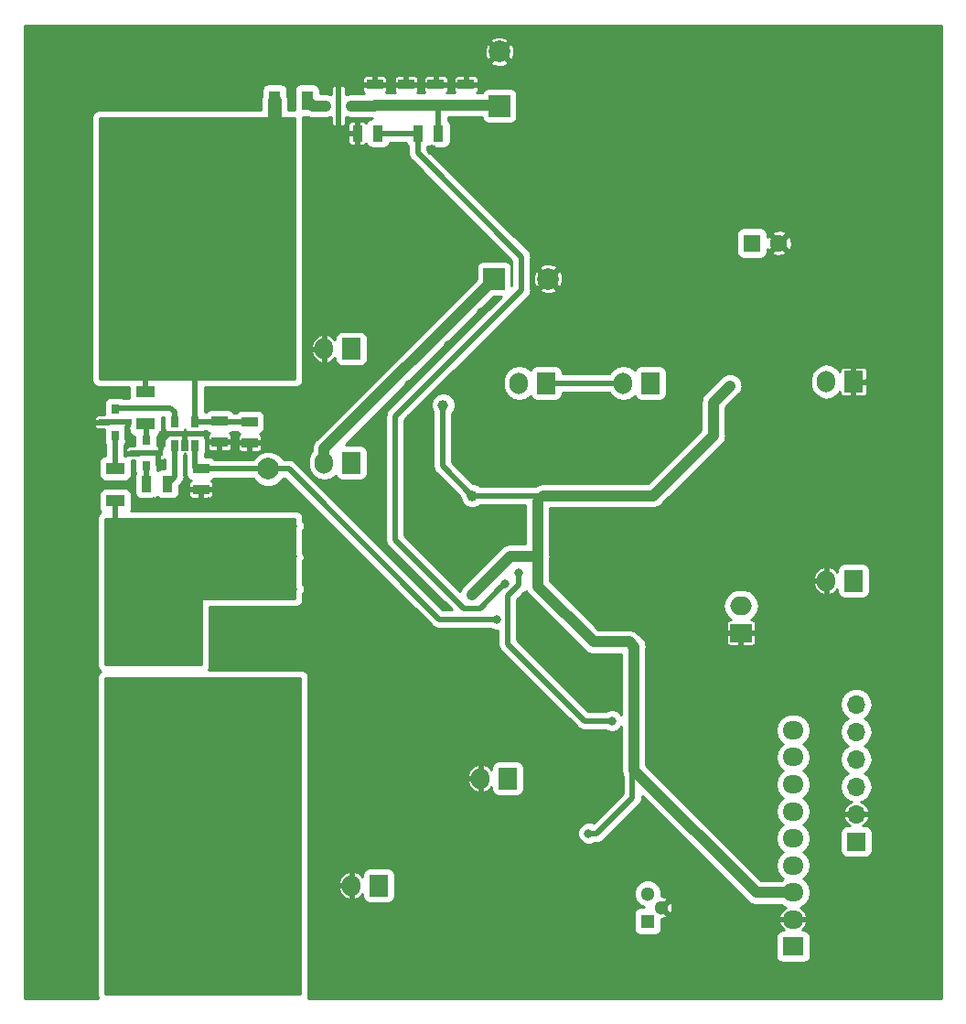
<source format=gbr>
G04 #@! TF.GenerationSoftware,KiCad,Pcbnew,(5.0.0-rc2-dev-378-g94dbcc719)*
G04 #@! TF.CreationDate,2018-04-09T20:17:52+02:00*
G04 #@! TF.ProjectId,sekvencer_v0.01,73656B76656E6365725F76302E30312E,rev?*
G04 #@! TF.SameCoordinates,Original*
G04 #@! TF.FileFunction,Copper,L2,Bot,Signal*
G04 #@! TF.FilePolarity,Positive*
%FSLAX46Y46*%
G04 Gerber Fmt 4.6, Leading zero omitted, Abs format (unit mm)*
G04 Created by KiCad (PCBNEW (5.0.0-rc2-dev-378-g94dbcc719)) date 04/09/18 20:17:52*
%MOMM*%
%LPD*%
G01*
G04 APERTURE LIST*
%ADD10C,2.000000*%
%ADD11R,1.800000X1.070000*%
%ADD12R,0.800000X0.970000*%
%ADD13C,0.600000*%
%ADD14R,3.100000X0.600000*%
%ADD15R,0.650000X0.600000*%
%ADD16R,0.970000X0.800000*%
%ADD17R,0.600000X3.100000*%
%ADD18R,0.600000X0.650000*%
%ADD19R,1.500000X0.970000*%
%ADD20R,0.650000X1.060000*%
%ADD21C,6.400000*%
%ADD22C,0.800000*%
%ADD23R,1.950000X1.700000*%
%ADD24O,1.950000X1.700000*%
%ADD25R,1.700000X2.000000*%
%ADD26O,1.700000X2.000000*%
%ADD27C,1.300000*%
%ADD28R,1.300000X1.300000*%
%ADD29R,1.070000X1.800000*%
%ADD30R,2.000000X2.000000*%
%ADD31R,2.000000X1.700000*%
%ADD32O,2.000000X1.700000*%
%ADD33R,1.700000X1.700000*%
%ADD34O,1.700000X1.700000*%
%ADD35R,0.970000X1.500000*%
%ADD36C,5.000000*%
%ADD37R,1.600000X1.600000*%
%ADD38C,1.600000*%
%ADD39C,1.000000*%
%ADD40C,1.200000*%
%ADD41C,1.800000*%
%ADD42C,0.508000*%
%ADD43C,1.016000*%
%ADD44C,1.270000*%
%ADD45C,0.254000*%
G04 APERTURE END LIST*
D10*
X170624500Y-89979500D03*
D11*
X159258000Y-82823000D03*
X159258000Y-85833000D03*
D12*
X159321500Y-89719000D03*
X159321500Y-87319000D03*
D13*
X159321500Y-88519000D03*
X158171500Y-88519000D03*
X160471500Y-88519000D03*
D14*
X159321500Y-88519000D03*
D15*
X159946500Y-88519000D03*
X158696500Y-88519000D03*
D12*
X156464000Y-84468000D03*
X156464000Y-86868000D03*
D13*
X156464000Y-85668000D03*
X157614000Y-85668000D03*
X155314000Y-85668000D03*
D14*
X156464000Y-85668000D03*
D15*
X155839000Y-85668000D03*
X157089000Y-85668000D03*
D13*
X187325000Y-132969000D03*
X187325000Y-131819000D03*
X187325000Y-134119000D03*
D16*
X175908000Y-56388000D03*
X178308000Y-56388000D03*
D13*
X177108000Y-56388000D03*
X177108000Y-55238000D03*
X177108000Y-57538000D03*
D17*
X177108000Y-56388000D03*
D18*
X177108000Y-57013000D03*
X177108000Y-55763000D03*
D13*
X224212000Y-92964000D03*
X224212000Y-91814000D03*
X224212000Y-94114000D03*
X214376000Y-85852000D03*
X214376000Y-84702000D03*
X214376000Y-87002000D03*
X183712000Y-86360000D03*
X183712000Y-87510000D03*
X183712000Y-85210000D03*
X206248000Y-99822000D03*
X206248000Y-98672000D03*
X206248000Y-100972000D03*
D19*
X164401500Y-91887000D03*
X164401500Y-89977000D03*
D20*
X163858420Y-85636044D03*
X161958420Y-85636044D03*
X161958420Y-87836044D03*
X162908420Y-87836044D03*
X163858420Y-87836044D03*
D11*
X156464000Y-92945000D03*
X156464000Y-89935000D03*
D21*
X151384000Y-134620000D03*
D22*
X153784000Y-134620000D03*
X153081056Y-136317056D03*
X151384000Y-137020000D03*
X149686944Y-136317056D03*
X148984000Y-134620000D03*
X149686944Y-132922944D03*
X151384000Y-132220000D03*
X153081056Y-132922944D03*
D21*
X152400000Y-53340000D03*
D22*
X152400000Y-55740000D03*
X150702944Y-55037056D03*
X150000000Y-53340000D03*
X150702944Y-51642944D03*
X152400000Y-50940000D03*
X154097056Y-51642944D03*
X154800000Y-53340000D03*
X154097056Y-55037056D03*
X230297056Y-51642944D03*
X228600000Y-50940000D03*
X226902944Y-51642944D03*
X226200000Y-53340000D03*
X226902944Y-55037056D03*
X228600000Y-55740000D03*
X230297056Y-55037056D03*
X231000000Y-53340000D03*
D21*
X228600000Y-53340000D03*
X228600000Y-134620000D03*
D22*
X231000000Y-134620000D03*
X230297056Y-136317056D03*
X228600000Y-137020000D03*
X226902944Y-136317056D03*
X226200000Y-134620000D03*
X226902944Y-132922944D03*
X228600000Y-132220000D03*
X230297056Y-132922944D03*
D21*
X177800000Y-115824000D03*
D22*
X180200000Y-115824000D03*
X179497056Y-117521056D03*
X177800000Y-118224000D03*
X176102944Y-117521056D03*
X175400000Y-115824000D03*
X176102944Y-114126944D03*
X177800000Y-113424000D03*
X179497056Y-114126944D03*
D21*
X151384000Y-115824000D03*
D22*
X153784000Y-115824000D03*
X153081056Y-117521056D03*
X151384000Y-118224000D03*
X149686944Y-117521056D03*
X148984000Y-115824000D03*
X149686944Y-114126944D03*
X151384000Y-113424000D03*
X153081056Y-114126944D03*
D23*
X219202000Y-134166000D03*
D24*
X219202000Y-131666000D03*
X219202000Y-129166000D03*
X219202000Y-126666000D03*
X219202000Y-124166000D03*
X219202000Y-121666000D03*
X219202000Y-119166000D03*
X219202000Y-116666000D03*
X219202000Y-114166000D03*
D25*
X180848000Y-128524000D03*
D26*
X178348000Y-128524000D03*
D27*
X207010000Y-130556000D03*
X205740000Y-129286000D03*
D28*
X205740000Y-131826000D03*
D19*
X180479700Y-56327000D03*
X180479700Y-54417000D03*
D29*
X174225000Y-55880000D03*
X171215000Y-55880000D03*
D10*
X192024000Y-51388000D03*
D30*
X192024000Y-56388000D03*
X191516000Y-72390000D03*
D10*
X196516000Y-72390000D03*
D26*
X222290000Y-100330000D03*
D25*
X224790000Y-100330000D03*
D31*
X214376000Y-105156000D03*
D32*
X214376000Y-102656000D03*
D25*
X178308000Y-89408000D03*
D26*
X175808000Y-89408000D03*
X222290000Y-81915000D03*
D25*
X224790000Y-81915000D03*
D33*
X225044000Y-124460000D03*
D34*
X225044000Y-121920000D03*
X225044000Y-119380000D03*
X225044000Y-116840000D03*
X225044000Y-114300000D03*
X225044000Y-111760000D03*
D19*
X183388000Y-56327000D03*
X183388000Y-54417000D03*
X186118500Y-54417000D03*
X186118500Y-56327000D03*
X188912500Y-56327000D03*
X188912500Y-54417000D03*
X168910000Y-87569000D03*
X168910000Y-85659000D03*
X166116000Y-87498494D03*
X166116000Y-85588494D03*
D25*
X178308000Y-78867000D03*
D26*
X175808000Y-78867000D03*
X203494000Y-82042000D03*
D25*
X205994000Y-82042000D03*
X196342000Y-82042000D03*
D26*
X193842000Y-82042000D03*
D25*
X192786000Y-118618000D03*
D26*
X190286000Y-118618000D03*
D35*
X159382500Y-91376500D03*
X161292500Y-91376500D03*
X184465000Y-58928000D03*
X186375000Y-58928000D03*
X180787000Y-58928000D03*
X178877000Y-58928000D03*
D36*
X160589450Y-77859198D03*
X160589450Y-98179198D03*
X168209450Y-98179198D03*
X168209450Y-77859198D03*
X158814450Y-66297198D03*
X169614450Y-66297198D03*
X169614450Y-61087198D03*
X169614450Y-71497198D03*
X158814450Y-61087198D03*
X158814450Y-71497198D03*
X159126000Y-135044800D03*
X159126000Y-124634800D03*
X169926000Y-135044800D03*
X169926000Y-124634800D03*
X169926000Y-129844800D03*
X159126000Y-129844800D03*
D37*
X215392000Y-69088000D03*
D38*
X217892000Y-69088000D03*
D39*
X198526400Y-101498400D03*
X231648000Y-102108000D03*
X231648000Y-123190000D03*
X231648000Y-128524000D03*
X231648000Y-117856000D03*
X231648000Y-59436000D03*
X231648000Y-64770000D03*
X231648000Y-107442000D03*
X231648000Y-112776000D03*
X231648000Y-80772000D03*
X231648000Y-75438000D03*
X231648000Y-70104000D03*
X231648000Y-91440000D03*
X231648000Y-86106000D03*
X231648000Y-96774000D03*
X223520000Y-137668000D03*
X191516000Y-137668000D03*
X186182000Y-137668000D03*
X183642000Y-137668000D03*
X212852000Y-137668000D03*
X218186000Y-137668000D03*
X202184000Y-137668000D03*
X207518000Y-137668000D03*
X196850000Y-137668000D03*
X175260000Y-131572000D03*
X175260000Y-126492000D03*
X175260000Y-121412000D03*
X223266000Y-50292000D03*
X217932000Y-50292000D03*
X169926000Y-50292000D03*
X175260000Y-50292000D03*
X185928000Y-50292000D03*
X180340000Y-50292000D03*
X196596000Y-50292000D03*
X201930000Y-50292000D03*
X207264000Y-50292000D03*
X212598000Y-50292000D03*
X175260000Y-136017000D03*
X172847000Y-107823000D03*
X149352000Y-96774000D03*
X149352000Y-86106000D03*
X149352000Y-80772000D03*
X149352000Y-123444000D03*
X149352000Y-107442000D03*
X149352000Y-102108000D03*
X149352000Y-91440000D03*
X149352000Y-112395000D03*
X149352000Y-59690000D03*
X149352000Y-75438000D03*
X149352000Y-70358000D03*
X149352000Y-128778000D03*
X149352000Y-65024000D03*
X149352000Y-119253000D03*
X159131000Y-50292000D03*
X164211000Y-50292000D03*
X180467000Y-53086000D03*
X183388000Y-53086000D03*
X186055000Y-53086000D03*
X188849000Y-53086000D03*
X166116000Y-88773000D03*
X168910000Y-88773000D03*
X193294000Y-67310000D03*
X191008000Y-69596000D03*
X188722000Y-67437000D03*
X186690000Y-65278000D03*
X195834000Y-62230000D03*
X193294000Y-63754000D03*
X208534000Y-55372000D03*
X202946000Y-55372000D03*
X202946000Y-61976000D03*
X214503000Y-61976000D03*
X202946000Y-58801000D03*
X208534000Y-67691000D03*
D22*
X202946000Y-67691000D03*
D39*
X202946000Y-64770000D03*
X213868000Y-67691000D03*
X214503000Y-64770000D03*
X214376000Y-58801000D03*
X214376000Y-55499000D03*
X219456000Y-62865000D03*
X223774000Y-58293000D03*
X219456000Y-53975000D03*
X219202000Y-67945000D03*
X219202000Y-70612000D03*
X220472000Y-73533000D03*
X220472000Y-76200000D03*
X224282000Y-73533000D03*
X224409000Y-76200000D03*
X223266000Y-80010000D03*
X219964000Y-83312000D03*
X216662000Y-84074000D03*
X218948000Y-78486000D03*
X216662000Y-80010000D03*
X208407000Y-87884000D03*
X203200000Y-90678000D03*
X204724000Y-87249000D03*
X198120000Y-88773000D03*
X200660000Y-89154000D03*
X208280000Y-93726000D03*
X205232000Y-94107000D03*
X197104000Y-94996000D03*
X200025000Y-94107000D03*
X202692000Y-94107000D03*
X210185000Y-91186000D03*
X212852000Y-88519000D03*
X212344000Y-98806000D03*
X215392000Y-98298000D03*
X201422000Y-97282000D03*
X208915000Y-98298000D03*
X190881000Y-78994000D03*
X192278000Y-77597000D03*
X194310000Y-79883000D03*
D22*
X187325000Y-78486000D03*
X190373000Y-75438000D03*
D39*
X184531000Y-75311000D03*
X184531000Y-77089000D03*
D22*
X189611000Y-90297000D03*
D39*
X190373000Y-86106000D03*
D22*
X193040000Y-91313000D03*
D39*
X193675000Y-86741000D03*
X196215000Y-84455000D03*
X199898000Y-83693000D03*
X202311000Y-85217000D03*
X199898000Y-80264000D03*
X186817000Y-82550000D03*
X190373000Y-82169000D03*
D22*
X183642000Y-82169000D03*
X179705000Y-86741000D03*
D39*
X178181000Y-82931000D03*
X174498000Y-86614000D03*
X180594000Y-80518000D03*
X180594000Y-75311000D03*
X196342000Y-67691000D03*
X199644000Y-67691000D03*
X188722000Y-58420000D03*
X189357000Y-63881000D03*
X185801000Y-60452000D03*
X194564000Y-75184000D03*
X196850000Y-77597000D03*
X199771000Y-70612000D03*
X204978000Y-70612000D03*
X211201000Y-71882000D03*
X214884000Y-72644000D03*
X214884000Y-76708000D03*
X210947000Y-81915000D03*
X209423000Y-76073000D03*
X200533000Y-74485500D03*
X219456000Y-88138000D03*
X223139000Y-86868000D03*
X226568000Y-64770000D03*
X224536000Y-68453000D03*
X223901000Y-64389000D03*
X228346000Y-70612000D03*
X207899000Y-84074000D03*
X208153000Y-80010000D03*
X182372000Y-60198000D03*
X177673000Y-62611000D03*
X181483000Y-65278000D03*
X181483000Y-69850000D03*
X177546000Y-72517000D03*
X167894000Y-55753000D03*
X157099000Y-55753000D03*
X162179000Y-55753000D03*
X160020000Y-93091000D03*
X170815000Y-93091000D03*
X165100000Y-93091000D03*
X174244000Y-97790000D03*
X174244000Y-104394000D03*
X179578000Y-100076000D03*
X178054000Y-107950000D03*
X177292000Y-102870000D03*
X198628000Y-109220000D03*
X201422000Y-111760000D03*
X206502000Y-111760000D03*
X208280000Y-108204000D03*
X210566000Y-111760000D03*
X214630000Y-111760000D03*
X217678000Y-110363000D03*
X223012000Y-109982000D03*
X227330000Y-113030000D03*
X227330000Y-118110000D03*
X227330000Y-122936000D03*
X222250000Y-121412000D03*
X222250000Y-127000000D03*
X222250000Y-131318000D03*
X226568000Y-129540000D03*
X216408000Y-131572000D03*
X208788000Y-133858000D03*
X210820000Y-127508000D03*
X207264000Y-123698000D03*
X205994000Y-127000000D03*
X193548000Y-121158000D03*
X195326000Y-121920000D03*
X202692000Y-123952000D03*
X199390000Y-125222000D03*
X195834000Y-118618000D03*
X185928000Y-120904000D03*
X183388000Y-117602000D03*
X175260000Y-111506000D03*
X166116000Y-83312000D03*
X171450000Y-83312000D03*
X156718000Y-82804000D03*
X160909000Y-86868000D03*
D22*
X185039000Y-92837000D03*
D39*
X180340000Y-94742000D03*
X185674000Y-97282000D03*
X180467000Y-90932000D03*
X187960000Y-124460000D03*
X200406000Y-135382000D03*
X204012800Y-101142800D03*
X202387200Y-102819200D03*
X220599000Y-96520000D03*
X188341000Y-116205000D03*
X205613000Y-125222000D03*
X189611000Y-99314000D03*
D22*
X185928000Y-101727000D03*
X194437000Y-101727000D03*
D39*
X172466000Y-88773000D03*
X204914500Y-97917000D03*
X186372500Y-105600500D03*
X185801000Y-106807000D03*
X188023500Y-108331000D03*
X186182000Y-111760000D03*
X181483000Y-108839000D03*
X180022500Y-104838500D03*
X213360000Y-82296000D03*
D22*
X204470000Y-106426000D03*
D39*
X189484000Y-101600000D03*
X189484000Y-92456000D03*
X186817000Y-84074000D03*
D22*
X200279000Y-123698000D03*
D40*
X165801885Y-74905974D03*
X162499885Y-74905974D03*
X164338000Y-81026000D03*
X157734000Y-81026000D03*
X170688000Y-81026000D03*
X167640000Y-81026000D03*
X161290000Y-81026000D03*
X155895885Y-74143974D03*
X172405885Y-74143974D03*
X155895885Y-77978000D03*
X172466000Y-77978000D03*
X172405885Y-63475974D03*
X165801885Y-69317974D03*
X161229885Y-58141974D03*
X162499885Y-66523974D03*
X155895885Y-68809974D03*
X162499885Y-60173974D03*
X162499885Y-63221974D03*
X165801885Y-60173974D03*
X167579885Y-58141974D03*
X172405885Y-68809974D03*
X162499885Y-69317974D03*
X162499885Y-72111974D03*
X170627885Y-58141974D03*
X155895885Y-63475974D03*
X157673885Y-58141974D03*
X165801885Y-63221974D03*
X164277885Y-58141974D03*
X165801885Y-72111974D03*
X165801885Y-66523974D03*
X164338000Y-77978000D03*
D22*
X192531968Y-100584000D03*
X193802000Y-99568000D03*
X202438000Y-113284000D03*
D40*
X156210000Y-132588000D03*
X156210000Y-127254000D03*
X172720000Y-127254000D03*
X172720000Y-132588000D03*
X170942000Y-137922000D03*
X167386000Y-137922000D03*
X157988000Y-137922000D03*
X161036000Y-137922000D03*
X164338000Y-137922000D03*
X162814000Y-135890000D03*
X166116000Y-135890000D03*
X166116000Y-132842000D03*
X162814000Y-132842000D03*
X162814000Y-129540000D03*
X166116000Y-129540000D03*
X166116000Y-126746000D03*
X162814000Y-126746000D03*
X162814000Y-123952000D03*
X166116000Y-123952000D03*
D41*
X162814000Y-118618000D03*
X160020000Y-118618000D03*
X166116000Y-118618000D03*
X168656000Y-118618000D03*
X162814000Y-116078000D03*
X160020000Y-116078000D03*
X166116000Y-116078000D03*
X168656000Y-116078000D03*
X162814000Y-113538000D03*
X160020000Y-113538000D03*
X166116000Y-113538000D03*
X168656000Y-113538000D03*
X166116000Y-110998000D03*
X162814000Y-110998000D03*
X168656000Y-110998000D03*
X160020000Y-110998000D03*
X157226000Y-113538000D03*
X157226000Y-118618000D03*
X157226000Y-110998000D03*
X157226000Y-116078000D03*
X171196000Y-113538000D03*
X171196000Y-110998000D03*
X171196000Y-118618000D03*
X171196000Y-116078000D03*
X166116000Y-121158000D03*
X160020000Y-121158000D03*
X168656000Y-121158000D03*
X162814000Y-121158000D03*
X171196000Y-121158000D03*
X157226000Y-121158000D03*
D22*
X191770000Y-103886000D03*
D40*
X162560000Y-95250000D03*
X172720000Y-98044000D03*
X169418000Y-95250000D03*
X159512000Y-95250000D03*
X166116000Y-95250000D03*
X172720000Y-95250000D03*
X172720000Y-101092000D03*
X169418000Y-101092000D03*
X166116000Y-101092000D03*
X156464000Y-98552000D03*
X156464000Y-95250000D03*
D41*
X163512500Y-106997500D03*
X160210500Y-104457500D03*
X160210500Y-101917500D03*
X163512500Y-101917500D03*
X160210500Y-106997500D03*
X163512500Y-104457500D03*
X157416500Y-104457500D03*
X157416500Y-101917500D03*
X157416500Y-106997500D03*
D40*
X164338000Y-98044000D03*
D42*
X160662000Y-87460262D02*
X160662000Y-88208000D01*
X161381262Y-86741000D02*
X160662000Y-87460262D01*
X162908420Y-86773580D02*
X162941000Y-86741000D01*
X162908420Y-87836044D02*
X162908420Y-86773580D01*
X164719000Y-86741000D02*
X162941000Y-86741000D01*
X162941000Y-86741000D02*
X161381262Y-86741000D01*
X160471500Y-88519000D02*
X160471500Y-89591500D01*
X157614000Y-86092264D02*
X157607000Y-86099264D01*
X157614000Y-85668000D02*
X157614000Y-86092264D01*
X157607000Y-86099264D02*
X157607000Y-87249000D01*
X196342000Y-82042000D02*
X203494000Y-82042000D01*
D43*
X191516000Y-72390000D02*
X175808000Y-88098000D01*
X175808000Y-88098000D02*
X175808000Y-89408000D01*
X206248000Y-92456000D02*
X196088000Y-92456000D01*
X211836000Y-86868000D02*
X206248000Y-92456000D01*
X211836000Y-83820000D02*
X211836000Y-86868000D01*
X213360000Y-82296000D02*
X211836000Y-83820000D01*
X195580000Y-98044000D02*
X195580000Y-92964000D01*
D42*
X196088000Y-92456000D02*
X189484000Y-92456000D01*
X195580000Y-92964000D02*
X196088000Y-92456000D01*
D43*
X215780000Y-129166000D02*
X219202000Y-129166000D01*
X204470000Y-106426000D02*
X204470000Y-117856000D01*
X204470000Y-117856000D02*
X215780000Y-129166000D01*
X204028000Y-105984000D02*
X204470000Y-106426000D01*
X200726000Y-105984000D02*
X204028000Y-105984000D01*
X195580000Y-98044000D02*
X195580000Y-100838000D01*
X195580000Y-100838000D02*
X200726000Y-105984000D01*
D42*
X186751000Y-89723000D02*
X189484000Y-92456000D01*
X186817000Y-84074000D02*
X186751000Y-84140000D01*
X186751000Y-84140000D02*
X186751000Y-89723000D01*
X201041000Y-123698000D02*
X200279000Y-123698000D01*
X204343000Y-120396000D02*
X201041000Y-123698000D01*
X204470000Y-117856000D02*
X204343000Y-117983000D01*
X204343000Y-117983000D02*
X204343000Y-120396000D01*
D43*
X193040000Y-98044000D02*
X195580000Y-98044000D01*
X189484000Y-101600000D02*
X193040000Y-98044000D01*
D42*
X186375000Y-58928000D02*
X186375000Y-56583500D01*
X186375000Y-56583500D02*
X186118500Y-56327000D01*
D43*
X188912500Y-56327000D02*
X191963000Y-56327000D01*
X191963000Y-56327000D02*
X192024000Y-56388000D01*
X186118500Y-56327000D02*
X188912500Y-56327000D01*
X183388000Y-56327000D02*
X186118500Y-56327000D01*
X180479700Y-56327000D02*
X183388000Y-56327000D01*
X178308000Y-56388000D02*
X180418700Y-56388000D01*
X180418700Y-56388000D02*
X180479700Y-56327000D01*
D44*
X171215000Y-55880000D02*
X171215000Y-58050000D01*
X171215000Y-58050000D02*
X171196000Y-58069000D01*
D42*
X166068450Y-85636044D02*
X166116000Y-85588494D01*
X163858420Y-85636044D02*
X166068450Y-85636044D01*
X166186506Y-85659000D02*
X166116000Y-85588494D01*
X168910000Y-85659000D02*
X166186506Y-85659000D01*
X163858420Y-81505580D02*
X164338000Y-81026000D01*
X163858420Y-85636044D02*
X163858420Y-81505580D01*
X159258000Y-82823000D02*
X159258000Y-81780000D01*
X159258000Y-81780000D02*
X159258000Y-81216500D01*
X180787000Y-58928000D02*
X184465000Y-58928000D01*
X194056000Y-70358000D02*
X194056000Y-73406000D01*
X184465000Y-60767000D02*
X194056000Y-70358000D01*
X184465000Y-58928000D02*
X184465000Y-60767000D01*
X182372000Y-85090000D02*
X182372000Y-96520000D01*
X194056000Y-73406000D02*
X182372000Y-85090000D01*
X182372000Y-96520000D02*
X188722000Y-102870000D01*
X188722000Y-102870000D02*
X190245968Y-102870000D01*
X190245968Y-102870000D02*
X192131969Y-100983999D01*
X192131969Y-100983999D02*
X192531968Y-100584000D01*
D43*
X175908000Y-56388000D02*
X174733000Y-56388000D01*
X174733000Y-56388000D02*
X174225000Y-55880000D01*
D42*
X199898000Y-113284000D02*
X202438000Y-113284000D01*
X192786000Y-106172000D02*
X199898000Y-113284000D01*
X192786000Y-101727000D02*
X192786000Y-106172000D01*
X193802000Y-99568000D02*
X193802000Y-100711000D01*
X193802000Y-100711000D02*
X192786000Y-101727000D01*
X163858420Y-89817420D02*
X163957000Y-89916000D01*
X163858420Y-87836044D02*
X163858420Y-89817420D01*
X164666500Y-89977000D02*
X164401500Y-89977000D01*
X172527000Y-89977000D02*
X164666500Y-89977000D01*
X186436000Y-103886000D02*
X172527000Y-89977000D01*
X191770000Y-103886000D02*
X186436000Y-103886000D01*
X172524500Y-89979500D02*
X172527000Y-89977000D01*
X170624500Y-89979500D02*
X172524500Y-89979500D01*
X156464000Y-92945000D02*
X156464000Y-95250000D01*
X159321500Y-85896500D02*
X159258000Y-85833000D01*
X159321500Y-87319000D02*
X159321500Y-85896500D01*
X159321500Y-91315500D02*
X159382500Y-91376500D01*
X159321500Y-89719000D02*
X159321500Y-91315500D01*
X161958420Y-84742420D02*
X161958420Y-85636044D01*
X161559999Y-84343999D02*
X161958420Y-84742420D01*
X156464000Y-84468000D02*
X156588001Y-84343999D01*
X156588001Y-84343999D02*
X161559999Y-84343999D01*
X156464000Y-89935000D02*
X156464000Y-86868000D01*
X161958420Y-90710580D02*
X161292500Y-91376500D01*
X161958420Y-87836044D02*
X161958420Y-90710580D01*
D45*
G36*
X232945001Y-138965000D02*
X174297276Y-138965000D01*
X174322664Y-138927004D01*
X174371000Y-138684000D01*
X174371000Y-137597319D01*
X228202286Y-137597319D01*
X228240682Y-137730624D01*
X228539978Y-137814036D01*
X228848412Y-137776563D01*
X228959318Y-137730624D01*
X228997714Y-137597319D01*
X228600000Y-137199605D01*
X228202286Y-137597319D01*
X174371000Y-137597319D01*
X174371000Y-136894375D01*
X226505230Y-136894375D01*
X226543626Y-137027680D01*
X226842922Y-137111092D01*
X227151356Y-137073619D01*
X227262262Y-137027680D01*
X227281762Y-136959978D01*
X227805964Y-136959978D01*
X227843437Y-137268412D01*
X227889376Y-137379318D01*
X228022681Y-137417714D01*
X228420395Y-137020000D01*
X228779605Y-137020000D01*
X229177319Y-137417714D01*
X229310624Y-137379318D01*
X229394036Y-137080022D01*
X229371481Y-136894375D01*
X229899342Y-136894375D01*
X229937738Y-137027680D01*
X230237034Y-137111092D01*
X230545468Y-137073619D01*
X230656374Y-137027680D01*
X230694770Y-136894375D01*
X230297056Y-136496661D01*
X229899342Y-136894375D01*
X229371481Y-136894375D01*
X229356563Y-136771588D01*
X229310624Y-136660682D01*
X229177319Y-136622286D01*
X228779605Y-137020000D01*
X228420395Y-137020000D01*
X228022681Y-136622286D01*
X227889376Y-136660682D01*
X227805964Y-136959978D01*
X227281762Y-136959978D01*
X227300658Y-136894375D01*
X226902944Y-136496661D01*
X226505230Y-136894375D01*
X174371000Y-136894375D01*
X174371000Y-136257034D01*
X226108908Y-136257034D01*
X226146381Y-136565468D01*
X226192320Y-136676374D01*
X226325625Y-136714770D01*
X226723339Y-136317056D01*
X227082549Y-136317056D01*
X227480263Y-136714770D01*
X227613568Y-136676374D01*
X227678696Y-136442681D01*
X228202286Y-136442681D01*
X228600000Y-136840395D01*
X228997714Y-136442681D01*
X228959318Y-136309376D01*
X228771507Y-136257034D01*
X229503020Y-136257034D01*
X229540493Y-136565468D01*
X229586432Y-136676374D01*
X229719737Y-136714770D01*
X230117451Y-136317056D01*
X230476661Y-136317056D01*
X230874375Y-136714770D01*
X231007680Y-136676374D01*
X231091092Y-136377078D01*
X231053619Y-136068644D01*
X231007680Y-135957738D01*
X230874375Y-135919342D01*
X230476661Y-136317056D01*
X230117451Y-136317056D01*
X229719737Y-135919342D01*
X229586432Y-135957738D01*
X229503020Y-136257034D01*
X228771507Y-136257034D01*
X228660022Y-136225964D01*
X228351588Y-136263437D01*
X228240682Y-136309376D01*
X228202286Y-136442681D01*
X227678696Y-136442681D01*
X227696980Y-136377078D01*
X227659507Y-136068644D01*
X227613568Y-135957738D01*
X227480263Y-135919342D01*
X227082549Y-136317056D01*
X226723339Y-136317056D01*
X226325625Y-135919342D01*
X226192320Y-135957738D01*
X226108908Y-136257034D01*
X174371000Y-136257034D01*
X174371000Y-135739737D01*
X226505230Y-135739737D01*
X226902944Y-136137451D01*
X227300658Y-135739737D01*
X229899342Y-135739737D01*
X230297056Y-136137451D01*
X230694770Y-135739737D01*
X230656374Y-135606432D01*
X230357078Y-135523020D01*
X230048644Y-135560493D01*
X229937738Y-135606432D01*
X229899342Y-135739737D01*
X227300658Y-135739737D01*
X227262262Y-135606432D01*
X226962966Y-135523020D01*
X226654532Y-135560493D01*
X226543626Y-135606432D01*
X226505230Y-135739737D01*
X174371000Y-135739737D01*
X174371000Y-133316000D01*
X217579560Y-133316000D01*
X217579560Y-135016000D01*
X217628843Y-135263765D01*
X217769191Y-135473809D01*
X217979235Y-135614157D01*
X218227000Y-135663440D01*
X220177000Y-135663440D01*
X220424765Y-135614157D01*
X220634809Y-135473809D01*
X220775157Y-135263765D01*
X220788373Y-135197319D01*
X225802286Y-135197319D01*
X225840682Y-135330624D01*
X226139978Y-135414036D01*
X226448412Y-135376563D01*
X226559318Y-135330624D01*
X226597714Y-135197319D01*
X230602286Y-135197319D01*
X230640682Y-135330624D01*
X230939978Y-135414036D01*
X231248412Y-135376563D01*
X231359318Y-135330624D01*
X231397714Y-135197319D01*
X231000000Y-134799605D01*
X230602286Y-135197319D01*
X226597714Y-135197319D01*
X226200000Y-134799605D01*
X225802286Y-135197319D01*
X220788373Y-135197319D01*
X220824440Y-135016000D01*
X220824440Y-134559978D01*
X225405964Y-134559978D01*
X225443437Y-134868412D01*
X225489376Y-134979318D01*
X225622681Y-135017714D01*
X226020395Y-134620000D01*
X226379605Y-134620000D01*
X226777319Y-135017714D01*
X226910624Y-134979318D01*
X226994036Y-134680022D01*
X226979452Y-134559978D01*
X230205964Y-134559978D01*
X230243437Y-134868412D01*
X230289376Y-134979318D01*
X230422681Y-135017714D01*
X230820395Y-134620000D01*
X231179605Y-134620000D01*
X231577319Y-135017714D01*
X231710624Y-134979318D01*
X231794036Y-134680022D01*
X231756563Y-134371588D01*
X231710624Y-134260682D01*
X231577319Y-134222286D01*
X231179605Y-134620000D01*
X230820395Y-134620000D01*
X230422681Y-134222286D01*
X230289376Y-134260682D01*
X230205964Y-134559978D01*
X226979452Y-134559978D01*
X226956563Y-134371588D01*
X226910624Y-134260682D01*
X226777319Y-134222286D01*
X226379605Y-134620000D01*
X226020395Y-134620000D01*
X225622681Y-134222286D01*
X225489376Y-134260682D01*
X225405964Y-134559978D01*
X220824440Y-134559978D01*
X220824440Y-134042681D01*
X225802286Y-134042681D01*
X226200000Y-134440395D01*
X226597714Y-134042681D01*
X230602286Y-134042681D01*
X231000000Y-134440395D01*
X231397714Y-134042681D01*
X231359318Y-133909376D01*
X231060022Y-133825964D01*
X230751588Y-133863437D01*
X230640682Y-133909376D01*
X230602286Y-134042681D01*
X226597714Y-134042681D01*
X226559318Y-133909376D01*
X226260022Y-133825964D01*
X225951588Y-133863437D01*
X225840682Y-133909376D01*
X225802286Y-134042681D01*
X220824440Y-134042681D01*
X220824440Y-133500263D01*
X226505230Y-133500263D01*
X226543626Y-133633568D01*
X226842922Y-133716980D01*
X227151356Y-133679507D01*
X227262262Y-133633568D01*
X227300658Y-133500263D01*
X229899342Y-133500263D01*
X229937738Y-133633568D01*
X230237034Y-133716980D01*
X230545468Y-133679507D01*
X230656374Y-133633568D01*
X230694770Y-133500263D01*
X230297056Y-133102549D01*
X229899342Y-133500263D01*
X227300658Y-133500263D01*
X226902944Y-133102549D01*
X226505230Y-133500263D01*
X220824440Y-133500263D01*
X220824440Y-133316000D01*
X220775157Y-133068235D01*
X220637971Y-132862922D01*
X226108908Y-132862922D01*
X226146381Y-133171356D01*
X226192320Y-133282262D01*
X226325625Y-133320658D01*
X226723339Y-132922944D01*
X227082549Y-132922944D01*
X227480263Y-133320658D01*
X227613568Y-133282262D01*
X227696980Y-132982966D01*
X227674425Y-132797319D01*
X228202286Y-132797319D01*
X228240682Y-132930624D01*
X228539978Y-133014036D01*
X228848412Y-132976563D01*
X228959318Y-132930624D01*
X228978818Y-132862922D01*
X229503020Y-132862922D01*
X229540493Y-133171356D01*
X229586432Y-133282262D01*
X229719737Y-133320658D01*
X230117451Y-132922944D01*
X230476661Y-132922944D01*
X230874375Y-133320658D01*
X231007680Y-133282262D01*
X231091092Y-132982966D01*
X231053619Y-132674532D01*
X231007680Y-132563626D01*
X230874375Y-132525230D01*
X230476661Y-132922944D01*
X230117451Y-132922944D01*
X229719737Y-132525230D01*
X229586432Y-132563626D01*
X229503020Y-132862922D01*
X228978818Y-132862922D01*
X228997714Y-132797319D01*
X228600000Y-132399605D01*
X228202286Y-132797319D01*
X227674425Y-132797319D01*
X227659507Y-132674532D01*
X227613568Y-132563626D01*
X227480263Y-132525230D01*
X227082549Y-132922944D01*
X226723339Y-132922944D01*
X226325625Y-132525230D01*
X226192320Y-132563626D01*
X226108908Y-132862922D01*
X220637971Y-132862922D01*
X220634809Y-132858191D01*
X220424765Y-132717843D01*
X220177000Y-132668560D01*
X220021347Y-132668560D01*
X220323992Y-132387885D01*
X220344082Y-132345625D01*
X226505230Y-132345625D01*
X226902944Y-132743339D01*
X227300658Y-132345625D01*
X227262262Y-132212320D01*
X227074451Y-132159978D01*
X227805964Y-132159978D01*
X227843437Y-132468412D01*
X227889376Y-132579318D01*
X228022681Y-132617714D01*
X228420395Y-132220000D01*
X228779605Y-132220000D01*
X229177319Y-132617714D01*
X229310624Y-132579318D01*
X229375752Y-132345625D01*
X229899342Y-132345625D01*
X230297056Y-132743339D01*
X230694770Y-132345625D01*
X230656374Y-132212320D01*
X230357078Y-132128908D01*
X230048644Y-132166381D01*
X229937738Y-132212320D01*
X229899342Y-132345625D01*
X229375752Y-132345625D01*
X229394036Y-132280022D01*
X229356563Y-131971588D01*
X229310624Y-131860682D01*
X229177319Y-131822286D01*
X228779605Y-132220000D01*
X228420395Y-132220000D01*
X228022681Y-131822286D01*
X227889376Y-131860682D01*
X227805964Y-132159978D01*
X227074451Y-132159978D01*
X226962966Y-132128908D01*
X226654532Y-132166381D01*
X226543626Y-132212320D01*
X226505230Y-132345625D01*
X220344082Y-132345625D01*
X220516489Y-131982980D01*
X220455627Y-131793000D01*
X219329000Y-131793000D01*
X219329000Y-131813000D01*
X219075000Y-131813000D01*
X219075000Y-131793000D01*
X217948373Y-131793000D01*
X217887511Y-131982980D01*
X218080008Y-132387885D01*
X218382653Y-132668560D01*
X218227000Y-132668560D01*
X217979235Y-132717843D01*
X217769191Y-132858191D01*
X217628843Y-133068235D01*
X217579560Y-133316000D01*
X174371000Y-133316000D01*
X174371000Y-131176000D01*
X204442560Y-131176000D01*
X204442560Y-132476000D01*
X204491843Y-132723765D01*
X204632191Y-132933809D01*
X204842235Y-133074157D01*
X205090000Y-133123440D01*
X206390000Y-133123440D01*
X206637765Y-133074157D01*
X206847809Y-132933809D01*
X206988157Y-132723765D01*
X207037440Y-132476000D01*
X207037440Y-131642681D01*
X228202286Y-131642681D01*
X228600000Y-132040395D01*
X228997714Y-131642681D01*
X228959318Y-131509376D01*
X228660022Y-131425964D01*
X228351588Y-131463437D01*
X228240682Y-131509376D01*
X228202286Y-131642681D01*
X207037440Y-131642681D01*
X207037440Y-131588211D01*
X207298674Y-131566784D01*
X207520608Y-131474856D01*
X207590163Y-131315768D01*
X207010000Y-130735605D01*
X206995858Y-130749748D01*
X206816253Y-130570143D01*
X206830395Y-130556000D01*
X207189605Y-130556000D01*
X207769768Y-131136163D01*
X207928856Y-131066608D01*
X208054314Y-130676110D01*
X208020784Y-130267326D01*
X207928856Y-130045392D01*
X207769768Y-129975837D01*
X207189605Y-130556000D01*
X206830395Y-130556000D01*
X206816253Y-130541858D01*
X206995858Y-130362253D01*
X207010000Y-130376395D01*
X207590163Y-129796232D01*
X207520608Y-129637144D01*
X207130110Y-129511686D01*
X207025000Y-129520308D01*
X207025000Y-129030398D01*
X206829371Y-128558106D01*
X206467894Y-128196629D01*
X205995602Y-128001000D01*
X205484398Y-128001000D01*
X205012106Y-128196629D01*
X204650629Y-128558106D01*
X204455000Y-129030398D01*
X204455000Y-129541602D01*
X204650629Y-130013894D01*
X205012106Y-130375371D01*
X205381938Y-130528560D01*
X205090000Y-130528560D01*
X204842235Y-130577843D01*
X204632191Y-130718191D01*
X204491843Y-130928235D01*
X204442560Y-131176000D01*
X174371000Y-131176000D01*
X174371000Y-128844039D01*
X177127388Y-128844039D01*
X177285373Y-129298204D01*
X177605133Y-129657339D01*
X178031020Y-129863489D01*
X178221000Y-129802627D01*
X178221000Y-128651000D01*
X177211066Y-128651000D01*
X177127388Y-128844039D01*
X174371000Y-128844039D01*
X174371000Y-128203961D01*
X177127388Y-128203961D01*
X177211066Y-128397000D01*
X178221000Y-128397000D01*
X178221000Y-127245373D01*
X178475000Y-127245373D01*
X178475000Y-128397000D01*
X178495000Y-128397000D01*
X178495000Y-128651000D01*
X178475000Y-128651000D01*
X178475000Y-129802627D01*
X178664980Y-129863489D01*
X179090867Y-129657339D01*
X179350560Y-129365668D01*
X179350560Y-129524000D01*
X179399843Y-129771765D01*
X179540191Y-129981809D01*
X179750235Y-130122157D01*
X179998000Y-130171440D01*
X181698000Y-130171440D01*
X181945765Y-130122157D01*
X182155809Y-129981809D01*
X182296157Y-129771765D01*
X182345440Y-129524000D01*
X182345440Y-127524000D01*
X182296157Y-127276235D01*
X182155809Y-127066191D01*
X181945765Y-126925843D01*
X181698000Y-126876560D01*
X179998000Y-126876560D01*
X179750235Y-126925843D01*
X179540191Y-127066191D01*
X179399843Y-127276235D01*
X179350560Y-127524000D01*
X179350560Y-127682332D01*
X179090867Y-127390661D01*
X178664980Y-127184511D01*
X178475000Y-127245373D01*
X178221000Y-127245373D01*
X178031020Y-127184511D01*
X177605133Y-127390661D01*
X177285373Y-127749796D01*
X177127388Y-128203961D01*
X174371000Y-128203961D01*
X174371000Y-118801319D01*
X177402286Y-118801319D01*
X177440682Y-118934624D01*
X177739978Y-119018036D01*
X178048412Y-118980563D01*
X178151073Y-118938039D01*
X189065388Y-118938039D01*
X189223373Y-119392204D01*
X189543133Y-119751339D01*
X189969020Y-119957489D01*
X190159000Y-119896627D01*
X190159000Y-118745000D01*
X189149066Y-118745000D01*
X189065388Y-118938039D01*
X178151073Y-118938039D01*
X178159318Y-118934624D01*
X178197714Y-118801319D01*
X177800000Y-118403605D01*
X177402286Y-118801319D01*
X174371000Y-118801319D01*
X174371000Y-118098375D01*
X175705230Y-118098375D01*
X175743626Y-118231680D01*
X176042922Y-118315092D01*
X176351356Y-118277619D01*
X176462262Y-118231680D01*
X176481762Y-118163978D01*
X177005964Y-118163978D01*
X177043437Y-118472412D01*
X177089376Y-118583318D01*
X177222681Y-118621714D01*
X177620395Y-118224000D01*
X177979605Y-118224000D01*
X178377319Y-118621714D01*
X178510624Y-118583318D01*
X178594036Y-118284022D01*
X178571481Y-118098375D01*
X179099342Y-118098375D01*
X179137738Y-118231680D01*
X179437034Y-118315092D01*
X179578036Y-118297961D01*
X189065388Y-118297961D01*
X189149066Y-118491000D01*
X190159000Y-118491000D01*
X190159000Y-117339373D01*
X190413000Y-117339373D01*
X190413000Y-118491000D01*
X190433000Y-118491000D01*
X190433000Y-118745000D01*
X190413000Y-118745000D01*
X190413000Y-119896627D01*
X190602980Y-119957489D01*
X191028867Y-119751339D01*
X191288560Y-119459668D01*
X191288560Y-119618000D01*
X191337843Y-119865765D01*
X191478191Y-120075809D01*
X191688235Y-120216157D01*
X191936000Y-120265440D01*
X193636000Y-120265440D01*
X193883765Y-120216157D01*
X194093809Y-120075809D01*
X194234157Y-119865765D01*
X194283440Y-119618000D01*
X194283440Y-117618000D01*
X194234157Y-117370235D01*
X194093809Y-117160191D01*
X193883765Y-117019843D01*
X193636000Y-116970560D01*
X191936000Y-116970560D01*
X191688235Y-117019843D01*
X191478191Y-117160191D01*
X191337843Y-117370235D01*
X191288560Y-117618000D01*
X191288560Y-117776332D01*
X191028867Y-117484661D01*
X190602980Y-117278511D01*
X190413000Y-117339373D01*
X190159000Y-117339373D01*
X189969020Y-117278511D01*
X189543133Y-117484661D01*
X189223373Y-117843796D01*
X189065388Y-118297961D01*
X179578036Y-118297961D01*
X179745468Y-118277619D01*
X179856374Y-118231680D01*
X179894770Y-118098375D01*
X179497056Y-117700661D01*
X179099342Y-118098375D01*
X178571481Y-118098375D01*
X178556563Y-117975588D01*
X178510624Y-117864682D01*
X178377319Y-117826286D01*
X177979605Y-118224000D01*
X177620395Y-118224000D01*
X177222681Y-117826286D01*
X177089376Y-117864682D01*
X177005964Y-118163978D01*
X176481762Y-118163978D01*
X176500658Y-118098375D01*
X176102944Y-117700661D01*
X175705230Y-118098375D01*
X174371000Y-118098375D01*
X174371000Y-117461034D01*
X175308908Y-117461034D01*
X175346381Y-117769468D01*
X175392320Y-117880374D01*
X175525625Y-117918770D01*
X175923339Y-117521056D01*
X176282549Y-117521056D01*
X176680263Y-117918770D01*
X176813568Y-117880374D01*
X176878696Y-117646681D01*
X177402286Y-117646681D01*
X177800000Y-118044395D01*
X178197714Y-117646681D01*
X178159318Y-117513376D01*
X177971507Y-117461034D01*
X178703020Y-117461034D01*
X178740493Y-117769468D01*
X178786432Y-117880374D01*
X178919737Y-117918770D01*
X179317451Y-117521056D01*
X179676661Y-117521056D01*
X180074375Y-117918770D01*
X180207680Y-117880374D01*
X180291092Y-117581078D01*
X180253619Y-117272644D01*
X180207680Y-117161738D01*
X180074375Y-117123342D01*
X179676661Y-117521056D01*
X179317451Y-117521056D01*
X178919737Y-117123342D01*
X178786432Y-117161738D01*
X178703020Y-117461034D01*
X177971507Y-117461034D01*
X177860022Y-117429964D01*
X177551588Y-117467437D01*
X177440682Y-117513376D01*
X177402286Y-117646681D01*
X176878696Y-117646681D01*
X176896980Y-117581078D01*
X176859507Y-117272644D01*
X176813568Y-117161738D01*
X176680263Y-117123342D01*
X176282549Y-117521056D01*
X175923339Y-117521056D01*
X175525625Y-117123342D01*
X175392320Y-117161738D01*
X175308908Y-117461034D01*
X174371000Y-117461034D01*
X174371000Y-116943737D01*
X175705230Y-116943737D01*
X176102944Y-117341451D01*
X176500658Y-116943737D01*
X179099342Y-116943737D01*
X179497056Y-117341451D01*
X179894770Y-116943737D01*
X179856374Y-116810432D01*
X179557078Y-116727020D01*
X179248644Y-116764493D01*
X179137738Y-116810432D01*
X179099342Y-116943737D01*
X176500658Y-116943737D01*
X176462262Y-116810432D01*
X176162966Y-116727020D01*
X175854532Y-116764493D01*
X175743626Y-116810432D01*
X175705230Y-116943737D01*
X174371000Y-116943737D01*
X174371000Y-116401319D01*
X175002286Y-116401319D01*
X175040682Y-116534624D01*
X175339978Y-116618036D01*
X175648412Y-116580563D01*
X175759318Y-116534624D01*
X175797714Y-116401319D01*
X179802286Y-116401319D01*
X179840682Y-116534624D01*
X180139978Y-116618036D01*
X180448412Y-116580563D01*
X180559318Y-116534624D01*
X180597714Y-116401319D01*
X180200000Y-116003605D01*
X179802286Y-116401319D01*
X175797714Y-116401319D01*
X175400000Y-116003605D01*
X175002286Y-116401319D01*
X174371000Y-116401319D01*
X174371000Y-115763978D01*
X174605964Y-115763978D01*
X174643437Y-116072412D01*
X174689376Y-116183318D01*
X174822681Y-116221714D01*
X175220395Y-115824000D01*
X175579605Y-115824000D01*
X175977319Y-116221714D01*
X176110624Y-116183318D01*
X176194036Y-115884022D01*
X176179452Y-115763978D01*
X179405964Y-115763978D01*
X179443437Y-116072412D01*
X179489376Y-116183318D01*
X179622681Y-116221714D01*
X180020395Y-115824000D01*
X180379605Y-115824000D01*
X180777319Y-116221714D01*
X180910624Y-116183318D01*
X180994036Y-115884022D01*
X180956563Y-115575588D01*
X180910624Y-115464682D01*
X180777319Y-115426286D01*
X180379605Y-115824000D01*
X180020395Y-115824000D01*
X179622681Y-115426286D01*
X179489376Y-115464682D01*
X179405964Y-115763978D01*
X176179452Y-115763978D01*
X176156563Y-115575588D01*
X176110624Y-115464682D01*
X175977319Y-115426286D01*
X175579605Y-115824000D01*
X175220395Y-115824000D01*
X174822681Y-115426286D01*
X174689376Y-115464682D01*
X174605964Y-115763978D01*
X174371000Y-115763978D01*
X174371000Y-115246681D01*
X175002286Y-115246681D01*
X175400000Y-115644395D01*
X175797714Y-115246681D01*
X179802286Y-115246681D01*
X180200000Y-115644395D01*
X180597714Y-115246681D01*
X180559318Y-115113376D01*
X180260022Y-115029964D01*
X179951588Y-115067437D01*
X179840682Y-115113376D01*
X179802286Y-115246681D01*
X175797714Y-115246681D01*
X175759318Y-115113376D01*
X175460022Y-115029964D01*
X175151588Y-115067437D01*
X175040682Y-115113376D01*
X175002286Y-115246681D01*
X174371000Y-115246681D01*
X174371000Y-114704263D01*
X175705230Y-114704263D01*
X175743626Y-114837568D01*
X176042922Y-114920980D01*
X176351356Y-114883507D01*
X176462262Y-114837568D01*
X176500658Y-114704263D01*
X179099342Y-114704263D01*
X179137738Y-114837568D01*
X179437034Y-114920980D01*
X179745468Y-114883507D01*
X179856374Y-114837568D01*
X179894770Y-114704263D01*
X179497056Y-114306549D01*
X179099342Y-114704263D01*
X176500658Y-114704263D01*
X176102944Y-114306549D01*
X175705230Y-114704263D01*
X174371000Y-114704263D01*
X174371000Y-114066922D01*
X175308908Y-114066922D01*
X175346381Y-114375356D01*
X175392320Y-114486262D01*
X175525625Y-114524658D01*
X175923339Y-114126944D01*
X176282549Y-114126944D01*
X176680263Y-114524658D01*
X176813568Y-114486262D01*
X176896980Y-114186966D01*
X176874425Y-114001319D01*
X177402286Y-114001319D01*
X177440682Y-114134624D01*
X177739978Y-114218036D01*
X178048412Y-114180563D01*
X178159318Y-114134624D01*
X178178818Y-114066922D01*
X178703020Y-114066922D01*
X178740493Y-114375356D01*
X178786432Y-114486262D01*
X178919737Y-114524658D01*
X179317451Y-114126944D01*
X179676661Y-114126944D01*
X180074375Y-114524658D01*
X180207680Y-114486262D01*
X180291092Y-114186966D01*
X180253619Y-113878532D01*
X180207680Y-113767626D01*
X180074375Y-113729230D01*
X179676661Y-114126944D01*
X179317451Y-114126944D01*
X178919737Y-113729230D01*
X178786432Y-113767626D01*
X178703020Y-114066922D01*
X178178818Y-114066922D01*
X178197714Y-114001319D01*
X177800000Y-113603605D01*
X177402286Y-114001319D01*
X176874425Y-114001319D01*
X176859507Y-113878532D01*
X176813568Y-113767626D01*
X176680263Y-113729230D01*
X176282549Y-114126944D01*
X175923339Y-114126944D01*
X175525625Y-113729230D01*
X175392320Y-113767626D01*
X175308908Y-114066922D01*
X174371000Y-114066922D01*
X174371000Y-113549625D01*
X175705230Y-113549625D01*
X176102944Y-113947339D01*
X176500658Y-113549625D01*
X176462262Y-113416320D01*
X176274451Y-113363978D01*
X177005964Y-113363978D01*
X177043437Y-113672412D01*
X177089376Y-113783318D01*
X177222681Y-113821714D01*
X177620395Y-113424000D01*
X177979605Y-113424000D01*
X178377319Y-113821714D01*
X178510624Y-113783318D01*
X178575752Y-113549625D01*
X179099342Y-113549625D01*
X179497056Y-113947339D01*
X179894770Y-113549625D01*
X179856374Y-113416320D01*
X179557078Y-113332908D01*
X179248644Y-113370381D01*
X179137738Y-113416320D01*
X179099342Y-113549625D01*
X178575752Y-113549625D01*
X178594036Y-113484022D01*
X178556563Y-113175588D01*
X178510624Y-113064682D01*
X178377319Y-113026286D01*
X177979605Y-113424000D01*
X177620395Y-113424000D01*
X177222681Y-113026286D01*
X177089376Y-113064682D01*
X177005964Y-113363978D01*
X176274451Y-113363978D01*
X176162966Y-113332908D01*
X175854532Y-113370381D01*
X175743626Y-113416320D01*
X175705230Y-113549625D01*
X174371000Y-113549625D01*
X174371000Y-112846681D01*
X177402286Y-112846681D01*
X177800000Y-113244395D01*
X178197714Y-112846681D01*
X178159318Y-112713376D01*
X177860022Y-112629964D01*
X177551588Y-112667437D01*
X177440682Y-112713376D01*
X177402286Y-112846681D01*
X174371000Y-112846681D01*
X174371000Y-109220000D01*
X174322664Y-108976996D01*
X174185013Y-108770987D01*
X173979004Y-108633336D01*
X173736000Y-108585000D01*
X165086458Y-108585000D01*
X165178664Y-108447004D01*
X165227000Y-108204000D01*
X165227000Y-102743000D01*
X173228000Y-102743000D01*
X173471004Y-102694664D01*
X173677013Y-102557013D01*
X173814664Y-102351004D01*
X173863000Y-102108000D01*
X173863000Y-101559764D01*
X173955000Y-101337657D01*
X173955000Y-100846343D01*
X173863000Y-100624236D01*
X173863000Y-98511764D01*
X173955000Y-98289657D01*
X173955000Y-97798343D01*
X173863000Y-97576236D01*
X173863000Y-95717764D01*
X173955000Y-95495657D01*
X173955000Y-95004343D01*
X173863000Y-94782236D01*
X173863000Y-94488000D01*
X173814664Y-94244996D01*
X173677013Y-94038987D01*
X173471004Y-93901336D01*
X173228000Y-93853000D01*
X157878477Y-93853000D01*
X157962157Y-93727765D01*
X158011440Y-93480000D01*
X158011440Y-92410000D01*
X157962157Y-92162235D01*
X157821809Y-91952191D01*
X157611765Y-91811843D01*
X157364000Y-91762560D01*
X155564000Y-91762560D01*
X155316235Y-91811843D01*
X155106191Y-91952191D01*
X154965843Y-92162235D01*
X154916560Y-92410000D01*
X154916560Y-93480000D01*
X154965843Y-93727765D01*
X155106191Y-93937809D01*
X155128301Y-93952582D01*
X154998987Y-94038987D01*
X154861336Y-94244996D01*
X154813000Y-94488000D01*
X154813000Y-108204000D01*
X154861336Y-108447004D01*
X154998987Y-108653013D01*
X155087267Y-108712000D01*
X154998987Y-108770987D01*
X154861336Y-108976996D01*
X154813000Y-109220000D01*
X154813000Y-138684000D01*
X154861336Y-138927004D01*
X154886724Y-138965000D01*
X148055000Y-138965000D01*
X148055000Y-137597319D01*
X150986286Y-137597319D01*
X151024682Y-137730624D01*
X151323978Y-137814036D01*
X151632412Y-137776563D01*
X151743318Y-137730624D01*
X151781714Y-137597319D01*
X151384000Y-137199605D01*
X150986286Y-137597319D01*
X148055000Y-137597319D01*
X148055000Y-136894375D01*
X149289230Y-136894375D01*
X149327626Y-137027680D01*
X149626922Y-137111092D01*
X149935356Y-137073619D01*
X150046262Y-137027680D01*
X150065762Y-136959978D01*
X150589964Y-136959978D01*
X150627437Y-137268412D01*
X150673376Y-137379318D01*
X150806681Y-137417714D01*
X151204395Y-137020000D01*
X151563605Y-137020000D01*
X151961319Y-137417714D01*
X152094624Y-137379318D01*
X152178036Y-137080022D01*
X152155481Y-136894375D01*
X152683342Y-136894375D01*
X152721738Y-137027680D01*
X153021034Y-137111092D01*
X153329468Y-137073619D01*
X153440374Y-137027680D01*
X153478770Y-136894375D01*
X153081056Y-136496661D01*
X152683342Y-136894375D01*
X152155481Y-136894375D01*
X152140563Y-136771588D01*
X152094624Y-136660682D01*
X151961319Y-136622286D01*
X151563605Y-137020000D01*
X151204395Y-137020000D01*
X150806681Y-136622286D01*
X150673376Y-136660682D01*
X150589964Y-136959978D01*
X150065762Y-136959978D01*
X150084658Y-136894375D01*
X149686944Y-136496661D01*
X149289230Y-136894375D01*
X148055000Y-136894375D01*
X148055000Y-136257034D01*
X148892908Y-136257034D01*
X148930381Y-136565468D01*
X148976320Y-136676374D01*
X149109625Y-136714770D01*
X149507339Y-136317056D01*
X149866549Y-136317056D01*
X150264263Y-136714770D01*
X150397568Y-136676374D01*
X150462696Y-136442681D01*
X150986286Y-136442681D01*
X151384000Y-136840395D01*
X151781714Y-136442681D01*
X151743318Y-136309376D01*
X151555507Y-136257034D01*
X152287020Y-136257034D01*
X152324493Y-136565468D01*
X152370432Y-136676374D01*
X152503737Y-136714770D01*
X152901451Y-136317056D01*
X153260661Y-136317056D01*
X153658375Y-136714770D01*
X153791680Y-136676374D01*
X153875092Y-136377078D01*
X153837619Y-136068644D01*
X153791680Y-135957738D01*
X153658375Y-135919342D01*
X153260661Y-136317056D01*
X152901451Y-136317056D01*
X152503737Y-135919342D01*
X152370432Y-135957738D01*
X152287020Y-136257034D01*
X151555507Y-136257034D01*
X151444022Y-136225964D01*
X151135588Y-136263437D01*
X151024682Y-136309376D01*
X150986286Y-136442681D01*
X150462696Y-136442681D01*
X150480980Y-136377078D01*
X150443507Y-136068644D01*
X150397568Y-135957738D01*
X150264263Y-135919342D01*
X149866549Y-136317056D01*
X149507339Y-136317056D01*
X149109625Y-135919342D01*
X148976320Y-135957738D01*
X148892908Y-136257034D01*
X148055000Y-136257034D01*
X148055000Y-135739737D01*
X149289230Y-135739737D01*
X149686944Y-136137451D01*
X150084658Y-135739737D01*
X152683342Y-135739737D01*
X153081056Y-136137451D01*
X153478770Y-135739737D01*
X153440374Y-135606432D01*
X153141078Y-135523020D01*
X152832644Y-135560493D01*
X152721738Y-135606432D01*
X152683342Y-135739737D01*
X150084658Y-135739737D01*
X150046262Y-135606432D01*
X149746966Y-135523020D01*
X149438532Y-135560493D01*
X149327626Y-135606432D01*
X149289230Y-135739737D01*
X148055000Y-135739737D01*
X148055000Y-135197319D01*
X148586286Y-135197319D01*
X148624682Y-135330624D01*
X148923978Y-135414036D01*
X149232412Y-135376563D01*
X149343318Y-135330624D01*
X149381714Y-135197319D01*
X153386286Y-135197319D01*
X153424682Y-135330624D01*
X153723978Y-135414036D01*
X154032412Y-135376563D01*
X154143318Y-135330624D01*
X154181714Y-135197319D01*
X153784000Y-134799605D01*
X153386286Y-135197319D01*
X149381714Y-135197319D01*
X148984000Y-134799605D01*
X148586286Y-135197319D01*
X148055000Y-135197319D01*
X148055000Y-134559978D01*
X148189964Y-134559978D01*
X148227437Y-134868412D01*
X148273376Y-134979318D01*
X148406681Y-135017714D01*
X148804395Y-134620000D01*
X149163605Y-134620000D01*
X149561319Y-135017714D01*
X149694624Y-134979318D01*
X149778036Y-134680022D01*
X149763452Y-134559978D01*
X152989964Y-134559978D01*
X153027437Y-134868412D01*
X153073376Y-134979318D01*
X153206681Y-135017714D01*
X153604395Y-134620000D01*
X153963605Y-134620000D01*
X154361319Y-135017714D01*
X154494624Y-134979318D01*
X154578036Y-134680022D01*
X154540563Y-134371588D01*
X154494624Y-134260682D01*
X154361319Y-134222286D01*
X153963605Y-134620000D01*
X153604395Y-134620000D01*
X153206681Y-134222286D01*
X153073376Y-134260682D01*
X152989964Y-134559978D01*
X149763452Y-134559978D01*
X149740563Y-134371588D01*
X149694624Y-134260682D01*
X149561319Y-134222286D01*
X149163605Y-134620000D01*
X148804395Y-134620000D01*
X148406681Y-134222286D01*
X148273376Y-134260682D01*
X148189964Y-134559978D01*
X148055000Y-134559978D01*
X148055000Y-134042681D01*
X148586286Y-134042681D01*
X148984000Y-134440395D01*
X149381714Y-134042681D01*
X153386286Y-134042681D01*
X153784000Y-134440395D01*
X154181714Y-134042681D01*
X154143318Y-133909376D01*
X153844022Y-133825964D01*
X153535588Y-133863437D01*
X153424682Y-133909376D01*
X153386286Y-134042681D01*
X149381714Y-134042681D01*
X149343318Y-133909376D01*
X149044022Y-133825964D01*
X148735588Y-133863437D01*
X148624682Y-133909376D01*
X148586286Y-134042681D01*
X148055000Y-134042681D01*
X148055000Y-133500263D01*
X149289230Y-133500263D01*
X149327626Y-133633568D01*
X149626922Y-133716980D01*
X149935356Y-133679507D01*
X150046262Y-133633568D01*
X150084658Y-133500263D01*
X152683342Y-133500263D01*
X152721738Y-133633568D01*
X153021034Y-133716980D01*
X153329468Y-133679507D01*
X153440374Y-133633568D01*
X153478770Y-133500263D01*
X153081056Y-133102549D01*
X152683342Y-133500263D01*
X150084658Y-133500263D01*
X149686944Y-133102549D01*
X149289230Y-133500263D01*
X148055000Y-133500263D01*
X148055000Y-132862922D01*
X148892908Y-132862922D01*
X148930381Y-133171356D01*
X148976320Y-133282262D01*
X149109625Y-133320658D01*
X149507339Y-132922944D01*
X149866549Y-132922944D01*
X150264263Y-133320658D01*
X150397568Y-133282262D01*
X150480980Y-132982966D01*
X150458425Y-132797319D01*
X150986286Y-132797319D01*
X151024682Y-132930624D01*
X151323978Y-133014036D01*
X151632412Y-132976563D01*
X151743318Y-132930624D01*
X151762818Y-132862922D01*
X152287020Y-132862922D01*
X152324493Y-133171356D01*
X152370432Y-133282262D01*
X152503737Y-133320658D01*
X152901451Y-132922944D01*
X153260661Y-132922944D01*
X153658375Y-133320658D01*
X153791680Y-133282262D01*
X153875092Y-132982966D01*
X153837619Y-132674532D01*
X153791680Y-132563626D01*
X153658375Y-132525230D01*
X153260661Y-132922944D01*
X152901451Y-132922944D01*
X152503737Y-132525230D01*
X152370432Y-132563626D01*
X152287020Y-132862922D01*
X151762818Y-132862922D01*
X151781714Y-132797319D01*
X151384000Y-132399605D01*
X150986286Y-132797319D01*
X150458425Y-132797319D01*
X150443507Y-132674532D01*
X150397568Y-132563626D01*
X150264263Y-132525230D01*
X149866549Y-132922944D01*
X149507339Y-132922944D01*
X149109625Y-132525230D01*
X148976320Y-132563626D01*
X148892908Y-132862922D01*
X148055000Y-132862922D01*
X148055000Y-132345625D01*
X149289230Y-132345625D01*
X149686944Y-132743339D01*
X150084658Y-132345625D01*
X150046262Y-132212320D01*
X149858451Y-132159978D01*
X150589964Y-132159978D01*
X150627437Y-132468412D01*
X150673376Y-132579318D01*
X150806681Y-132617714D01*
X151204395Y-132220000D01*
X151563605Y-132220000D01*
X151961319Y-132617714D01*
X152094624Y-132579318D01*
X152159752Y-132345625D01*
X152683342Y-132345625D01*
X153081056Y-132743339D01*
X153478770Y-132345625D01*
X153440374Y-132212320D01*
X153141078Y-132128908D01*
X152832644Y-132166381D01*
X152721738Y-132212320D01*
X152683342Y-132345625D01*
X152159752Y-132345625D01*
X152178036Y-132280022D01*
X152140563Y-131971588D01*
X152094624Y-131860682D01*
X151961319Y-131822286D01*
X151563605Y-132220000D01*
X151204395Y-132220000D01*
X150806681Y-131822286D01*
X150673376Y-131860682D01*
X150589964Y-132159978D01*
X149858451Y-132159978D01*
X149746966Y-132128908D01*
X149438532Y-132166381D01*
X149327626Y-132212320D01*
X149289230Y-132345625D01*
X148055000Y-132345625D01*
X148055000Y-131642681D01*
X150986286Y-131642681D01*
X151384000Y-132040395D01*
X151781714Y-131642681D01*
X151743318Y-131509376D01*
X151444022Y-131425964D01*
X151135588Y-131463437D01*
X151024682Y-131509376D01*
X150986286Y-131642681D01*
X148055000Y-131642681D01*
X148055000Y-118801319D01*
X150986286Y-118801319D01*
X151024682Y-118934624D01*
X151323978Y-119018036D01*
X151632412Y-118980563D01*
X151743318Y-118934624D01*
X151781714Y-118801319D01*
X151384000Y-118403605D01*
X150986286Y-118801319D01*
X148055000Y-118801319D01*
X148055000Y-118098375D01*
X149289230Y-118098375D01*
X149327626Y-118231680D01*
X149626922Y-118315092D01*
X149935356Y-118277619D01*
X150046262Y-118231680D01*
X150065762Y-118163978D01*
X150589964Y-118163978D01*
X150627437Y-118472412D01*
X150673376Y-118583318D01*
X150806681Y-118621714D01*
X151204395Y-118224000D01*
X151563605Y-118224000D01*
X151961319Y-118621714D01*
X152094624Y-118583318D01*
X152178036Y-118284022D01*
X152155481Y-118098375D01*
X152683342Y-118098375D01*
X152721738Y-118231680D01*
X153021034Y-118315092D01*
X153329468Y-118277619D01*
X153440374Y-118231680D01*
X153478770Y-118098375D01*
X153081056Y-117700661D01*
X152683342Y-118098375D01*
X152155481Y-118098375D01*
X152140563Y-117975588D01*
X152094624Y-117864682D01*
X151961319Y-117826286D01*
X151563605Y-118224000D01*
X151204395Y-118224000D01*
X150806681Y-117826286D01*
X150673376Y-117864682D01*
X150589964Y-118163978D01*
X150065762Y-118163978D01*
X150084658Y-118098375D01*
X149686944Y-117700661D01*
X149289230Y-118098375D01*
X148055000Y-118098375D01*
X148055000Y-117461034D01*
X148892908Y-117461034D01*
X148930381Y-117769468D01*
X148976320Y-117880374D01*
X149109625Y-117918770D01*
X149507339Y-117521056D01*
X149866549Y-117521056D01*
X150264263Y-117918770D01*
X150397568Y-117880374D01*
X150462696Y-117646681D01*
X150986286Y-117646681D01*
X151384000Y-118044395D01*
X151781714Y-117646681D01*
X151743318Y-117513376D01*
X151555507Y-117461034D01*
X152287020Y-117461034D01*
X152324493Y-117769468D01*
X152370432Y-117880374D01*
X152503737Y-117918770D01*
X152901451Y-117521056D01*
X153260661Y-117521056D01*
X153658375Y-117918770D01*
X153791680Y-117880374D01*
X153875092Y-117581078D01*
X153837619Y-117272644D01*
X153791680Y-117161738D01*
X153658375Y-117123342D01*
X153260661Y-117521056D01*
X152901451Y-117521056D01*
X152503737Y-117123342D01*
X152370432Y-117161738D01*
X152287020Y-117461034D01*
X151555507Y-117461034D01*
X151444022Y-117429964D01*
X151135588Y-117467437D01*
X151024682Y-117513376D01*
X150986286Y-117646681D01*
X150462696Y-117646681D01*
X150480980Y-117581078D01*
X150443507Y-117272644D01*
X150397568Y-117161738D01*
X150264263Y-117123342D01*
X149866549Y-117521056D01*
X149507339Y-117521056D01*
X149109625Y-117123342D01*
X148976320Y-117161738D01*
X148892908Y-117461034D01*
X148055000Y-117461034D01*
X148055000Y-116943737D01*
X149289230Y-116943737D01*
X149686944Y-117341451D01*
X150084658Y-116943737D01*
X152683342Y-116943737D01*
X153081056Y-117341451D01*
X153478770Y-116943737D01*
X153440374Y-116810432D01*
X153141078Y-116727020D01*
X152832644Y-116764493D01*
X152721738Y-116810432D01*
X152683342Y-116943737D01*
X150084658Y-116943737D01*
X150046262Y-116810432D01*
X149746966Y-116727020D01*
X149438532Y-116764493D01*
X149327626Y-116810432D01*
X149289230Y-116943737D01*
X148055000Y-116943737D01*
X148055000Y-116401319D01*
X148586286Y-116401319D01*
X148624682Y-116534624D01*
X148923978Y-116618036D01*
X149232412Y-116580563D01*
X149343318Y-116534624D01*
X149381714Y-116401319D01*
X153386286Y-116401319D01*
X153424682Y-116534624D01*
X153723978Y-116618036D01*
X154032412Y-116580563D01*
X154143318Y-116534624D01*
X154181714Y-116401319D01*
X153784000Y-116003605D01*
X153386286Y-116401319D01*
X149381714Y-116401319D01*
X148984000Y-116003605D01*
X148586286Y-116401319D01*
X148055000Y-116401319D01*
X148055000Y-115763978D01*
X148189964Y-115763978D01*
X148227437Y-116072412D01*
X148273376Y-116183318D01*
X148406681Y-116221714D01*
X148804395Y-115824000D01*
X149163605Y-115824000D01*
X149561319Y-116221714D01*
X149694624Y-116183318D01*
X149778036Y-115884022D01*
X149763452Y-115763978D01*
X152989964Y-115763978D01*
X153027437Y-116072412D01*
X153073376Y-116183318D01*
X153206681Y-116221714D01*
X153604395Y-115824000D01*
X153963605Y-115824000D01*
X154361319Y-116221714D01*
X154494624Y-116183318D01*
X154578036Y-115884022D01*
X154540563Y-115575588D01*
X154494624Y-115464682D01*
X154361319Y-115426286D01*
X153963605Y-115824000D01*
X153604395Y-115824000D01*
X153206681Y-115426286D01*
X153073376Y-115464682D01*
X152989964Y-115763978D01*
X149763452Y-115763978D01*
X149740563Y-115575588D01*
X149694624Y-115464682D01*
X149561319Y-115426286D01*
X149163605Y-115824000D01*
X148804395Y-115824000D01*
X148406681Y-115426286D01*
X148273376Y-115464682D01*
X148189964Y-115763978D01*
X148055000Y-115763978D01*
X148055000Y-115246681D01*
X148586286Y-115246681D01*
X148984000Y-115644395D01*
X149381714Y-115246681D01*
X153386286Y-115246681D01*
X153784000Y-115644395D01*
X154181714Y-115246681D01*
X154143318Y-115113376D01*
X153844022Y-115029964D01*
X153535588Y-115067437D01*
X153424682Y-115113376D01*
X153386286Y-115246681D01*
X149381714Y-115246681D01*
X149343318Y-115113376D01*
X149044022Y-115029964D01*
X148735588Y-115067437D01*
X148624682Y-115113376D01*
X148586286Y-115246681D01*
X148055000Y-115246681D01*
X148055000Y-114704263D01*
X149289230Y-114704263D01*
X149327626Y-114837568D01*
X149626922Y-114920980D01*
X149935356Y-114883507D01*
X150046262Y-114837568D01*
X150084658Y-114704263D01*
X152683342Y-114704263D01*
X152721738Y-114837568D01*
X153021034Y-114920980D01*
X153329468Y-114883507D01*
X153440374Y-114837568D01*
X153478770Y-114704263D01*
X153081056Y-114306549D01*
X152683342Y-114704263D01*
X150084658Y-114704263D01*
X149686944Y-114306549D01*
X149289230Y-114704263D01*
X148055000Y-114704263D01*
X148055000Y-114066922D01*
X148892908Y-114066922D01*
X148930381Y-114375356D01*
X148976320Y-114486262D01*
X149109625Y-114524658D01*
X149507339Y-114126944D01*
X149866549Y-114126944D01*
X150264263Y-114524658D01*
X150397568Y-114486262D01*
X150480980Y-114186966D01*
X150458425Y-114001319D01*
X150986286Y-114001319D01*
X151024682Y-114134624D01*
X151323978Y-114218036D01*
X151632412Y-114180563D01*
X151743318Y-114134624D01*
X151762818Y-114066922D01*
X152287020Y-114066922D01*
X152324493Y-114375356D01*
X152370432Y-114486262D01*
X152503737Y-114524658D01*
X152901451Y-114126944D01*
X153260661Y-114126944D01*
X153658375Y-114524658D01*
X153791680Y-114486262D01*
X153875092Y-114186966D01*
X153837619Y-113878532D01*
X153791680Y-113767626D01*
X153658375Y-113729230D01*
X153260661Y-114126944D01*
X152901451Y-114126944D01*
X152503737Y-113729230D01*
X152370432Y-113767626D01*
X152287020Y-114066922D01*
X151762818Y-114066922D01*
X151781714Y-114001319D01*
X151384000Y-113603605D01*
X150986286Y-114001319D01*
X150458425Y-114001319D01*
X150443507Y-113878532D01*
X150397568Y-113767626D01*
X150264263Y-113729230D01*
X149866549Y-114126944D01*
X149507339Y-114126944D01*
X149109625Y-113729230D01*
X148976320Y-113767626D01*
X148892908Y-114066922D01*
X148055000Y-114066922D01*
X148055000Y-113549625D01*
X149289230Y-113549625D01*
X149686944Y-113947339D01*
X150084658Y-113549625D01*
X150046262Y-113416320D01*
X149858451Y-113363978D01*
X150589964Y-113363978D01*
X150627437Y-113672412D01*
X150673376Y-113783318D01*
X150806681Y-113821714D01*
X151204395Y-113424000D01*
X151563605Y-113424000D01*
X151961319Y-113821714D01*
X152094624Y-113783318D01*
X152159752Y-113549625D01*
X152683342Y-113549625D01*
X153081056Y-113947339D01*
X153478770Y-113549625D01*
X153440374Y-113416320D01*
X153141078Y-113332908D01*
X152832644Y-113370381D01*
X152721738Y-113416320D01*
X152683342Y-113549625D01*
X152159752Y-113549625D01*
X152178036Y-113484022D01*
X152140563Y-113175588D01*
X152094624Y-113064682D01*
X151961319Y-113026286D01*
X151563605Y-113424000D01*
X151204395Y-113424000D01*
X150806681Y-113026286D01*
X150673376Y-113064682D01*
X150589964Y-113363978D01*
X149858451Y-113363978D01*
X149746966Y-113332908D01*
X149438532Y-113370381D01*
X149327626Y-113416320D01*
X149289230Y-113549625D01*
X148055000Y-113549625D01*
X148055000Y-112846681D01*
X150986286Y-112846681D01*
X151384000Y-113244395D01*
X151781714Y-112846681D01*
X151743318Y-112713376D01*
X151444022Y-112629964D01*
X151135588Y-112667437D01*
X151024682Y-112713376D01*
X150986286Y-112846681D01*
X148055000Y-112846681D01*
X148055000Y-57404000D01*
X154305000Y-57404000D01*
X154305000Y-81788000D01*
X154353336Y-82031004D01*
X154490987Y-82237013D01*
X154696996Y-82374664D01*
X154940000Y-82423000D01*
X157710560Y-82423000D01*
X157710560Y-83358000D01*
X157729854Y-83454999D01*
X157216760Y-83454999D01*
X157111765Y-83384843D01*
X156864000Y-83335560D01*
X156064000Y-83335560D01*
X155816235Y-83384843D01*
X155606191Y-83525191D01*
X155465843Y-83735235D01*
X155416560Y-83983000D01*
X155416560Y-84953000D01*
X155423323Y-84987000D01*
X154838215Y-84987000D01*
X154698181Y-85045004D01*
X154591004Y-85152180D01*
X154533000Y-85292214D01*
X154533000Y-85445750D01*
X154628250Y-85541000D01*
X155801034Y-85541000D01*
X155816235Y-85551157D01*
X156064000Y-85600440D01*
X156611000Y-85600440D01*
X156611000Y-85735560D01*
X156064000Y-85735560D01*
X155816235Y-85784843D01*
X155801034Y-85795000D01*
X154628250Y-85795000D01*
X154533000Y-85890250D01*
X154533000Y-86043786D01*
X154591004Y-86183820D01*
X154698181Y-86290996D01*
X154838215Y-86349000D01*
X155423323Y-86349000D01*
X155416560Y-86383000D01*
X155416560Y-87353000D01*
X155465843Y-87600765D01*
X155575001Y-87764130D01*
X155575000Y-88752560D01*
X155564000Y-88752560D01*
X155316235Y-88801843D01*
X155106191Y-88942191D01*
X154965843Y-89152235D01*
X154916560Y-89400000D01*
X154916560Y-90470000D01*
X154965843Y-90717765D01*
X155106191Y-90927809D01*
X155316235Y-91068157D01*
X155564000Y-91117440D01*
X157364000Y-91117440D01*
X157611765Y-91068157D01*
X157821809Y-90927809D01*
X157962157Y-90717765D01*
X158011440Y-90470000D01*
X158011440Y-89400000D01*
X157971658Y-89200000D01*
X158280823Y-89200000D01*
X158274060Y-89234000D01*
X158274060Y-90204000D01*
X158306643Y-90367809D01*
X158299343Y-90378735D01*
X158250060Y-90626500D01*
X158250060Y-92126500D01*
X158299343Y-92374265D01*
X158439691Y-92584309D01*
X158649735Y-92724657D01*
X158897500Y-92773940D01*
X159867500Y-92773940D01*
X160115265Y-92724657D01*
X160325309Y-92584309D01*
X160337500Y-92566064D01*
X160349691Y-92584309D01*
X160559735Y-92724657D01*
X160807500Y-92773940D01*
X161777500Y-92773940D01*
X162025265Y-92724657D01*
X162235309Y-92584309D01*
X162375657Y-92374265D01*
X162424940Y-92126500D01*
X162424940Y-92109250D01*
X163270500Y-92109250D01*
X163270500Y-92447786D01*
X163328504Y-92587820D01*
X163435681Y-92694996D01*
X163575715Y-92753000D01*
X164179250Y-92753000D01*
X164274500Y-92657750D01*
X164274500Y-92014000D01*
X164528500Y-92014000D01*
X164528500Y-92657750D01*
X164623750Y-92753000D01*
X165227285Y-92753000D01*
X165367319Y-92694996D01*
X165474496Y-92587820D01*
X165532500Y-92447786D01*
X165532500Y-92109250D01*
X165437250Y-92014000D01*
X164528500Y-92014000D01*
X164274500Y-92014000D01*
X163365750Y-92014000D01*
X163270500Y-92109250D01*
X162424940Y-92109250D01*
X162424940Y-91501296D01*
X162525126Y-91401110D01*
X162599353Y-91351513D01*
X162795839Y-91057450D01*
X162847420Y-90798136D01*
X162864836Y-90710581D01*
X162847420Y-90623026D01*
X162847420Y-88664928D01*
X162881577Y-88613809D01*
X162908420Y-88478859D01*
X162935263Y-88613809D01*
X162969420Y-88664929D01*
X162969421Y-89729861D01*
X162952004Y-89817420D01*
X163004060Y-90079118D01*
X163004060Y-90462000D01*
X163053343Y-90709765D01*
X163193691Y-90919809D01*
X163403735Y-91060157D01*
X163456056Y-91070564D01*
X163435681Y-91079004D01*
X163328504Y-91186180D01*
X163270500Y-91326214D01*
X163270500Y-91664750D01*
X163365750Y-91760000D01*
X164274500Y-91760000D01*
X164274500Y-91740000D01*
X164528500Y-91740000D01*
X164528500Y-91760000D01*
X165437250Y-91760000D01*
X165532500Y-91664750D01*
X165532500Y-91326214D01*
X165474496Y-91186180D01*
X165367319Y-91079004D01*
X165346944Y-91070564D01*
X165399265Y-91060157D01*
X165609309Y-90919809D01*
X165645263Y-90866000D01*
X169221989Y-90866000D01*
X169238414Y-90905653D01*
X169698347Y-91365586D01*
X170299278Y-91614500D01*
X170949722Y-91614500D01*
X171550653Y-91365586D01*
X172010586Y-90905653D01*
X172025975Y-90868500D01*
X172161265Y-90868500D01*
X185745471Y-104452707D01*
X185795067Y-104526933D01*
X186089130Y-104723419D01*
X186348444Y-104775000D01*
X186348448Y-104775000D01*
X186435999Y-104792415D01*
X186523550Y-104775000D01*
X191211650Y-104775000D01*
X191564126Y-104921000D01*
X191897001Y-104921000D01*
X191897001Y-106084441D01*
X191879584Y-106172000D01*
X191948582Y-106518870D01*
X192078043Y-106712622D01*
X192145068Y-106812933D01*
X192219294Y-106862529D01*
X199207471Y-113850707D01*
X199257067Y-113924933D01*
X199551130Y-114121419D01*
X199810444Y-114173000D01*
X199810445Y-114173000D01*
X199898000Y-114190416D01*
X199985555Y-114173000D01*
X201879650Y-114173000D01*
X202232126Y-114319000D01*
X202643874Y-114319000D01*
X203024280Y-114161431D01*
X203315431Y-113870280D01*
X203327001Y-113842348D01*
X203327001Y-117743424D01*
X203304608Y-117856000D01*
X203379336Y-118231680D01*
X203393319Y-118301976D01*
X203454000Y-118392792D01*
X203454001Y-120027763D01*
X200720971Y-122760794D01*
X200484874Y-122663000D01*
X200073126Y-122663000D01*
X199692720Y-122820569D01*
X199401569Y-123111720D01*
X199244000Y-123492126D01*
X199244000Y-123903874D01*
X199401569Y-124284280D01*
X199692720Y-124575431D01*
X200073126Y-124733000D01*
X200484874Y-124733000D01*
X200837350Y-124587000D01*
X200953445Y-124587000D01*
X201041000Y-124604416D01*
X201128555Y-124587000D01*
X201128556Y-124587000D01*
X201387870Y-124535419D01*
X201681933Y-124338933D01*
X201731531Y-124264704D01*
X204909707Y-121086529D01*
X204983933Y-121036933D01*
X205180419Y-120742870D01*
X205232000Y-120483556D01*
X205249416Y-120396001D01*
X205232000Y-120308446D01*
X205232000Y-120234445D01*
X214892175Y-129894621D01*
X214955943Y-129990057D01*
X215334024Y-130242682D01*
X215667428Y-130309000D01*
X215779999Y-130331392D01*
X215892570Y-130309000D01*
X218114692Y-130309000D01*
X218497582Y-130564839D01*
X218547496Y-130574768D01*
X218432153Y-130617533D01*
X218080008Y-130944115D01*
X217887511Y-131349020D01*
X217948373Y-131539000D01*
X219075000Y-131539000D01*
X219075000Y-131519000D01*
X219329000Y-131519000D01*
X219329000Y-131539000D01*
X220455627Y-131539000D01*
X220516489Y-131349020D01*
X220323992Y-130944115D01*
X219971847Y-130617533D01*
X219856504Y-130574768D01*
X219906418Y-130564839D01*
X220397625Y-130236625D01*
X220725839Y-129745418D01*
X220841092Y-129166000D01*
X220725839Y-128586582D01*
X220397625Y-128095375D01*
X220129171Y-127916000D01*
X220397625Y-127736625D01*
X220725839Y-127245418D01*
X220841092Y-126666000D01*
X220725839Y-126086582D01*
X220397625Y-125595375D01*
X220129171Y-125416000D01*
X220397625Y-125236625D01*
X220725839Y-124745418D01*
X220841092Y-124166000D01*
X220730498Y-123610000D01*
X223546560Y-123610000D01*
X223546560Y-125310000D01*
X223595843Y-125557765D01*
X223736191Y-125767809D01*
X223946235Y-125908157D01*
X224194000Y-125957440D01*
X225894000Y-125957440D01*
X226141765Y-125908157D01*
X226351809Y-125767809D01*
X226492157Y-125557765D01*
X226541440Y-125310000D01*
X226541440Y-123610000D01*
X226492157Y-123362235D01*
X226351809Y-123152191D01*
X226141765Y-123011843D01*
X225894000Y-122962560D01*
X225659980Y-122962560D01*
X225792056Y-122897652D01*
X226109245Y-122536964D01*
X226233489Y-122236980D01*
X226172627Y-122047000D01*
X225171000Y-122047000D01*
X225171000Y-122067000D01*
X224917000Y-122067000D01*
X224917000Y-122047000D01*
X223915373Y-122047000D01*
X223854511Y-122236980D01*
X223978755Y-122536964D01*
X224295944Y-122897652D01*
X224428020Y-122962560D01*
X224194000Y-122962560D01*
X223946235Y-123011843D01*
X223736191Y-123152191D01*
X223595843Y-123362235D01*
X223546560Y-123610000D01*
X220730498Y-123610000D01*
X220725839Y-123586582D01*
X220397625Y-123095375D01*
X220129171Y-122916000D01*
X220397625Y-122736625D01*
X220725839Y-122245418D01*
X220841092Y-121666000D01*
X220725839Y-121086582D01*
X220397625Y-120595375D01*
X220129171Y-120416000D01*
X220397625Y-120236625D01*
X220725839Y-119745418D01*
X220841092Y-119166000D01*
X220725839Y-118586582D01*
X220397625Y-118095375D01*
X220129171Y-117916000D01*
X220397625Y-117736625D01*
X220725839Y-117245418D01*
X220841092Y-116666000D01*
X220725839Y-116086582D01*
X220397625Y-115595375D01*
X220129171Y-115416000D01*
X220397625Y-115236625D01*
X220725839Y-114745418D01*
X220841092Y-114166000D01*
X220725839Y-113586582D01*
X220397625Y-113095375D01*
X219906418Y-112767161D01*
X219473256Y-112681000D01*
X218930744Y-112681000D01*
X218497582Y-112767161D01*
X218006375Y-113095375D01*
X217678161Y-113586582D01*
X217562908Y-114166000D01*
X217678161Y-114745418D01*
X218006375Y-115236625D01*
X218274829Y-115416000D01*
X218006375Y-115595375D01*
X217678161Y-116086582D01*
X217562908Y-116666000D01*
X217678161Y-117245418D01*
X218006375Y-117736625D01*
X218274829Y-117916000D01*
X218006375Y-118095375D01*
X217678161Y-118586582D01*
X217562908Y-119166000D01*
X217678161Y-119745418D01*
X218006375Y-120236625D01*
X218274829Y-120416000D01*
X218006375Y-120595375D01*
X217678161Y-121086582D01*
X217562908Y-121666000D01*
X217678161Y-122245418D01*
X218006375Y-122736625D01*
X218274829Y-122916000D01*
X218006375Y-123095375D01*
X217678161Y-123586582D01*
X217562908Y-124166000D01*
X217678161Y-124745418D01*
X218006375Y-125236625D01*
X218274829Y-125416000D01*
X218006375Y-125595375D01*
X217678161Y-126086582D01*
X217562908Y-126666000D01*
X217678161Y-127245418D01*
X218006375Y-127736625D01*
X218274829Y-127916000D01*
X218114692Y-128023000D01*
X216253446Y-128023000D01*
X205613000Y-117382555D01*
X205613000Y-111760000D01*
X223529908Y-111760000D01*
X223645161Y-112339418D01*
X223973375Y-112830625D01*
X224271761Y-113030000D01*
X223973375Y-113229375D01*
X223645161Y-113720582D01*
X223529908Y-114300000D01*
X223645161Y-114879418D01*
X223973375Y-115370625D01*
X224271761Y-115570000D01*
X223973375Y-115769375D01*
X223645161Y-116260582D01*
X223529908Y-116840000D01*
X223645161Y-117419418D01*
X223973375Y-117910625D01*
X224271761Y-118110000D01*
X223973375Y-118309375D01*
X223645161Y-118800582D01*
X223529908Y-119380000D01*
X223645161Y-119959418D01*
X223973375Y-120450625D01*
X224464582Y-120778839D01*
X224581381Y-120802072D01*
X224295944Y-120942348D01*
X223978755Y-121303036D01*
X223854511Y-121603020D01*
X223915373Y-121793000D01*
X224917000Y-121793000D01*
X224917000Y-121773000D01*
X225171000Y-121773000D01*
X225171000Y-121793000D01*
X226172627Y-121793000D01*
X226233489Y-121603020D01*
X226109245Y-121303036D01*
X225792056Y-120942348D01*
X225506619Y-120802072D01*
X225623418Y-120778839D01*
X226114625Y-120450625D01*
X226442839Y-119959418D01*
X226558092Y-119380000D01*
X226442839Y-118800582D01*
X226114625Y-118309375D01*
X225816239Y-118110000D01*
X226114625Y-117910625D01*
X226442839Y-117419418D01*
X226558092Y-116840000D01*
X226442839Y-116260582D01*
X226114625Y-115769375D01*
X225816239Y-115570000D01*
X226114625Y-115370625D01*
X226442839Y-114879418D01*
X226558092Y-114300000D01*
X226442839Y-113720582D01*
X226114625Y-113229375D01*
X225816239Y-113030000D01*
X226114625Y-112830625D01*
X226442839Y-112339418D01*
X226558092Y-111760000D01*
X226442839Y-111180582D01*
X226114625Y-110689375D01*
X225623418Y-110361161D01*
X225190256Y-110275000D01*
X224897744Y-110275000D01*
X224464582Y-110361161D01*
X223973375Y-110689375D01*
X223645161Y-111180582D01*
X223529908Y-111760000D01*
X205613000Y-111760000D01*
X205613000Y-106538570D01*
X205635392Y-106425999D01*
X205584868Y-106172000D01*
X205546682Y-105980024D01*
X205294057Y-105601943D01*
X205198618Y-105538173D01*
X205038695Y-105378250D01*
X212995000Y-105378250D01*
X212995000Y-106081786D01*
X213053004Y-106221820D01*
X213160181Y-106328996D01*
X213300215Y-106387000D01*
X214153750Y-106387000D01*
X214249000Y-106291750D01*
X214249000Y-105283000D01*
X214503000Y-105283000D01*
X214503000Y-106291750D01*
X214598250Y-106387000D01*
X215451785Y-106387000D01*
X215591819Y-106328996D01*
X215698996Y-106221820D01*
X215757000Y-106081786D01*
X215757000Y-105378250D01*
X215661750Y-105283000D01*
X214503000Y-105283000D01*
X214249000Y-105283000D01*
X213090250Y-105283000D01*
X212995000Y-105378250D01*
X205038695Y-105378250D01*
X204915827Y-105255382D01*
X204852057Y-105159943D01*
X204473976Y-104907318D01*
X204140572Y-104841000D01*
X204140571Y-104841000D01*
X204028000Y-104818608D01*
X203915429Y-104841000D01*
X201199446Y-104841000D01*
X199014446Y-102656000D01*
X212711908Y-102656000D01*
X212827161Y-103235418D01*
X213155375Y-103726625D01*
X213452264Y-103925000D01*
X213300215Y-103925000D01*
X213160181Y-103983004D01*
X213053004Y-104090180D01*
X212995000Y-104230214D01*
X212995000Y-104933750D01*
X213090250Y-105029000D01*
X214249000Y-105029000D01*
X214249000Y-105009000D01*
X214503000Y-105009000D01*
X214503000Y-105029000D01*
X215661750Y-105029000D01*
X215757000Y-104933750D01*
X215757000Y-104230214D01*
X215698996Y-104090180D01*
X215591819Y-103983004D01*
X215451785Y-103925000D01*
X215299736Y-103925000D01*
X215596625Y-103726625D01*
X215924839Y-103235418D01*
X216040092Y-102656000D01*
X215924839Y-102076582D01*
X215596625Y-101585375D01*
X215105418Y-101257161D01*
X214672256Y-101171000D01*
X214079744Y-101171000D01*
X213646582Y-101257161D01*
X213155375Y-101585375D01*
X212827161Y-102076582D01*
X212711908Y-102656000D01*
X199014446Y-102656000D01*
X197008485Y-100650039D01*
X221069388Y-100650039D01*
X221227373Y-101104204D01*
X221547133Y-101463339D01*
X221973020Y-101669489D01*
X222163000Y-101608627D01*
X222163000Y-100457000D01*
X221153066Y-100457000D01*
X221069388Y-100650039D01*
X197008485Y-100650039D01*
X196723000Y-100364555D01*
X196723000Y-100009961D01*
X221069388Y-100009961D01*
X221153066Y-100203000D01*
X222163000Y-100203000D01*
X222163000Y-99051373D01*
X222417000Y-99051373D01*
X222417000Y-100203000D01*
X222437000Y-100203000D01*
X222437000Y-100457000D01*
X222417000Y-100457000D01*
X222417000Y-101608627D01*
X222606980Y-101669489D01*
X223032867Y-101463339D01*
X223292560Y-101171668D01*
X223292560Y-101330000D01*
X223341843Y-101577765D01*
X223482191Y-101787809D01*
X223692235Y-101928157D01*
X223940000Y-101977440D01*
X225640000Y-101977440D01*
X225887765Y-101928157D01*
X226097809Y-101787809D01*
X226238157Y-101577765D01*
X226287440Y-101330000D01*
X226287440Y-99330000D01*
X226238157Y-99082235D01*
X226097809Y-98872191D01*
X225887765Y-98731843D01*
X225640000Y-98682560D01*
X223940000Y-98682560D01*
X223692235Y-98731843D01*
X223482191Y-98872191D01*
X223341843Y-99082235D01*
X223292560Y-99330000D01*
X223292560Y-99488332D01*
X223032867Y-99196661D01*
X222606980Y-98990511D01*
X222417000Y-99051373D01*
X222163000Y-99051373D01*
X221973020Y-98990511D01*
X221547133Y-99196661D01*
X221227373Y-99555796D01*
X221069388Y-100009961D01*
X196723000Y-100009961D01*
X196723000Y-98156571D01*
X196745392Y-98044000D01*
X196723000Y-97931428D01*
X196723000Y-93599000D01*
X206135429Y-93599000D01*
X206248000Y-93621392D01*
X206360571Y-93599000D01*
X206360572Y-93599000D01*
X206693976Y-93532682D01*
X207072057Y-93280057D01*
X207135827Y-93184618D01*
X212564621Y-87755825D01*
X212660057Y-87692057D01*
X212912682Y-87313976D01*
X212977439Y-86988419D01*
X213001392Y-86868001D01*
X212979000Y-86755430D01*
X212979000Y-84293445D01*
X214247823Y-83024623D01*
X214270604Y-82990529D01*
X214322207Y-82938926D01*
X214350134Y-82871503D01*
X214436681Y-82741977D01*
X214467073Y-82589188D01*
X214495000Y-82521766D01*
X214495000Y-82448790D01*
X214525392Y-82296001D01*
X214495000Y-82143211D01*
X214495000Y-82070234D01*
X214467072Y-82002811D01*
X214436681Y-81850024D01*
X214350136Y-81720500D01*
X214322207Y-81653074D01*
X214287877Y-81618744D01*
X220805000Y-81618744D01*
X220805000Y-82211255D01*
X220891161Y-82644417D01*
X221219375Y-83135625D01*
X221710582Y-83463839D01*
X222290000Y-83579092D01*
X222869417Y-83463839D01*
X223360625Y-83135625D01*
X223559000Y-82838736D01*
X223559000Y-82990785D01*
X223617004Y-83130819D01*
X223724180Y-83237996D01*
X223864214Y-83296000D01*
X224567750Y-83296000D01*
X224663000Y-83200750D01*
X224663000Y-82042000D01*
X224917000Y-82042000D01*
X224917000Y-83200750D01*
X225012250Y-83296000D01*
X225715786Y-83296000D01*
X225855820Y-83237996D01*
X225962996Y-83130819D01*
X226021000Y-82990785D01*
X226021000Y-82137250D01*
X225925750Y-82042000D01*
X224917000Y-82042000D01*
X224663000Y-82042000D01*
X224643000Y-82042000D01*
X224643000Y-81788000D01*
X224663000Y-81788000D01*
X224663000Y-80629250D01*
X224917000Y-80629250D01*
X224917000Y-81788000D01*
X225925750Y-81788000D01*
X226021000Y-81692750D01*
X226021000Y-80839215D01*
X225962996Y-80699181D01*
X225855820Y-80592004D01*
X225715786Y-80534000D01*
X225012250Y-80534000D01*
X224917000Y-80629250D01*
X224663000Y-80629250D01*
X224567750Y-80534000D01*
X223864214Y-80534000D01*
X223724180Y-80592004D01*
X223617004Y-80699181D01*
X223559000Y-80839215D01*
X223559000Y-80991265D01*
X223360625Y-80694375D01*
X222869418Y-80366161D01*
X222290000Y-80250908D01*
X221710583Y-80366161D01*
X221219375Y-80694375D01*
X220891161Y-81185582D01*
X220805000Y-81618744D01*
X214287877Y-81618744D01*
X214270602Y-81601469D01*
X214184056Y-81471944D01*
X214054531Y-81385398D01*
X214002926Y-81333793D01*
X213935500Y-81305864D01*
X213805976Y-81219319D01*
X213653189Y-81188928D01*
X213585766Y-81161000D01*
X213512789Y-81161000D01*
X213359999Y-81130608D01*
X213207210Y-81161000D01*
X213134234Y-81161000D01*
X213066812Y-81188927D01*
X212914023Y-81219319D01*
X212784497Y-81305866D01*
X212717074Y-81333793D01*
X212665471Y-81385396D01*
X212631377Y-81408177D01*
X211107382Y-82932173D01*
X211011943Y-82995943D01*
X210759318Y-83374025D01*
X210719681Y-83573294D01*
X210670608Y-83820000D01*
X210693000Y-83932571D01*
X210693001Y-86394553D01*
X205774555Y-91313000D01*
X195975428Y-91313000D01*
X195642024Y-91379318D01*
X195361137Y-91567000D01*
X190200133Y-91567000D01*
X190126926Y-91493793D01*
X189709766Y-91321000D01*
X189606236Y-91321000D01*
X187640000Y-89354765D01*
X187640000Y-84856133D01*
X187779207Y-84716926D01*
X187952000Y-84299766D01*
X187952000Y-83848234D01*
X187779207Y-83431074D01*
X187459926Y-83111793D01*
X187042766Y-82939000D01*
X186591234Y-82939000D01*
X186174074Y-83111793D01*
X185854793Y-83431074D01*
X185682000Y-83848234D01*
X185682000Y-84299766D01*
X185854793Y-84716926D01*
X185862000Y-84724133D01*
X185862001Y-89635441D01*
X185844584Y-89723000D01*
X185913582Y-90069870D01*
X186021952Y-90232057D01*
X186110068Y-90363933D01*
X186184294Y-90413529D01*
X188349000Y-92578236D01*
X188349000Y-92681766D01*
X188521793Y-93098926D01*
X188841074Y-93418207D01*
X189258234Y-93591000D01*
X189709766Y-93591000D01*
X190126926Y-93418207D01*
X190200133Y-93345000D01*
X194437001Y-93345000D01*
X194437000Y-96901000D01*
X193152570Y-96901000D01*
X193039999Y-96878608D01*
X192927428Y-96901000D01*
X192594024Y-96967318D01*
X192215943Y-97219943D01*
X192152175Y-97315380D01*
X188596177Y-100871378D01*
X188573398Y-100905469D01*
X188521793Y-100957074D01*
X188493864Y-101024499D01*
X188407319Y-101154024D01*
X188383418Y-101274182D01*
X183261000Y-96151765D01*
X183261000Y-85458235D01*
X186973491Y-81745744D01*
X192357000Y-81745744D01*
X192357000Y-82338255D01*
X192443161Y-82771417D01*
X192771375Y-83262625D01*
X193262582Y-83590839D01*
X193842000Y-83706092D01*
X194421417Y-83590839D01*
X194891281Y-83276886D01*
X194893843Y-83289765D01*
X195034191Y-83499809D01*
X195244235Y-83640157D01*
X195492000Y-83689440D01*
X197192000Y-83689440D01*
X197439765Y-83640157D01*
X197649809Y-83499809D01*
X197790157Y-83289765D01*
X197839440Y-83042000D01*
X197839440Y-82931000D01*
X202201791Y-82931000D01*
X202423375Y-83262625D01*
X202914582Y-83590839D01*
X203494000Y-83706092D01*
X204073417Y-83590839D01*
X204543281Y-83276886D01*
X204545843Y-83289765D01*
X204686191Y-83499809D01*
X204896235Y-83640157D01*
X205144000Y-83689440D01*
X206844000Y-83689440D01*
X207091765Y-83640157D01*
X207301809Y-83499809D01*
X207442157Y-83289765D01*
X207491440Y-83042000D01*
X207491440Y-81042000D01*
X207442157Y-80794235D01*
X207301809Y-80584191D01*
X207091765Y-80443843D01*
X206844000Y-80394560D01*
X205144000Y-80394560D01*
X204896235Y-80443843D01*
X204686191Y-80584191D01*
X204545843Y-80794235D01*
X204543281Y-80807114D01*
X204073418Y-80493161D01*
X203494000Y-80377908D01*
X202914583Y-80493161D01*
X202423375Y-80821375D01*
X202201790Y-81153000D01*
X197839440Y-81153000D01*
X197839440Y-81042000D01*
X197790157Y-80794235D01*
X197649809Y-80584191D01*
X197439765Y-80443843D01*
X197192000Y-80394560D01*
X195492000Y-80394560D01*
X195244235Y-80443843D01*
X195034191Y-80584191D01*
X194893843Y-80794235D01*
X194891281Y-80807114D01*
X194421418Y-80493161D01*
X193842000Y-80377908D01*
X193262583Y-80493161D01*
X192771375Y-80821375D01*
X192443161Y-81312582D01*
X192357000Y-81745744D01*
X186973491Y-81745744D01*
X194622707Y-74096529D01*
X194696933Y-74046933D01*
X194893419Y-73752870D01*
X194945000Y-73493556D01*
X194945000Y-73493552D01*
X194962415Y-73406001D01*
X194961966Y-73403742D01*
X195681863Y-73403742D01*
X195794485Y-73599146D01*
X196312126Y-73783217D01*
X196860806Y-73755184D01*
X197237515Y-73599146D01*
X197350137Y-73403742D01*
X196516000Y-72569605D01*
X195681863Y-73403742D01*
X194961966Y-73403742D01*
X194945000Y-73318450D01*
X194945000Y-72186126D01*
X195122783Y-72186126D01*
X195150816Y-72734806D01*
X195306854Y-73111515D01*
X195502258Y-73224137D01*
X196336395Y-72390000D01*
X196695605Y-72390000D01*
X197529742Y-73224137D01*
X197725146Y-73111515D01*
X197909217Y-72593874D01*
X197881184Y-72045194D01*
X197725146Y-71668485D01*
X197529742Y-71555863D01*
X196695605Y-72390000D01*
X196336395Y-72390000D01*
X195502258Y-71555863D01*
X195306854Y-71668485D01*
X195122783Y-72186126D01*
X194945000Y-72186126D01*
X194945000Y-71376258D01*
X195681863Y-71376258D01*
X196516000Y-72210395D01*
X197350137Y-71376258D01*
X197237515Y-71180854D01*
X196719874Y-70996783D01*
X196171194Y-71024816D01*
X195794485Y-71180854D01*
X195681863Y-71376258D01*
X194945000Y-71376258D01*
X194945000Y-70445550D01*
X194962415Y-70357999D01*
X194945000Y-70270448D01*
X194945000Y-70270444D01*
X194893419Y-70011130D01*
X194696933Y-69717067D01*
X194622707Y-69667471D01*
X193243236Y-68288000D01*
X213944560Y-68288000D01*
X213944560Y-69888000D01*
X213993843Y-70135765D01*
X214134191Y-70345809D01*
X214344235Y-70486157D01*
X214592000Y-70535440D01*
X216192000Y-70535440D01*
X216439765Y-70486157D01*
X216649809Y-70345809D01*
X216790157Y-70135765D01*
X216825766Y-69956744D01*
X217202861Y-69956744D01*
X217290918Y-70131383D01*
X217735959Y-70281984D01*
X218204755Y-70250812D01*
X218493082Y-70131383D01*
X218581139Y-69956744D01*
X217892000Y-69267605D01*
X217202861Y-69956744D01*
X216825766Y-69956744D01*
X216839440Y-69888000D01*
X216839440Y-69666927D01*
X216848617Y-69689082D01*
X217023256Y-69777139D01*
X217712395Y-69088000D01*
X218071605Y-69088000D01*
X218760744Y-69777139D01*
X218935383Y-69689082D01*
X219085984Y-69244041D01*
X219054812Y-68775245D01*
X218935383Y-68486918D01*
X218760744Y-68398861D01*
X218071605Y-69088000D01*
X217712395Y-69088000D01*
X217023256Y-68398861D01*
X216848617Y-68486918D01*
X216839440Y-68514037D01*
X216839440Y-68288000D01*
X216825767Y-68219256D01*
X217202861Y-68219256D01*
X217892000Y-68908395D01*
X218581139Y-68219256D01*
X218493082Y-68044617D01*
X218048041Y-67894016D01*
X217579245Y-67925188D01*
X217290918Y-68044617D01*
X217202861Y-68219256D01*
X216825767Y-68219256D01*
X216790157Y-68040235D01*
X216649809Y-67830191D01*
X216439765Y-67689843D01*
X216192000Y-67640560D01*
X214592000Y-67640560D01*
X214344235Y-67689843D01*
X214134191Y-67830191D01*
X213993843Y-68040235D01*
X213944560Y-68288000D01*
X193243236Y-68288000D01*
X185354000Y-60398765D01*
X185354000Y-60171763D01*
X185407809Y-60135809D01*
X185420000Y-60117564D01*
X185432191Y-60135809D01*
X185642235Y-60276157D01*
X185890000Y-60325440D01*
X186860000Y-60325440D01*
X187107765Y-60276157D01*
X187317809Y-60135809D01*
X187458157Y-59925765D01*
X187507440Y-59678000D01*
X187507440Y-58178000D01*
X187458157Y-57930235D01*
X187317809Y-57720191D01*
X187264000Y-57684237D01*
X187264000Y-57470000D01*
X190392871Y-57470000D01*
X190425843Y-57635765D01*
X190566191Y-57845809D01*
X190776235Y-57986157D01*
X191024000Y-58035440D01*
X193024000Y-58035440D01*
X193271765Y-57986157D01*
X193481809Y-57845809D01*
X193622157Y-57635765D01*
X193671440Y-57388000D01*
X193671440Y-56317319D01*
X228202286Y-56317319D01*
X228240682Y-56450624D01*
X228539978Y-56534036D01*
X228848412Y-56496563D01*
X228959318Y-56450624D01*
X228997714Y-56317319D01*
X228600000Y-55919605D01*
X228202286Y-56317319D01*
X193671440Y-56317319D01*
X193671440Y-55614375D01*
X226505230Y-55614375D01*
X226543626Y-55747680D01*
X226842922Y-55831092D01*
X227151356Y-55793619D01*
X227262262Y-55747680D01*
X227281762Y-55679978D01*
X227805964Y-55679978D01*
X227843437Y-55988412D01*
X227889376Y-56099318D01*
X228022681Y-56137714D01*
X228420395Y-55740000D01*
X228779605Y-55740000D01*
X229177319Y-56137714D01*
X229310624Y-56099318D01*
X229394036Y-55800022D01*
X229371481Y-55614375D01*
X229899342Y-55614375D01*
X229937738Y-55747680D01*
X230237034Y-55831092D01*
X230545468Y-55793619D01*
X230656374Y-55747680D01*
X230694770Y-55614375D01*
X230297056Y-55216661D01*
X229899342Y-55614375D01*
X229371481Y-55614375D01*
X229356563Y-55491588D01*
X229310624Y-55380682D01*
X229177319Y-55342286D01*
X228779605Y-55740000D01*
X228420395Y-55740000D01*
X228022681Y-55342286D01*
X227889376Y-55380682D01*
X227805964Y-55679978D01*
X227281762Y-55679978D01*
X227300658Y-55614375D01*
X226902944Y-55216661D01*
X226505230Y-55614375D01*
X193671440Y-55614375D01*
X193671440Y-55388000D01*
X193622157Y-55140235D01*
X193513109Y-54977034D01*
X226108908Y-54977034D01*
X226146381Y-55285468D01*
X226192320Y-55396374D01*
X226325625Y-55434770D01*
X226723339Y-55037056D01*
X227082549Y-55037056D01*
X227480263Y-55434770D01*
X227613568Y-55396374D01*
X227678696Y-55162681D01*
X228202286Y-55162681D01*
X228600000Y-55560395D01*
X228997714Y-55162681D01*
X228959318Y-55029376D01*
X228771507Y-54977034D01*
X229503020Y-54977034D01*
X229540493Y-55285468D01*
X229586432Y-55396374D01*
X229719737Y-55434770D01*
X230117451Y-55037056D01*
X230476661Y-55037056D01*
X230874375Y-55434770D01*
X231007680Y-55396374D01*
X231091092Y-55097078D01*
X231053619Y-54788644D01*
X231007680Y-54677738D01*
X230874375Y-54639342D01*
X230476661Y-55037056D01*
X230117451Y-55037056D01*
X229719737Y-54639342D01*
X229586432Y-54677738D01*
X229503020Y-54977034D01*
X228771507Y-54977034D01*
X228660022Y-54945964D01*
X228351588Y-54983437D01*
X228240682Y-55029376D01*
X228202286Y-55162681D01*
X227678696Y-55162681D01*
X227696980Y-55097078D01*
X227659507Y-54788644D01*
X227613568Y-54677738D01*
X227480263Y-54639342D01*
X227082549Y-55037056D01*
X226723339Y-55037056D01*
X226325625Y-54639342D01*
X226192320Y-54677738D01*
X226108908Y-54977034D01*
X193513109Y-54977034D01*
X193481809Y-54930191D01*
X193271765Y-54789843D01*
X193024000Y-54740560D01*
X191024000Y-54740560D01*
X190776235Y-54789843D01*
X190566191Y-54930191D01*
X190425843Y-55140235D01*
X190417138Y-55184000D01*
X189919315Y-55184000D01*
X189985496Y-55117820D01*
X190043500Y-54977786D01*
X190043500Y-54639250D01*
X189948250Y-54544000D01*
X189039500Y-54544000D01*
X189039500Y-54564000D01*
X188785500Y-54564000D01*
X188785500Y-54544000D01*
X187876750Y-54544000D01*
X187781500Y-54639250D01*
X187781500Y-54977786D01*
X187839504Y-55117820D01*
X187905685Y-55184000D01*
X187125315Y-55184000D01*
X187191496Y-55117820D01*
X187249500Y-54977786D01*
X187249500Y-54639250D01*
X187154250Y-54544000D01*
X186245500Y-54544000D01*
X186245500Y-54564000D01*
X185991500Y-54564000D01*
X185991500Y-54544000D01*
X185082750Y-54544000D01*
X184987500Y-54639250D01*
X184987500Y-54977786D01*
X185045504Y-55117820D01*
X185111685Y-55184000D01*
X184394815Y-55184000D01*
X184460996Y-55117820D01*
X184519000Y-54977786D01*
X184519000Y-54639250D01*
X184423750Y-54544000D01*
X183515000Y-54544000D01*
X183515000Y-54564000D01*
X183261000Y-54564000D01*
X183261000Y-54544000D01*
X182352250Y-54544000D01*
X182257000Y-54639250D01*
X182257000Y-54977786D01*
X182315004Y-55117820D01*
X182381185Y-55184000D01*
X181486515Y-55184000D01*
X181552696Y-55117820D01*
X181610700Y-54977786D01*
X181610700Y-54639250D01*
X181515450Y-54544000D01*
X180606700Y-54544000D01*
X180606700Y-54564000D01*
X180352700Y-54564000D01*
X180352700Y-54544000D01*
X179443950Y-54544000D01*
X179348700Y-54639250D01*
X179348700Y-54977786D01*
X179406704Y-55117820D01*
X179513881Y-55224996D01*
X179534256Y-55233436D01*
X179481935Y-55243843D01*
X179480203Y-55245000D01*
X178195428Y-55245000D01*
X177862024Y-55311318D01*
X177816251Y-55341902D01*
X177789000Y-55347323D01*
X177789000Y-54762215D01*
X177730996Y-54622181D01*
X177623820Y-54515004D01*
X177490394Y-54459737D01*
X226505230Y-54459737D01*
X226902944Y-54857451D01*
X227300658Y-54459737D01*
X229899342Y-54459737D01*
X230297056Y-54857451D01*
X230694770Y-54459737D01*
X230656374Y-54326432D01*
X230357078Y-54243020D01*
X230048644Y-54280493D01*
X229937738Y-54326432D01*
X229899342Y-54459737D01*
X227300658Y-54459737D01*
X227262262Y-54326432D01*
X226962966Y-54243020D01*
X226654532Y-54280493D01*
X226543626Y-54326432D01*
X226505230Y-54459737D01*
X177490394Y-54459737D01*
X177483786Y-54457000D01*
X177330250Y-54457000D01*
X177235000Y-54552250D01*
X177235000Y-55725034D01*
X177224843Y-55740235D01*
X177175560Y-55988000D01*
X177175560Y-56222339D01*
X177142608Y-56388000D01*
X177175560Y-56553661D01*
X177175560Y-56788000D01*
X177224843Y-57035765D01*
X177235000Y-57050966D01*
X177235000Y-58223750D01*
X177330250Y-58319000D01*
X177483786Y-58319000D01*
X177623820Y-58260996D01*
X177730996Y-58153819D01*
X177752371Y-58102215D01*
X178011000Y-58102215D01*
X178011000Y-58705750D01*
X178106250Y-58801000D01*
X178750000Y-58801000D01*
X178750000Y-57892250D01*
X178654750Y-57797000D01*
X178316214Y-57797000D01*
X178176180Y-57855004D01*
X178069004Y-57962181D01*
X178011000Y-58102215D01*
X177752371Y-58102215D01*
X177789000Y-58013785D01*
X177789000Y-57428677D01*
X177816251Y-57434098D01*
X177862024Y-57464682D01*
X178195428Y-57531000D01*
X180299788Y-57531000D01*
X180054235Y-57579843D01*
X179844191Y-57720191D01*
X179703843Y-57930235D01*
X179693436Y-57982556D01*
X179684996Y-57962181D01*
X179577820Y-57855004D01*
X179437786Y-57797000D01*
X179099250Y-57797000D01*
X179004000Y-57892250D01*
X179004000Y-58801000D01*
X179024000Y-58801000D01*
X179024000Y-59055000D01*
X179004000Y-59055000D01*
X179004000Y-59963750D01*
X179099250Y-60059000D01*
X179437786Y-60059000D01*
X179577820Y-60000996D01*
X179684996Y-59893819D01*
X179693436Y-59873444D01*
X179703843Y-59925765D01*
X179844191Y-60135809D01*
X180054235Y-60276157D01*
X180302000Y-60325440D01*
X181272000Y-60325440D01*
X181519765Y-60276157D01*
X181729809Y-60135809D01*
X181870157Y-59925765D01*
X181891791Y-59817000D01*
X183360209Y-59817000D01*
X183381843Y-59925765D01*
X183522191Y-60135809D01*
X183576001Y-60171764D01*
X183576001Y-60679441D01*
X183558584Y-60767000D01*
X183579778Y-60873545D01*
X183627582Y-61113870D01*
X183824068Y-61407933D01*
X183898294Y-61457529D01*
X193167000Y-70726236D01*
X193167001Y-73037763D01*
X193163440Y-73041324D01*
X193163440Y-71390000D01*
X193114157Y-71142235D01*
X192973809Y-70932191D01*
X192763765Y-70791843D01*
X192516000Y-70742560D01*
X190516000Y-70742560D01*
X190268235Y-70791843D01*
X190058191Y-70932191D01*
X189917843Y-71142235D01*
X189868560Y-71390000D01*
X189868560Y-72420994D01*
X175079382Y-87210173D01*
X174983943Y-87273943D01*
X174731318Y-87652025D01*
X174690116Y-87859161D01*
X174642608Y-88098000D01*
X174665000Y-88210571D01*
X174665000Y-88295692D01*
X174409161Y-88678582D01*
X174323000Y-89111744D01*
X174323000Y-89704255D01*
X174409161Y-90137417D01*
X174737375Y-90628625D01*
X175228582Y-90956839D01*
X175808000Y-91072092D01*
X176387417Y-90956839D01*
X176857281Y-90642886D01*
X176859843Y-90655765D01*
X177000191Y-90865809D01*
X177210235Y-91006157D01*
X177458000Y-91055440D01*
X179158000Y-91055440D01*
X179405765Y-91006157D01*
X179615809Y-90865809D01*
X179756157Y-90655765D01*
X179805440Y-90408000D01*
X179805440Y-88408000D01*
X179756157Y-88160235D01*
X179615809Y-87950191D01*
X179405765Y-87809843D01*
X179158000Y-87760560D01*
X177761885Y-87760560D01*
X191485006Y-74037440D01*
X192167324Y-74037440D01*
X181805296Y-84399469D01*
X181731067Y-84449067D01*
X181534581Y-84743131D01*
X181498159Y-84926235D01*
X181465584Y-85090000D01*
X181483000Y-85177555D01*
X181483001Y-96432441D01*
X181465584Y-96520000D01*
X181523071Y-96809000D01*
X181534582Y-96866870D01*
X181731068Y-97160933D01*
X181805294Y-97210529D01*
X187591764Y-102997000D01*
X186804236Y-102997000D01*
X173217531Y-89410296D01*
X173167933Y-89336067D01*
X172873870Y-89139581D01*
X172614556Y-89088000D01*
X172527000Y-89070584D01*
X172439444Y-89088000D01*
X172024940Y-89088000D01*
X172010586Y-89053347D01*
X171550653Y-88593414D01*
X170949722Y-88344500D01*
X170299278Y-88344500D01*
X169698347Y-88593414D01*
X169238414Y-89053347D01*
X169224060Y-89088000D01*
X165645263Y-89088000D01*
X165609309Y-89034191D01*
X165399265Y-88893843D01*
X165151500Y-88844560D01*
X164747420Y-88844560D01*
X164747420Y-88664928D01*
X164781577Y-88613809D01*
X164830860Y-88366044D01*
X164830860Y-87720744D01*
X164985000Y-87720744D01*
X164985000Y-88059280D01*
X165043004Y-88199314D01*
X165150181Y-88306490D01*
X165290215Y-88364494D01*
X165893750Y-88364494D01*
X165989000Y-88269244D01*
X165989000Y-87625494D01*
X166243000Y-87625494D01*
X166243000Y-88269244D01*
X166338250Y-88364494D01*
X166941785Y-88364494D01*
X167081819Y-88306490D01*
X167188996Y-88199314D01*
X167247000Y-88059280D01*
X167247000Y-87791250D01*
X167779000Y-87791250D01*
X167779000Y-88129786D01*
X167837004Y-88269820D01*
X167944181Y-88376996D01*
X168084215Y-88435000D01*
X168687750Y-88435000D01*
X168783000Y-88339750D01*
X168783000Y-87696000D01*
X169037000Y-87696000D01*
X169037000Y-88339750D01*
X169132250Y-88435000D01*
X169735785Y-88435000D01*
X169875819Y-88376996D01*
X169982996Y-88269820D01*
X170041000Y-88129786D01*
X170041000Y-87791250D01*
X169945750Y-87696000D01*
X169037000Y-87696000D01*
X168783000Y-87696000D01*
X167874250Y-87696000D01*
X167779000Y-87791250D01*
X167247000Y-87791250D01*
X167247000Y-87720744D01*
X167151750Y-87625494D01*
X166243000Y-87625494D01*
X165989000Y-87625494D01*
X165080250Y-87625494D01*
X164985000Y-87720744D01*
X164830860Y-87720744D01*
X164830860Y-87306044D01*
X164781577Y-87058279D01*
X164641229Y-86848235D01*
X164473325Y-86736044D01*
X164641229Y-86623853D01*
X164707252Y-86525044D01*
X164904009Y-86525044D01*
X164908191Y-86531303D01*
X165118235Y-86671651D01*
X165170556Y-86682058D01*
X165150181Y-86690498D01*
X165043004Y-86797674D01*
X164985000Y-86937708D01*
X164985000Y-87276244D01*
X165080250Y-87371494D01*
X165989000Y-87371494D01*
X165989000Y-87351494D01*
X166243000Y-87351494D01*
X166243000Y-87371494D01*
X167151750Y-87371494D01*
X167247000Y-87276244D01*
X167247000Y-86937708D01*
X167188996Y-86797674D01*
X167081819Y-86690498D01*
X167061444Y-86682058D01*
X167113765Y-86671651D01*
X167298820Y-86548000D01*
X167666237Y-86548000D01*
X167702191Y-86601809D01*
X167912235Y-86742157D01*
X167964556Y-86752564D01*
X167944181Y-86761004D01*
X167837004Y-86868180D01*
X167779000Y-87008214D01*
X167779000Y-87346750D01*
X167874250Y-87442000D01*
X168783000Y-87442000D01*
X168783000Y-87422000D01*
X169037000Y-87422000D01*
X169037000Y-87442000D01*
X169945750Y-87442000D01*
X170041000Y-87346750D01*
X170041000Y-87008214D01*
X169982996Y-86868180D01*
X169875819Y-86761004D01*
X169855444Y-86752564D01*
X169907765Y-86742157D01*
X170117809Y-86601809D01*
X170258157Y-86391765D01*
X170307440Y-86144000D01*
X170307440Y-85174000D01*
X170258157Y-84926235D01*
X170117809Y-84716191D01*
X169907765Y-84575843D01*
X169660000Y-84526560D01*
X168160000Y-84526560D01*
X167912235Y-84575843D01*
X167702191Y-84716191D01*
X167666237Y-84770000D01*
X167406874Y-84770000D01*
X167323809Y-84645685D01*
X167113765Y-84505337D01*
X166866000Y-84456054D01*
X165366000Y-84456054D01*
X165118235Y-84505337D01*
X164908191Y-84645685D01*
X164840465Y-84747044D01*
X164747420Y-84747044D01*
X164747420Y-82423000D01*
X173228000Y-82423000D01*
X173471004Y-82374664D01*
X173677013Y-82237013D01*
X173814664Y-82031004D01*
X173863000Y-81788000D01*
X173863000Y-79187039D01*
X174587388Y-79187039D01*
X174745373Y-79641204D01*
X175065133Y-80000339D01*
X175491020Y-80206489D01*
X175681000Y-80145627D01*
X175681000Y-78994000D01*
X174671066Y-78994000D01*
X174587388Y-79187039D01*
X173863000Y-79187039D01*
X173863000Y-78546961D01*
X174587388Y-78546961D01*
X174671066Y-78740000D01*
X175681000Y-78740000D01*
X175681000Y-77588373D01*
X175935000Y-77588373D01*
X175935000Y-78740000D01*
X175955000Y-78740000D01*
X175955000Y-78994000D01*
X175935000Y-78994000D01*
X175935000Y-80145627D01*
X176124980Y-80206489D01*
X176550867Y-80000339D01*
X176810560Y-79708668D01*
X176810560Y-79867000D01*
X176859843Y-80114765D01*
X177000191Y-80324809D01*
X177210235Y-80465157D01*
X177458000Y-80514440D01*
X179158000Y-80514440D01*
X179405765Y-80465157D01*
X179615809Y-80324809D01*
X179756157Y-80114765D01*
X179805440Y-79867000D01*
X179805440Y-77867000D01*
X179756157Y-77619235D01*
X179615809Y-77409191D01*
X179405765Y-77268843D01*
X179158000Y-77219560D01*
X177458000Y-77219560D01*
X177210235Y-77268843D01*
X177000191Y-77409191D01*
X176859843Y-77619235D01*
X176810560Y-77867000D01*
X176810560Y-78025332D01*
X176550867Y-77733661D01*
X176124980Y-77527511D01*
X175935000Y-77588373D01*
X175681000Y-77588373D01*
X175491020Y-77527511D01*
X175065133Y-77733661D01*
X174745373Y-78092796D01*
X174587388Y-78546961D01*
X173863000Y-78546961D01*
X173863000Y-59150250D01*
X178011000Y-59150250D01*
X178011000Y-59753785D01*
X178069004Y-59893819D01*
X178176180Y-60000996D01*
X178316214Y-60059000D01*
X178654750Y-60059000D01*
X178750000Y-59963750D01*
X178750000Y-59055000D01*
X178106250Y-59055000D01*
X178011000Y-59150250D01*
X173863000Y-59150250D01*
X173863000Y-57427440D01*
X174231287Y-57427440D01*
X174287024Y-57464682D01*
X174620428Y-57531000D01*
X174732999Y-57553392D01*
X174845570Y-57531000D01*
X176020572Y-57531000D01*
X176353976Y-57464682D01*
X176399749Y-57434098D01*
X176427000Y-57428677D01*
X176427000Y-58013785D01*
X176485004Y-58153819D01*
X176592180Y-58260996D01*
X176732214Y-58319000D01*
X176885750Y-58319000D01*
X176981000Y-58223750D01*
X176981000Y-57050966D01*
X176991157Y-57035765D01*
X177040440Y-56788000D01*
X177040440Y-56553661D01*
X177073392Y-56388000D01*
X177040440Y-56222339D01*
X177040440Y-55988000D01*
X176991157Y-55740235D01*
X176981000Y-55725034D01*
X176981000Y-54552250D01*
X176885750Y-54457000D01*
X176732214Y-54457000D01*
X176592180Y-54515004D01*
X176485004Y-54622181D01*
X176427000Y-54762215D01*
X176427000Y-55347323D01*
X176399749Y-55341902D01*
X176353976Y-55311318D01*
X176020572Y-55245000D01*
X175407440Y-55245000D01*
X175407440Y-54980000D01*
X175358157Y-54732235D01*
X175217809Y-54522191D01*
X175007765Y-54381843D01*
X174760000Y-54332560D01*
X173690000Y-54332560D01*
X173442235Y-54381843D01*
X173232191Y-54522191D01*
X173091843Y-54732235D01*
X173042560Y-54980000D01*
X173042560Y-56769000D01*
X172485000Y-56769000D01*
X172485000Y-55754920D01*
X172411313Y-55384471D01*
X172397440Y-55363709D01*
X172397440Y-54980000D01*
X172348157Y-54732235D01*
X172207809Y-54522191D01*
X171997765Y-54381843D01*
X171750000Y-54332560D01*
X170680000Y-54332560D01*
X170432235Y-54381843D01*
X170222191Y-54522191D01*
X170081843Y-54732235D01*
X170032560Y-54980000D01*
X170032560Y-55363710D01*
X170018687Y-55384472D01*
X169945000Y-55754921D01*
X169945000Y-56769000D01*
X154940000Y-56769000D01*
X154696996Y-56817336D01*
X154490987Y-56954987D01*
X154353336Y-57160996D01*
X154305000Y-57404000D01*
X148055000Y-57404000D01*
X148055000Y-56317319D01*
X152002286Y-56317319D01*
X152040682Y-56450624D01*
X152339978Y-56534036D01*
X152648412Y-56496563D01*
X152759318Y-56450624D01*
X152797714Y-56317319D01*
X152400000Y-55919605D01*
X152002286Y-56317319D01*
X148055000Y-56317319D01*
X148055000Y-55614375D01*
X150305230Y-55614375D01*
X150343626Y-55747680D01*
X150642922Y-55831092D01*
X150951356Y-55793619D01*
X151062262Y-55747680D01*
X151081762Y-55679978D01*
X151605964Y-55679978D01*
X151643437Y-55988412D01*
X151689376Y-56099318D01*
X151822681Y-56137714D01*
X152220395Y-55740000D01*
X152579605Y-55740000D01*
X152977319Y-56137714D01*
X153110624Y-56099318D01*
X153194036Y-55800022D01*
X153171481Y-55614375D01*
X153699342Y-55614375D01*
X153737738Y-55747680D01*
X154037034Y-55831092D01*
X154345468Y-55793619D01*
X154456374Y-55747680D01*
X154494770Y-55614375D01*
X154097056Y-55216661D01*
X153699342Y-55614375D01*
X153171481Y-55614375D01*
X153156563Y-55491588D01*
X153110624Y-55380682D01*
X152977319Y-55342286D01*
X152579605Y-55740000D01*
X152220395Y-55740000D01*
X151822681Y-55342286D01*
X151689376Y-55380682D01*
X151605964Y-55679978D01*
X151081762Y-55679978D01*
X151100658Y-55614375D01*
X150702944Y-55216661D01*
X150305230Y-55614375D01*
X148055000Y-55614375D01*
X148055000Y-54977034D01*
X149908908Y-54977034D01*
X149946381Y-55285468D01*
X149992320Y-55396374D01*
X150125625Y-55434770D01*
X150523339Y-55037056D01*
X150882549Y-55037056D01*
X151280263Y-55434770D01*
X151413568Y-55396374D01*
X151478696Y-55162681D01*
X152002286Y-55162681D01*
X152400000Y-55560395D01*
X152797714Y-55162681D01*
X152759318Y-55029376D01*
X152571507Y-54977034D01*
X153303020Y-54977034D01*
X153340493Y-55285468D01*
X153386432Y-55396374D01*
X153519737Y-55434770D01*
X153917451Y-55037056D01*
X154276661Y-55037056D01*
X154674375Y-55434770D01*
X154807680Y-55396374D01*
X154891092Y-55097078D01*
X154853619Y-54788644D01*
X154807680Y-54677738D01*
X154674375Y-54639342D01*
X154276661Y-55037056D01*
X153917451Y-55037056D01*
X153519737Y-54639342D01*
X153386432Y-54677738D01*
X153303020Y-54977034D01*
X152571507Y-54977034D01*
X152460022Y-54945964D01*
X152151588Y-54983437D01*
X152040682Y-55029376D01*
X152002286Y-55162681D01*
X151478696Y-55162681D01*
X151496980Y-55097078D01*
X151459507Y-54788644D01*
X151413568Y-54677738D01*
X151280263Y-54639342D01*
X150882549Y-55037056D01*
X150523339Y-55037056D01*
X150125625Y-54639342D01*
X149992320Y-54677738D01*
X149908908Y-54977034D01*
X148055000Y-54977034D01*
X148055000Y-54459737D01*
X150305230Y-54459737D01*
X150702944Y-54857451D01*
X151100658Y-54459737D01*
X153699342Y-54459737D01*
X154097056Y-54857451D01*
X154494770Y-54459737D01*
X154456374Y-54326432D01*
X154157078Y-54243020D01*
X153848644Y-54280493D01*
X153737738Y-54326432D01*
X153699342Y-54459737D01*
X151100658Y-54459737D01*
X151062262Y-54326432D01*
X150762966Y-54243020D01*
X150454532Y-54280493D01*
X150343626Y-54326432D01*
X150305230Y-54459737D01*
X148055000Y-54459737D01*
X148055000Y-53917319D01*
X149602286Y-53917319D01*
X149640682Y-54050624D01*
X149939978Y-54134036D01*
X150248412Y-54096563D01*
X150359318Y-54050624D01*
X150397714Y-53917319D01*
X154402286Y-53917319D01*
X154440682Y-54050624D01*
X154739978Y-54134036D01*
X155048412Y-54096563D01*
X155159318Y-54050624D01*
X155197714Y-53917319D01*
X155136609Y-53856214D01*
X179348700Y-53856214D01*
X179348700Y-54194750D01*
X179443950Y-54290000D01*
X180352700Y-54290000D01*
X180352700Y-53646250D01*
X180606700Y-53646250D01*
X180606700Y-54290000D01*
X181515450Y-54290000D01*
X181610700Y-54194750D01*
X181610700Y-53856214D01*
X182257000Y-53856214D01*
X182257000Y-54194750D01*
X182352250Y-54290000D01*
X183261000Y-54290000D01*
X183261000Y-53646250D01*
X183515000Y-53646250D01*
X183515000Y-54290000D01*
X184423750Y-54290000D01*
X184519000Y-54194750D01*
X184519000Y-53856214D01*
X184987500Y-53856214D01*
X184987500Y-54194750D01*
X185082750Y-54290000D01*
X185991500Y-54290000D01*
X185991500Y-53646250D01*
X186245500Y-53646250D01*
X186245500Y-54290000D01*
X187154250Y-54290000D01*
X187249500Y-54194750D01*
X187249500Y-53856214D01*
X187781500Y-53856214D01*
X187781500Y-54194750D01*
X187876750Y-54290000D01*
X188785500Y-54290000D01*
X188785500Y-53646250D01*
X189039500Y-53646250D01*
X189039500Y-54290000D01*
X189948250Y-54290000D01*
X190043500Y-54194750D01*
X190043500Y-53917319D01*
X225802286Y-53917319D01*
X225840682Y-54050624D01*
X226139978Y-54134036D01*
X226448412Y-54096563D01*
X226559318Y-54050624D01*
X226597714Y-53917319D01*
X230602286Y-53917319D01*
X230640682Y-54050624D01*
X230939978Y-54134036D01*
X231248412Y-54096563D01*
X231359318Y-54050624D01*
X231397714Y-53917319D01*
X231000000Y-53519605D01*
X230602286Y-53917319D01*
X226597714Y-53917319D01*
X226200000Y-53519605D01*
X225802286Y-53917319D01*
X190043500Y-53917319D01*
X190043500Y-53856214D01*
X189985496Y-53716180D01*
X189878319Y-53609004D01*
X189738285Y-53551000D01*
X189134750Y-53551000D01*
X189039500Y-53646250D01*
X188785500Y-53646250D01*
X188690250Y-53551000D01*
X188086715Y-53551000D01*
X187946681Y-53609004D01*
X187839504Y-53716180D01*
X187781500Y-53856214D01*
X187249500Y-53856214D01*
X187191496Y-53716180D01*
X187084319Y-53609004D01*
X186944285Y-53551000D01*
X186340750Y-53551000D01*
X186245500Y-53646250D01*
X185991500Y-53646250D01*
X185896250Y-53551000D01*
X185292715Y-53551000D01*
X185152681Y-53609004D01*
X185045504Y-53716180D01*
X184987500Y-53856214D01*
X184519000Y-53856214D01*
X184460996Y-53716180D01*
X184353819Y-53609004D01*
X184213785Y-53551000D01*
X183610250Y-53551000D01*
X183515000Y-53646250D01*
X183261000Y-53646250D01*
X183165750Y-53551000D01*
X182562215Y-53551000D01*
X182422181Y-53609004D01*
X182315004Y-53716180D01*
X182257000Y-53856214D01*
X181610700Y-53856214D01*
X181552696Y-53716180D01*
X181445519Y-53609004D01*
X181305485Y-53551000D01*
X180701950Y-53551000D01*
X180606700Y-53646250D01*
X180352700Y-53646250D01*
X180257450Y-53551000D01*
X179653915Y-53551000D01*
X179513881Y-53609004D01*
X179406704Y-53716180D01*
X179348700Y-53856214D01*
X155136609Y-53856214D01*
X154800000Y-53519605D01*
X154402286Y-53917319D01*
X150397714Y-53917319D01*
X150000000Y-53519605D01*
X149602286Y-53917319D01*
X148055000Y-53917319D01*
X148055000Y-53279978D01*
X149205964Y-53279978D01*
X149243437Y-53588412D01*
X149289376Y-53699318D01*
X149422681Y-53737714D01*
X149820395Y-53340000D01*
X150179605Y-53340000D01*
X150577319Y-53737714D01*
X150710624Y-53699318D01*
X150794036Y-53400022D01*
X150779452Y-53279978D01*
X154005964Y-53279978D01*
X154043437Y-53588412D01*
X154089376Y-53699318D01*
X154222681Y-53737714D01*
X154620395Y-53340000D01*
X154979605Y-53340000D01*
X155377319Y-53737714D01*
X155510624Y-53699318D01*
X155594036Y-53400022D01*
X155579452Y-53279978D01*
X225405964Y-53279978D01*
X225443437Y-53588412D01*
X225489376Y-53699318D01*
X225622681Y-53737714D01*
X226020395Y-53340000D01*
X226379605Y-53340000D01*
X226777319Y-53737714D01*
X226910624Y-53699318D01*
X226994036Y-53400022D01*
X226979452Y-53279978D01*
X230205964Y-53279978D01*
X230243437Y-53588412D01*
X230289376Y-53699318D01*
X230422681Y-53737714D01*
X230820395Y-53340000D01*
X231179605Y-53340000D01*
X231577319Y-53737714D01*
X231710624Y-53699318D01*
X231794036Y-53400022D01*
X231756563Y-53091588D01*
X231710624Y-52980682D01*
X231577319Y-52942286D01*
X231179605Y-53340000D01*
X230820395Y-53340000D01*
X230422681Y-52942286D01*
X230289376Y-52980682D01*
X230205964Y-53279978D01*
X226979452Y-53279978D01*
X226956563Y-53091588D01*
X226910624Y-52980682D01*
X226777319Y-52942286D01*
X226379605Y-53340000D01*
X226020395Y-53340000D01*
X225622681Y-52942286D01*
X225489376Y-52980682D01*
X225405964Y-53279978D01*
X155579452Y-53279978D01*
X155556563Y-53091588D01*
X155510624Y-52980682D01*
X155377319Y-52942286D01*
X154979605Y-53340000D01*
X154620395Y-53340000D01*
X154222681Y-52942286D01*
X154089376Y-52980682D01*
X154005964Y-53279978D01*
X150779452Y-53279978D01*
X150756563Y-53091588D01*
X150710624Y-52980682D01*
X150577319Y-52942286D01*
X150179605Y-53340000D01*
X149820395Y-53340000D01*
X149422681Y-52942286D01*
X149289376Y-52980682D01*
X149205964Y-53279978D01*
X148055000Y-53279978D01*
X148055000Y-52762681D01*
X149602286Y-52762681D01*
X150000000Y-53160395D01*
X150397714Y-52762681D01*
X154402286Y-52762681D01*
X154800000Y-53160395D01*
X155197714Y-52762681D01*
X155159318Y-52629376D01*
X154860022Y-52545964D01*
X154551588Y-52583437D01*
X154440682Y-52629376D01*
X154402286Y-52762681D01*
X150397714Y-52762681D01*
X150359318Y-52629376D01*
X150060022Y-52545964D01*
X149751588Y-52583437D01*
X149640682Y-52629376D01*
X149602286Y-52762681D01*
X148055000Y-52762681D01*
X148055000Y-52220263D01*
X150305230Y-52220263D01*
X150343626Y-52353568D01*
X150642922Y-52436980D01*
X150951356Y-52399507D01*
X151062262Y-52353568D01*
X151100658Y-52220263D01*
X153699342Y-52220263D01*
X153737738Y-52353568D01*
X154037034Y-52436980D01*
X154327072Y-52401742D01*
X191189863Y-52401742D01*
X191302485Y-52597146D01*
X191820126Y-52781217D01*
X192182924Y-52762681D01*
X225802286Y-52762681D01*
X226200000Y-53160395D01*
X226597714Y-52762681D01*
X230602286Y-52762681D01*
X231000000Y-53160395D01*
X231397714Y-52762681D01*
X231359318Y-52629376D01*
X231060022Y-52545964D01*
X230751588Y-52583437D01*
X230640682Y-52629376D01*
X230602286Y-52762681D01*
X226597714Y-52762681D01*
X226559318Y-52629376D01*
X226260022Y-52545964D01*
X225951588Y-52583437D01*
X225840682Y-52629376D01*
X225802286Y-52762681D01*
X192182924Y-52762681D01*
X192368806Y-52753184D01*
X192745515Y-52597146D01*
X192858137Y-52401742D01*
X192024000Y-51567605D01*
X191189863Y-52401742D01*
X154327072Y-52401742D01*
X154345468Y-52399507D01*
X154456374Y-52353568D01*
X154494770Y-52220263D01*
X154097056Y-51822549D01*
X153699342Y-52220263D01*
X151100658Y-52220263D01*
X150702944Y-51822549D01*
X150305230Y-52220263D01*
X148055000Y-52220263D01*
X148055000Y-51582922D01*
X149908908Y-51582922D01*
X149946381Y-51891356D01*
X149992320Y-52002262D01*
X150125625Y-52040658D01*
X150523339Y-51642944D01*
X150882549Y-51642944D01*
X151280263Y-52040658D01*
X151413568Y-52002262D01*
X151496980Y-51702966D01*
X151474425Y-51517319D01*
X152002286Y-51517319D01*
X152040682Y-51650624D01*
X152339978Y-51734036D01*
X152648412Y-51696563D01*
X152759318Y-51650624D01*
X152778818Y-51582922D01*
X153303020Y-51582922D01*
X153340493Y-51891356D01*
X153386432Y-52002262D01*
X153519737Y-52040658D01*
X153917451Y-51642944D01*
X154276661Y-51642944D01*
X154674375Y-52040658D01*
X154807680Y-52002262D01*
X154891092Y-51702966D01*
X154853619Y-51394532D01*
X154807680Y-51283626D01*
X154674375Y-51245230D01*
X154276661Y-51642944D01*
X153917451Y-51642944D01*
X153519737Y-51245230D01*
X153386432Y-51283626D01*
X153303020Y-51582922D01*
X152778818Y-51582922D01*
X152797714Y-51517319D01*
X152400000Y-51119605D01*
X152002286Y-51517319D01*
X151474425Y-51517319D01*
X151459507Y-51394532D01*
X151413568Y-51283626D01*
X151280263Y-51245230D01*
X150882549Y-51642944D01*
X150523339Y-51642944D01*
X150125625Y-51245230D01*
X149992320Y-51283626D01*
X149908908Y-51582922D01*
X148055000Y-51582922D01*
X148055000Y-51065625D01*
X150305230Y-51065625D01*
X150702944Y-51463339D01*
X151100658Y-51065625D01*
X151062262Y-50932320D01*
X150874451Y-50879978D01*
X151605964Y-50879978D01*
X151643437Y-51188412D01*
X151689376Y-51299318D01*
X151822681Y-51337714D01*
X152220395Y-50940000D01*
X152579605Y-50940000D01*
X152977319Y-51337714D01*
X153110624Y-51299318D01*
X153175752Y-51065625D01*
X153699342Y-51065625D01*
X154097056Y-51463339D01*
X154376269Y-51184126D01*
X190630783Y-51184126D01*
X190658816Y-51732806D01*
X190814854Y-52109515D01*
X191010258Y-52222137D01*
X191844395Y-51388000D01*
X192203605Y-51388000D01*
X193037742Y-52222137D01*
X193040993Y-52220263D01*
X226505230Y-52220263D01*
X226543626Y-52353568D01*
X226842922Y-52436980D01*
X227151356Y-52399507D01*
X227262262Y-52353568D01*
X227300658Y-52220263D01*
X229899342Y-52220263D01*
X229937738Y-52353568D01*
X230237034Y-52436980D01*
X230545468Y-52399507D01*
X230656374Y-52353568D01*
X230694770Y-52220263D01*
X230297056Y-51822549D01*
X229899342Y-52220263D01*
X227300658Y-52220263D01*
X226902944Y-51822549D01*
X226505230Y-52220263D01*
X193040993Y-52220263D01*
X193233146Y-52109515D01*
X193417217Y-51591874D01*
X193416760Y-51582922D01*
X226108908Y-51582922D01*
X226146381Y-51891356D01*
X226192320Y-52002262D01*
X226325625Y-52040658D01*
X226723339Y-51642944D01*
X227082549Y-51642944D01*
X227480263Y-52040658D01*
X227613568Y-52002262D01*
X227696980Y-51702966D01*
X227674425Y-51517319D01*
X228202286Y-51517319D01*
X228240682Y-51650624D01*
X228539978Y-51734036D01*
X228848412Y-51696563D01*
X228959318Y-51650624D01*
X228978818Y-51582922D01*
X229503020Y-51582922D01*
X229540493Y-51891356D01*
X229586432Y-52002262D01*
X229719737Y-52040658D01*
X230117451Y-51642944D01*
X230476661Y-51642944D01*
X230874375Y-52040658D01*
X231007680Y-52002262D01*
X231091092Y-51702966D01*
X231053619Y-51394532D01*
X231007680Y-51283626D01*
X230874375Y-51245230D01*
X230476661Y-51642944D01*
X230117451Y-51642944D01*
X229719737Y-51245230D01*
X229586432Y-51283626D01*
X229503020Y-51582922D01*
X228978818Y-51582922D01*
X228997714Y-51517319D01*
X228600000Y-51119605D01*
X228202286Y-51517319D01*
X227674425Y-51517319D01*
X227659507Y-51394532D01*
X227613568Y-51283626D01*
X227480263Y-51245230D01*
X227082549Y-51642944D01*
X226723339Y-51642944D01*
X226325625Y-51245230D01*
X226192320Y-51283626D01*
X226108908Y-51582922D01*
X193416760Y-51582922D01*
X193390331Y-51065625D01*
X226505230Y-51065625D01*
X226902944Y-51463339D01*
X227300658Y-51065625D01*
X227262262Y-50932320D01*
X227074451Y-50879978D01*
X227805964Y-50879978D01*
X227843437Y-51188412D01*
X227889376Y-51299318D01*
X228022681Y-51337714D01*
X228420395Y-50940000D01*
X228779605Y-50940000D01*
X229177319Y-51337714D01*
X229310624Y-51299318D01*
X229375752Y-51065625D01*
X229899342Y-51065625D01*
X230297056Y-51463339D01*
X230694770Y-51065625D01*
X230656374Y-50932320D01*
X230357078Y-50848908D01*
X230048644Y-50886381D01*
X229937738Y-50932320D01*
X229899342Y-51065625D01*
X229375752Y-51065625D01*
X229394036Y-51000022D01*
X229356563Y-50691588D01*
X229310624Y-50580682D01*
X229177319Y-50542286D01*
X228779605Y-50940000D01*
X228420395Y-50940000D01*
X228022681Y-50542286D01*
X227889376Y-50580682D01*
X227805964Y-50879978D01*
X227074451Y-50879978D01*
X226962966Y-50848908D01*
X226654532Y-50886381D01*
X226543626Y-50932320D01*
X226505230Y-51065625D01*
X193390331Y-51065625D01*
X193389184Y-51043194D01*
X193233146Y-50666485D01*
X193037742Y-50553863D01*
X192203605Y-51388000D01*
X191844395Y-51388000D01*
X191010258Y-50553863D01*
X190814854Y-50666485D01*
X190630783Y-51184126D01*
X154376269Y-51184126D01*
X154494770Y-51065625D01*
X154456374Y-50932320D01*
X154157078Y-50848908D01*
X153848644Y-50886381D01*
X153737738Y-50932320D01*
X153699342Y-51065625D01*
X153175752Y-51065625D01*
X153194036Y-51000022D01*
X153156563Y-50691588D01*
X153110624Y-50580682D01*
X152977319Y-50542286D01*
X152579605Y-50940000D01*
X152220395Y-50940000D01*
X151822681Y-50542286D01*
X151689376Y-50580682D01*
X151605964Y-50879978D01*
X150874451Y-50879978D01*
X150762966Y-50848908D01*
X150454532Y-50886381D01*
X150343626Y-50932320D01*
X150305230Y-51065625D01*
X148055000Y-51065625D01*
X148055000Y-50362681D01*
X152002286Y-50362681D01*
X152400000Y-50760395D01*
X152786137Y-50374258D01*
X191189863Y-50374258D01*
X192024000Y-51208395D01*
X192858137Y-50374258D01*
X192851465Y-50362681D01*
X228202286Y-50362681D01*
X228600000Y-50760395D01*
X228997714Y-50362681D01*
X228959318Y-50229376D01*
X228660022Y-50145964D01*
X228351588Y-50183437D01*
X228240682Y-50229376D01*
X228202286Y-50362681D01*
X192851465Y-50362681D01*
X192745515Y-50178854D01*
X192227874Y-49994783D01*
X191679194Y-50022816D01*
X191302485Y-50178854D01*
X191189863Y-50374258D01*
X152786137Y-50374258D01*
X152797714Y-50362681D01*
X152759318Y-50229376D01*
X152460022Y-50145964D01*
X152151588Y-50183437D01*
X152040682Y-50229376D01*
X152002286Y-50362681D01*
X148055000Y-50362681D01*
X148055000Y-48995000D01*
X232945000Y-48995000D01*
X232945001Y-138965000D01*
X232945001Y-138965000D01*
G37*
X232945001Y-138965000D02*
X174297276Y-138965000D01*
X174322664Y-138927004D01*
X174371000Y-138684000D01*
X174371000Y-137597319D01*
X228202286Y-137597319D01*
X228240682Y-137730624D01*
X228539978Y-137814036D01*
X228848412Y-137776563D01*
X228959318Y-137730624D01*
X228997714Y-137597319D01*
X228600000Y-137199605D01*
X228202286Y-137597319D01*
X174371000Y-137597319D01*
X174371000Y-136894375D01*
X226505230Y-136894375D01*
X226543626Y-137027680D01*
X226842922Y-137111092D01*
X227151356Y-137073619D01*
X227262262Y-137027680D01*
X227281762Y-136959978D01*
X227805964Y-136959978D01*
X227843437Y-137268412D01*
X227889376Y-137379318D01*
X228022681Y-137417714D01*
X228420395Y-137020000D01*
X228779605Y-137020000D01*
X229177319Y-137417714D01*
X229310624Y-137379318D01*
X229394036Y-137080022D01*
X229371481Y-136894375D01*
X229899342Y-136894375D01*
X229937738Y-137027680D01*
X230237034Y-137111092D01*
X230545468Y-137073619D01*
X230656374Y-137027680D01*
X230694770Y-136894375D01*
X230297056Y-136496661D01*
X229899342Y-136894375D01*
X229371481Y-136894375D01*
X229356563Y-136771588D01*
X229310624Y-136660682D01*
X229177319Y-136622286D01*
X228779605Y-137020000D01*
X228420395Y-137020000D01*
X228022681Y-136622286D01*
X227889376Y-136660682D01*
X227805964Y-136959978D01*
X227281762Y-136959978D01*
X227300658Y-136894375D01*
X226902944Y-136496661D01*
X226505230Y-136894375D01*
X174371000Y-136894375D01*
X174371000Y-136257034D01*
X226108908Y-136257034D01*
X226146381Y-136565468D01*
X226192320Y-136676374D01*
X226325625Y-136714770D01*
X226723339Y-136317056D01*
X227082549Y-136317056D01*
X227480263Y-136714770D01*
X227613568Y-136676374D01*
X227678696Y-136442681D01*
X228202286Y-136442681D01*
X228600000Y-136840395D01*
X228997714Y-136442681D01*
X228959318Y-136309376D01*
X228771507Y-136257034D01*
X229503020Y-136257034D01*
X229540493Y-136565468D01*
X229586432Y-136676374D01*
X229719737Y-136714770D01*
X230117451Y-136317056D01*
X230476661Y-136317056D01*
X230874375Y-136714770D01*
X231007680Y-136676374D01*
X231091092Y-136377078D01*
X231053619Y-136068644D01*
X231007680Y-135957738D01*
X230874375Y-135919342D01*
X230476661Y-136317056D01*
X230117451Y-136317056D01*
X229719737Y-135919342D01*
X229586432Y-135957738D01*
X229503020Y-136257034D01*
X228771507Y-136257034D01*
X228660022Y-136225964D01*
X228351588Y-136263437D01*
X228240682Y-136309376D01*
X228202286Y-136442681D01*
X227678696Y-136442681D01*
X227696980Y-136377078D01*
X227659507Y-136068644D01*
X227613568Y-135957738D01*
X227480263Y-135919342D01*
X227082549Y-136317056D01*
X226723339Y-136317056D01*
X226325625Y-135919342D01*
X226192320Y-135957738D01*
X226108908Y-136257034D01*
X174371000Y-136257034D01*
X174371000Y-135739737D01*
X226505230Y-135739737D01*
X226902944Y-136137451D01*
X227300658Y-135739737D01*
X229899342Y-135739737D01*
X230297056Y-136137451D01*
X230694770Y-135739737D01*
X230656374Y-135606432D01*
X230357078Y-135523020D01*
X230048644Y-135560493D01*
X229937738Y-135606432D01*
X229899342Y-135739737D01*
X227300658Y-135739737D01*
X227262262Y-135606432D01*
X226962966Y-135523020D01*
X226654532Y-135560493D01*
X226543626Y-135606432D01*
X226505230Y-135739737D01*
X174371000Y-135739737D01*
X174371000Y-133316000D01*
X217579560Y-133316000D01*
X217579560Y-135016000D01*
X217628843Y-135263765D01*
X217769191Y-135473809D01*
X217979235Y-135614157D01*
X218227000Y-135663440D01*
X220177000Y-135663440D01*
X220424765Y-135614157D01*
X220634809Y-135473809D01*
X220775157Y-135263765D01*
X220788373Y-135197319D01*
X225802286Y-135197319D01*
X225840682Y-135330624D01*
X226139978Y-135414036D01*
X226448412Y-135376563D01*
X226559318Y-135330624D01*
X226597714Y-135197319D01*
X230602286Y-135197319D01*
X230640682Y-135330624D01*
X230939978Y-135414036D01*
X231248412Y-135376563D01*
X231359318Y-135330624D01*
X231397714Y-135197319D01*
X231000000Y-134799605D01*
X230602286Y-135197319D01*
X226597714Y-135197319D01*
X226200000Y-134799605D01*
X225802286Y-135197319D01*
X220788373Y-135197319D01*
X220824440Y-135016000D01*
X220824440Y-134559978D01*
X225405964Y-134559978D01*
X225443437Y-134868412D01*
X225489376Y-134979318D01*
X225622681Y-135017714D01*
X226020395Y-134620000D01*
X226379605Y-134620000D01*
X226777319Y-135017714D01*
X226910624Y-134979318D01*
X226994036Y-134680022D01*
X226979452Y-134559978D01*
X230205964Y-134559978D01*
X230243437Y-134868412D01*
X230289376Y-134979318D01*
X230422681Y-135017714D01*
X230820395Y-134620000D01*
X231179605Y-134620000D01*
X231577319Y-135017714D01*
X231710624Y-134979318D01*
X231794036Y-134680022D01*
X231756563Y-134371588D01*
X231710624Y-134260682D01*
X231577319Y-134222286D01*
X231179605Y-134620000D01*
X230820395Y-134620000D01*
X230422681Y-134222286D01*
X230289376Y-134260682D01*
X230205964Y-134559978D01*
X226979452Y-134559978D01*
X226956563Y-134371588D01*
X226910624Y-134260682D01*
X226777319Y-134222286D01*
X226379605Y-134620000D01*
X226020395Y-134620000D01*
X225622681Y-134222286D01*
X225489376Y-134260682D01*
X225405964Y-134559978D01*
X220824440Y-134559978D01*
X220824440Y-134042681D01*
X225802286Y-134042681D01*
X226200000Y-134440395D01*
X226597714Y-134042681D01*
X230602286Y-134042681D01*
X231000000Y-134440395D01*
X231397714Y-134042681D01*
X231359318Y-133909376D01*
X231060022Y-133825964D01*
X230751588Y-133863437D01*
X230640682Y-133909376D01*
X230602286Y-134042681D01*
X226597714Y-134042681D01*
X226559318Y-133909376D01*
X226260022Y-133825964D01*
X225951588Y-133863437D01*
X225840682Y-133909376D01*
X225802286Y-134042681D01*
X220824440Y-134042681D01*
X220824440Y-133500263D01*
X226505230Y-133500263D01*
X226543626Y-133633568D01*
X226842922Y-133716980D01*
X227151356Y-133679507D01*
X227262262Y-133633568D01*
X227300658Y-133500263D01*
X229899342Y-133500263D01*
X229937738Y-133633568D01*
X230237034Y-133716980D01*
X230545468Y-133679507D01*
X230656374Y-133633568D01*
X230694770Y-133500263D01*
X230297056Y-133102549D01*
X229899342Y-133500263D01*
X227300658Y-133500263D01*
X226902944Y-133102549D01*
X226505230Y-133500263D01*
X220824440Y-133500263D01*
X220824440Y-133316000D01*
X220775157Y-133068235D01*
X220637971Y-132862922D01*
X226108908Y-132862922D01*
X226146381Y-133171356D01*
X226192320Y-133282262D01*
X226325625Y-133320658D01*
X226723339Y-132922944D01*
X227082549Y-132922944D01*
X227480263Y-133320658D01*
X227613568Y-133282262D01*
X227696980Y-132982966D01*
X227674425Y-132797319D01*
X228202286Y-132797319D01*
X228240682Y-132930624D01*
X228539978Y-133014036D01*
X228848412Y-132976563D01*
X228959318Y-132930624D01*
X228978818Y-132862922D01*
X229503020Y-132862922D01*
X229540493Y-133171356D01*
X229586432Y-133282262D01*
X229719737Y-133320658D01*
X230117451Y-132922944D01*
X230476661Y-132922944D01*
X230874375Y-133320658D01*
X231007680Y-133282262D01*
X231091092Y-132982966D01*
X231053619Y-132674532D01*
X231007680Y-132563626D01*
X230874375Y-132525230D01*
X230476661Y-132922944D01*
X230117451Y-132922944D01*
X229719737Y-132525230D01*
X229586432Y-132563626D01*
X229503020Y-132862922D01*
X228978818Y-132862922D01*
X228997714Y-132797319D01*
X228600000Y-132399605D01*
X228202286Y-132797319D01*
X227674425Y-132797319D01*
X227659507Y-132674532D01*
X227613568Y-132563626D01*
X227480263Y-132525230D01*
X227082549Y-132922944D01*
X226723339Y-132922944D01*
X226325625Y-132525230D01*
X226192320Y-132563626D01*
X226108908Y-132862922D01*
X220637971Y-132862922D01*
X220634809Y-132858191D01*
X220424765Y-132717843D01*
X220177000Y-132668560D01*
X220021347Y-132668560D01*
X220323992Y-132387885D01*
X220344082Y-132345625D01*
X226505230Y-132345625D01*
X226902944Y-132743339D01*
X227300658Y-132345625D01*
X227262262Y-132212320D01*
X227074451Y-132159978D01*
X227805964Y-132159978D01*
X227843437Y-132468412D01*
X227889376Y-132579318D01*
X228022681Y-132617714D01*
X228420395Y-132220000D01*
X228779605Y-132220000D01*
X229177319Y-132617714D01*
X229310624Y-132579318D01*
X229375752Y-132345625D01*
X229899342Y-132345625D01*
X230297056Y-132743339D01*
X230694770Y-132345625D01*
X230656374Y-132212320D01*
X230357078Y-132128908D01*
X230048644Y-132166381D01*
X229937738Y-132212320D01*
X229899342Y-132345625D01*
X229375752Y-132345625D01*
X229394036Y-132280022D01*
X229356563Y-131971588D01*
X229310624Y-131860682D01*
X229177319Y-131822286D01*
X228779605Y-132220000D01*
X228420395Y-132220000D01*
X228022681Y-131822286D01*
X227889376Y-131860682D01*
X227805964Y-132159978D01*
X227074451Y-132159978D01*
X226962966Y-132128908D01*
X226654532Y-132166381D01*
X226543626Y-132212320D01*
X226505230Y-132345625D01*
X220344082Y-132345625D01*
X220516489Y-131982980D01*
X220455627Y-131793000D01*
X219329000Y-131793000D01*
X219329000Y-131813000D01*
X219075000Y-131813000D01*
X219075000Y-131793000D01*
X217948373Y-131793000D01*
X217887511Y-131982980D01*
X218080008Y-132387885D01*
X218382653Y-132668560D01*
X218227000Y-132668560D01*
X217979235Y-132717843D01*
X217769191Y-132858191D01*
X217628843Y-133068235D01*
X217579560Y-133316000D01*
X174371000Y-133316000D01*
X174371000Y-131176000D01*
X204442560Y-131176000D01*
X204442560Y-132476000D01*
X204491843Y-132723765D01*
X204632191Y-132933809D01*
X204842235Y-133074157D01*
X205090000Y-133123440D01*
X206390000Y-133123440D01*
X206637765Y-133074157D01*
X206847809Y-132933809D01*
X206988157Y-132723765D01*
X207037440Y-132476000D01*
X207037440Y-131642681D01*
X228202286Y-131642681D01*
X228600000Y-132040395D01*
X228997714Y-131642681D01*
X228959318Y-131509376D01*
X228660022Y-131425964D01*
X228351588Y-131463437D01*
X228240682Y-131509376D01*
X228202286Y-131642681D01*
X207037440Y-131642681D01*
X207037440Y-131588211D01*
X207298674Y-131566784D01*
X207520608Y-131474856D01*
X207590163Y-131315768D01*
X207010000Y-130735605D01*
X206995858Y-130749748D01*
X206816253Y-130570143D01*
X206830395Y-130556000D01*
X207189605Y-130556000D01*
X207769768Y-131136163D01*
X207928856Y-131066608D01*
X208054314Y-130676110D01*
X208020784Y-130267326D01*
X207928856Y-130045392D01*
X207769768Y-129975837D01*
X207189605Y-130556000D01*
X206830395Y-130556000D01*
X206816253Y-130541858D01*
X206995858Y-130362253D01*
X207010000Y-130376395D01*
X207590163Y-129796232D01*
X207520608Y-129637144D01*
X207130110Y-129511686D01*
X207025000Y-129520308D01*
X207025000Y-129030398D01*
X206829371Y-128558106D01*
X206467894Y-128196629D01*
X205995602Y-128001000D01*
X205484398Y-128001000D01*
X205012106Y-128196629D01*
X204650629Y-128558106D01*
X204455000Y-129030398D01*
X204455000Y-129541602D01*
X204650629Y-130013894D01*
X205012106Y-130375371D01*
X205381938Y-130528560D01*
X205090000Y-130528560D01*
X204842235Y-130577843D01*
X204632191Y-130718191D01*
X204491843Y-130928235D01*
X204442560Y-131176000D01*
X174371000Y-131176000D01*
X174371000Y-128844039D01*
X177127388Y-128844039D01*
X177285373Y-129298204D01*
X177605133Y-129657339D01*
X178031020Y-129863489D01*
X178221000Y-129802627D01*
X178221000Y-128651000D01*
X177211066Y-128651000D01*
X177127388Y-128844039D01*
X174371000Y-128844039D01*
X174371000Y-128203961D01*
X177127388Y-128203961D01*
X177211066Y-128397000D01*
X178221000Y-128397000D01*
X178221000Y-127245373D01*
X178475000Y-127245373D01*
X178475000Y-128397000D01*
X178495000Y-128397000D01*
X178495000Y-128651000D01*
X178475000Y-128651000D01*
X178475000Y-129802627D01*
X178664980Y-129863489D01*
X179090867Y-129657339D01*
X179350560Y-129365668D01*
X179350560Y-129524000D01*
X179399843Y-129771765D01*
X179540191Y-129981809D01*
X179750235Y-130122157D01*
X179998000Y-130171440D01*
X181698000Y-130171440D01*
X181945765Y-130122157D01*
X182155809Y-129981809D01*
X182296157Y-129771765D01*
X182345440Y-129524000D01*
X182345440Y-127524000D01*
X182296157Y-127276235D01*
X182155809Y-127066191D01*
X181945765Y-126925843D01*
X181698000Y-126876560D01*
X179998000Y-126876560D01*
X179750235Y-126925843D01*
X179540191Y-127066191D01*
X179399843Y-127276235D01*
X179350560Y-127524000D01*
X179350560Y-127682332D01*
X179090867Y-127390661D01*
X178664980Y-127184511D01*
X178475000Y-127245373D01*
X178221000Y-127245373D01*
X178031020Y-127184511D01*
X177605133Y-127390661D01*
X177285373Y-127749796D01*
X177127388Y-128203961D01*
X174371000Y-128203961D01*
X174371000Y-118801319D01*
X177402286Y-118801319D01*
X177440682Y-118934624D01*
X177739978Y-119018036D01*
X178048412Y-118980563D01*
X178151073Y-118938039D01*
X189065388Y-118938039D01*
X189223373Y-119392204D01*
X189543133Y-119751339D01*
X189969020Y-119957489D01*
X190159000Y-119896627D01*
X190159000Y-118745000D01*
X189149066Y-118745000D01*
X189065388Y-118938039D01*
X178151073Y-118938039D01*
X178159318Y-118934624D01*
X178197714Y-118801319D01*
X177800000Y-118403605D01*
X177402286Y-118801319D01*
X174371000Y-118801319D01*
X174371000Y-118098375D01*
X175705230Y-118098375D01*
X175743626Y-118231680D01*
X176042922Y-118315092D01*
X176351356Y-118277619D01*
X176462262Y-118231680D01*
X176481762Y-118163978D01*
X177005964Y-118163978D01*
X177043437Y-118472412D01*
X177089376Y-118583318D01*
X177222681Y-118621714D01*
X177620395Y-118224000D01*
X177979605Y-118224000D01*
X178377319Y-118621714D01*
X178510624Y-118583318D01*
X178594036Y-118284022D01*
X178571481Y-118098375D01*
X179099342Y-118098375D01*
X179137738Y-118231680D01*
X179437034Y-118315092D01*
X179578036Y-118297961D01*
X189065388Y-118297961D01*
X189149066Y-118491000D01*
X190159000Y-118491000D01*
X190159000Y-117339373D01*
X190413000Y-117339373D01*
X190413000Y-118491000D01*
X190433000Y-118491000D01*
X190433000Y-118745000D01*
X190413000Y-118745000D01*
X190413000Y-119896627D01*
X190602980Y-119957489D01*
X191028867Y-119751339D01*
X191288560Y-119459668D01*
X191288560Y-119618000D01*
X191337843Y-119865765D01*
X191478191Y-120075809D01*
X191688235Y-120216157D01*
X191936000Y-120265440D01*
X193636000Y-120265440D01*
X193883765Y-120216157D01*
X194093809Y-120075809D01*
X194234157Y-119865765D01*
X194283440Y-119618000D01*
X194283440Y-117618000D01*
X194234157Y-117370235D01*
X194093809Y-117160191D01*
X193883765Y-117019843D01*
X193636000Y-116970560D01*
X191936000Y-116970560D01*
X191688235Y-117019843D01*
X191478191Y-117160191D01*
X191337843Y-117370235D01*
X191288560Y-117618000D01*
X191288560Y-117776332D01*
X191028867Y-117484661D01*
X190602980Y-117278511D01*
X190413000Y-117339373D01*
X190159000Y-117339373D01*
X189969020Y-117278511D01*
X189543133Y-117484661D01*
X189223373Y-117843796D01*
X189065388Y-118297961D01*
X179578036Y-118297961D01*
X179745468Y-118277619D01*
X179856374Y-118231680D01*
X179894770Y-118098375D01*
X179497056Y-117700661D01*
X179099342Y-118098375D01*
X178571481Y-118098375D01*
X178556563Y-117975588D01*
X178510624Y-117864682D01*
X178377319Y-117826286D01*
X177979605Y-118224000D01*
X177620395Y-118224000D01*
X177222681Y-117826286D01*
X177089376Y-117864682D01*
X177005964Y-118163978D01*
X176481762Y-118163978D01*
X176500658Y-118098375D01*
X176102944Y-117700661D01*
X175705230Y-118098375D01*
X174371000Y-118098375D01*
X174371000Y-117461034D01*
X175308908Y-117461034D01*
X175346381Y-117769468D01*
X175392320Y-117880374D01*
X175525625Y-117918770D01*
X175923339Y-117521056D01*
X176282549Y-117521056D01*
X176680263Y-117918770D01*
X176813568Y-117880374D01*
X176878696Y-117646681D01*
X177402286Y-117646681D01*
X177800000Y-118044395D01*
X178197714Y-117646681D01*
X178159318Y-117513376D01*
X177971507Y-117461034D01*
X178703020Y-117461034D01*
X178740493Y-117769468D01*
X178786432Y-117880374D01*
X178919737Y-117918770D01*
X179317451Y-117521056D01*
X179676661Y-117521056D01*
X180074375Y-117918770D01*
X180207680Y-117880374D01*
X180291092Y-117581078D01*
X180253619Y-117272644D01*
X180207680Y-117161738D01*
X180074375Y-117123342D01*
X179676661Y-117521056D01*
X179317451Y-117521056D01*
X178919737Y-117123342D01*
X178786432Y-117161738D01*
X178703020Y-117461034D01*
X177971507Y-117461034D01*
X177860022Y-117429964D01*
X177551588Y-117467437D01*
X177440682Y-117513376D01*
X177402286Y-117646681D01*
X176878696Y-117646681D01*
X176896980Y-117581078D01*
X176859507Y-117272644D01*
X176813568Y-117161738D01*
X176680263Y-117123342D01*
X176282549Y-117521056D01*
X175923339Y-117521056D01*
X175525625Y-117123342D01*
X175392320Y-117161738D01*
X175308908Y-117461034D01*
X174371000Y-117461034D01*
X174371000Y-116943737D01*
X175705230Y-116943737D01*
X176102944Y-117341451D01*
X176500658Y-116943737D01*
X179099342Y-116943737D01*
X179497056Y-117341451D01*
X179894770Y-116943737D01*
X179856374Y-116810432D01*
X179557078Y-116727020D01*
X179248644Y-116764493D01*
X179137738Y-116810432D01*
X179099342Y-116943737D01*
X176500658Y-116943737D01*
X176462262Y-116810432D01*
X176162966Y-116727020D01*
X175854532Y-116764493D01*
X175743626Y-116810432D01*
X175705230Y-116943737D01*
X174371000Y-116943737D01*
X174371000Y-116401319D01*
X175002286Y-116401319D01*
X175040682Y-116534624D01*
X175339978Y-116618036D01*
X175648412Y-116580563D01*
X175759318Y-116534624D01*
X175797714Y-116401319D01*
X179802286Y-116401319D01*
X179840682Y-116534624D01*
X180139978Y-116618036D01*
X180448412Y-116580563D01*
X180559318Y-116534624D01*
X180597714Y-116401319D01*
X180200000Y-116003605D01*
X179802286Y-116401319D01*
X175797714Y-116401319D01*
X175400000Y-116003605D01*
X175002286Y-116401319D01*
X174371000Y-116401319D01*
X174371000Y-115763978D01*
X174605964Y-115763978D01*
X174643437Y-116072412D01*
X174689376Y-116183318D01*
X174822681Y-116221714D01*
X175220395Y-115824000D01*
X175579605Y-115824000D01*
X175977319Y-116221714D01*
X176110624Y-116183318D01*
X176194036Y-115884022D01*
X176179452Y-115763978D01*
X179405964Y-115763978D01*
X179443437Y-116072412D01*
X179489376Y-116183318D01*
X179622681Y-116221714D01*
X180020395Y-115824000D01*
X180379605Y-115824000D01*
X180777319Y-116221714D01*
X180910624Y-116183318D01*
X180994036Y-115884022D01*
X180956563Y-115575588D01*
X180910624Y-115464682D01*
X180777319Y-115426286D01*
X180379605Y-115824000D01*
X180020395Y-115824000D01*
X179622681Y-115426286D01*
X179489376Y-115464682D01*
X179405964Y-115763978D01*
X176179452Y-115763978D01*
X176156563Y-115575588D01*
X176110624Y-115464682D01*
X175977319Y-115426286D01*
X175579605Y-115824000D01*
X175220395Y-115824000D01*
X174822681Y-115426286D01*
X174689376Y-115464682D01*
X174605964Y-115763978D01*
X174371000Y-115763978D01*
X174371000Y-115246681D01*
X175002286Y-115246681D01*
X175400000Y-115644395D01*
X175797714Y-115246681D01*
X179802286Y-115246681D01*
X180200000Y-115644395D01*
X180597714Y-115246681D01*
X180559318Y-115113376D01*
X180260022Y-115029964D01*
X179951588Y-115067437D01*
X179840682Y-115113376D01*
X179802286Y-115246681D01*
X175797714Y-115246681D01*
X175759318Y-115113376D01*
X175460022Y-115029964D01*
X175151588Y-115067437D01*
X175040682Y-115113376D01*
X175002286Y-115246681D01*
X174371000Y-115246681D01*
X174371000Y-114704263D01*
X175705230Y-114704263D01*
X175743626Y-114837568D01*
X176042922Y-114920980D01*
X176351356Y-114883507D01*
X176462262Y-114837568D01*
X176500658Y-114704263D01*
X179099342Y-114704263D01*
X179137738Y-114837568D01*
X179437034Y-114920980D01*
X179745468Y-114883507D01*
X179856374Y-114837568D01*
X179894770Y-114704263D01*
X179497056Y-114306549D01*
X179099342Y-114704263D01*
X176500658Y-114704263D01*
X176102944Y-114306549D01*
X175705230Y-114704263D01*
X174371000Y-114704263D01*
X174371000Y-114066922D01*
X175308908Y-114066922D01*
X175346381Y-114375356D01*
X175392320Y-114486262D01*
X175525625Y-114524658D01*
X175923339Y-114126944D01*
X176282549Y-114126944D01*
X176680263Y-114524658D01*
X176813568Y-114486262D01*
X176896980Y-114186966D01*
X176874425Y-114001319D01*
X177402286Y-114001319D01*
X177440682Y-114134624D01*
X177739978Y-114218036D01*
X178048412Y-114180563D01*
X178159318Y-114134624D01*
X178178818Y-114066922D01*
X178703020Y-114066922D01*
X178740493Y-114375356D01*
X178786432Y-114486262D01*
X178919737Y-114524658D01*
X179317451Y-114126944D01*
X179676661Y-114126944D01*
X180074375Y-114524658D01*
X180207680Y-114486262D01*
X180291092Y-114186966D01*
X180253619Y-113878532D01*
X180207680Y-113767626D01*
X180074375Y-113729230D01*
X179676661Y-114126944D01*
X179317451Y-114126944D01*
X178919737Y-113729230D01*
X178786432Y-113767626D01*
X178703020Y-114066922D01*
X178178818Y-114066922D01*
X178197714Y-114001319D01*
X177800000Y-113603605D01*
X177402286Y-114001319D01*
X176874425Y-114001319D01*
X176859507Y-113878532D01*
X176813568Y-113767626D01*
X176680263Y-113729230D01*
X176282549Y-114126944D01*
X175923339Y-114126944D01*
X175525625Y-113729230D01*
X175392320Y-113767626D01*
X175308908Y-114066922D01*
X174371000Y-114066922D01*
X174371000Y-113549625D01*
X175705230Y-113549625D01*
X176102944Y-113947339D01*
X176500658Y-113549625D01*
X176462262Y-113416320D01*
X176274451Y-113363978D01*
X177005964Y-113363978D01*
X177043437Y-113672412D01*
X177089376Y-113783318D01*
X177222681Y-113821714D01*
X177620395Y-113424000D01*
X177979605Y-113424000D01*
X178377319Y-113821714D01*
X178510624Y-113783318D01*
X178575752Y-113549625D01*
X179099342Y-113549625D01*
X179497056Y-113947339D01*
X179894770Y-113549625D01*
X179856374Y-113416320D01*
X179557078Y-113332908D01*
X179248644Y-113370381D01*
X179137738Y-113416320D01*
X179099342Y-113549625D01*
X178575752Y-113549625D01*
X178594036Y-113484022D01*
X178556563Y-113175588D01*
X178510624Y-113064682D01*
X178377319Y-113026286D01*
X177979605Y-113424000D01*
X177620395Y-113424000D01*
X177222681Y-113026286D01*
X177089376Y-113064682D01*
X177005964Y-113363978D01*
X176274451Y-113363978D01*
X176162966Y-113332908D01*
X175854532Y-113370381D01*
X175743626Y-113416320D01*
X175705230Y-113549625D01*
X174371000Y-113549625D01*
X174371000Y-112846681D01*
X177402286Y-112846681D01*
X177800000Y-113244395D01*
X178197714Y-112846681D01*
X178159318Y-112713376D01*
X177860022Y-112629964D01*
X177551588Y-112667437D01*
X177440682Y-112713376D01*
X177402286Y-112846681D01*
X174371000Y-112846681D01*
X174371000Y-109220000D01*
X174322664Y-108976996D01*
X174185013Y-108770987D01*
X173979004Y-108633336D01*
X173736000Y-108585000D01*
X165086458Y-108585000D01*
X165178664Y-108447004D01*
X165227000Y-108204000D01*
X165227000Y-102743000D01*
X173228000Y-102743000D01*
X173471004Y-102694664D01*
X173677013Y-102557013D01*
X173814664Y-102351004D01*
X173863000Y-102108000D01*
X173863000Y-101559764D01*
X173955000Y-101337657D01*
X173955000Y-100846343D01*
X173863000Y-100624236D01*
X173863000Y-98511764D01*
X173955000Y-98289657D01*
X173955000Y-97798343D01*
X173863000Y-97576236D01*
X173863000Y-95717764D01*
X173955000Y-95495657D01*
X173955000Y-95004343D01*
X173863000Y-94782236D01*
X173863000Y-94488000D01*
X173814664Y-94244996D01*
X173677013Y-94038987D01*
X173471004Y-93901336D01*
X173228000Y-93853000D01*
X157878477Y-93853000D01*
X157962157Y-93727765D01*
X158011440Y-93480000D01*
X158011440Y-92410000D01*
X157962157Y-92162235D01*
X157821809Y-91952191D01*
X157611765Y-91811843D01*
X157364000Y-91762560D01*
X155564000Y-91762560D01*
X155316235Y-91811843D01*
X155106191Y-91952191D01*
X154965843Y-92162235D01*
X154916560Y-92410000D01*
X154916560Y-93480000D01*
X154965843Y-93727765D01*
X155106191Y-93937809D01*
X155128301Y-93952582D01*
X154998987Y-94038987D01*
X154861336Y-94244996D01*
X154813000Y-94488000D01*
X154813000Y-108204000D01*
X154861336Y-108447004D01*
X154998987Y-108653013D01*
X155087267Y-108712000D01*
X154998987Y-108770987D01*
X154861336Y-108976996D01*
X154813000Y-109220000D01*
X154813000Y-138684000D01*
X154861336Y-138927004D01*
X154886724Y-138965000D01*
X148055000Y-138965000D01*
X148055000Y-137597319D01*
X150986286Y-137597319D01*
X151024682Y-137730624D01*
X151323978Y-137814036D01*
X151632412Y-137776563D01*
X151743318Y-137730624D01*
X151781714Y-137597319D01*
X151384000Y-137199605D01*
X150986286Y-137597319D01*
X148055000Y-137597319D01*
X148055000Y-136894375D01*
X149289230Y-136894375D01*
X149327626Y-137027680D01*
X149626922Y-137111092D01*
X149935356Y-137073619D01*
X150046262Y-137027680D01*
X150065762Y-136959978D01*
X150589964Y-136959978D01*
X150627437Y-137268412D01*
X150673376Y-137379318D01*
X150806681Y-137417714D01*
X151204395Y-137020000D01*
X151563605Y-137020000D01*
X151961319Y-137417714D01*
X152094624Y-137379318D01*
X152178036Y-137080022D01*
X152155481Y-136894375D01*
X152683342Y-136894375D01*
X152721738Y-137027680D01*
X153021034Y-137111092D01*
X153329468Y-137073619D01*
X153440374Y-137027680D01*
X153478770Y-136894375D01*
X153081056Y-136496661D01*
X152683342Y-136894375D01*
X152155481Y-136894375D01*
X152140563Y-136771588D01*
X152094624Y-136660682D01*
X151961319Y-136622286D01*
X151563605Y-137020000D01*
X151204395Y-137020000D01*
X150806681Y-136622286D01*
X150673376Y-136660682D01*
X150589964Y-136959978D01*
X150065762Y-136959978D01*
X150084658Y-136894375D01*
X149686944Y-136496661D01*
X149289230Y-136894375D01*
X148055000Y-136894375D01*
X148055000Y-136257034D01*
X148892908Y-136257034D01*
X148930381Y-136565468D01*
X148976320Y-136676374D01*
X149109625Y-136714770D01*
X149507339Y-136317056D01*
X149866549Y-136317056D01*
X150264263Y-136714770D01*
X150397568Y-136676374D01*
X150462696Y-136442681D01*
X150986286Y-136442681D01*
X151384000Y-136840395D01*
X151781714Y-136442681D01*
X151743318Y-136309376D01*
X151555507Y-136257034D01*
X152287020Y-136257034D01*
X152324493Y-136565468D01*
X152370432Y-136676374D01*
X152503737Y-136714770D01*
X152901451Y-136317056D01*
X153260661Y-136317056D01*
X153658375Y-136714770D01*
X153791680Y-136676374D01*
X153875092Y-136377078D01*
X153837619Y-136068644D01*
X153791680Y-135957738D01*
X153658375Y-135919342D01*
X153260661Y-136317056D01*
X152901451Y-136317056D01*
X152503737Y-135919342D01*
X152370432Y-135957738D01*
X152287020Y-136257034D01*
X151555507Y-136257034D01*
X151444022Y-136225964D01*
X151135588Y-136263437D01*
X151024682Y-136309376D01*
X150986286Y-136442681D01*
X150462696Y-136442681D01*
X150480980Y-136377078D01*
X150443507Y-136068644D01*
X150397568Y-135957738D01*
X150264263Y-135919342D01*
X149866549Y-136317056D01*
X149507339Y-136317056D01*
X149109625Y-135919342D01*
X148976320Y-135957738D01*
X148892908Y-136257034D01*
X148055000Y-136257034D01*
X148055000Y-135739737D01*
X149289230Y-135739737D01*
X149686944Y-136137451D01*
X150084658Y-135739737D01*
X152683342Y-135739737D01*
X153081056Y-136137451D01*
X153478770Y-135739737D01*
X153440374Y-135606432D01*
X153141078Y-135523020D01*
X152832644Y-135560493D01*
X152721738Y-135606432D01*
X152683342Y-135739737D01*
X150084658Y-135739737D01*
X150046262Y-135606432D01*
X149746966Y-135523020D01*
X149438532Y-135560493D01*
X149327626Y-135606432D01*
X149289230Y-135739737D01*
X148055000Y-135739737D01*
X148055000Y-135197319D01*
X148586286Y-135197319D01*
X148624682Y-135330624D01*
X148923978Y-135414036D01*
X149232412Y-135376563D01*
X149343318Y-135330624D01*
X149381714Y-135197319D01*
X153386286Y-135197319D01*
X153424682Y-135330624D01*
X153723978Y-135414036D01*
X154032412Y-135376563D01*
X154143318Y-135330624D01*
X154181714Y-135197319D01*
X153784000Y-134799605D01*
X153386286Y-135197319D01*
X149381714Y-135197319D01*
X148984000Y-134799605D01*
X148586286Y-135197319D01*
X148055000Y-135197319D01*
X148055000Y-134559978D01*
X148189964Y-134559978D01*
X148227437Y-134868412D01*
X148273376Y-134979318D01*
X148406681Y-135017714D01*
X148804395Y-134620000D01*
X149163605Y-134620000D01*
X149561319Y-135017714D01*
X149694624Y-134979318D01*
X149778036Y-134680022D01*
X149763452Y-134559978D01*
X152989964Y-134559978D01*
X153027437Y-134868412D01*
X153073376Y-134979318D01*
X153206681Y-135017714D01*
X153604395Y-134620000D01*
X153963605Y-134620000D01*
X154361319Y-135017714D01*
X154494624Y-134979318D01*
X154578036Y-134680022D01*
X154540563Y-134371588D01*
X154494624Y-134260682D01*
X154361319Y-134222286D01*
X153963605Y-134620000D01*
X153604395Y-134620000D01*
X153206681Y-134222286D01*
X153073376Y-134260682D01*
X152989964Y-134559978D01*
X149763452Y-134559978D01*
X149740563Y-134371588D01*
X149694624Y-134260682D01*
X149561319Y-134222286D01*
X149163605Y-134620000D01*
X148804395Y-134620000D01*
X148406681Y-134222286D01*
X148273376Y-134260682D01*
X148189964Y-134559978D01*
X148055000Y-134559978D01*
X148055000Y-134042681D01*
X148586286Y-134042681D01*
X148984000Y-134440395D01*
X149381714Y-134042681D01*
X153386286Y-134042681D01*
X153784000Y-134440395D01*
X154181714Y-134042681D01*
X154143318Y-133909376D01*
X153844022Y-133825964D01*
X153535588Y-133863437D01*
X153424682Y-133909376D01*
X153386286Y-134042681D01*
X149381714Y-134042681D01*
X149343318Y-133909376D01*
X149044022Y-133825964D01*
X148735588Y-133863437D01*
X148624682Y-133909376D01*
X148586286Y-134042681D01*
X148055000Y-134042681D01*
X148055000Y-133500263D01*
X149289230Y-133500263D01*
X149327626Y-133633568D01*
X149626922Y-133716980D01*
X149935356Y-133679507D01*
X150046262Y-133633568D01*
X150084658Y-133500263D01*
X152683342Y-133500263D01*
X152721738Y-133633568D01*
X153021034Y-133716980D01*
X153329468Y-133679507D01*
X153440374Y-133633568D01*
X153478770Y-133500263D01*
X153081056Y-133102549D01*
X152683342Y-133500263D01*
X150084658Y-133500263D01*
X149686944Y-133102549D01*
X149289230Y-133500263D01*
X148055000Y-133500263D01*
X148055000Y-132862922D01*
X148892908Y-132862922D01*
X148930381Y-133171356D01*
X148976320Y-133282262D01*
X149109625Y-133320658D01*
X149507339Y-132922944D01*
X149866549Y-132922944D01*
X150264263Y-133320658D01*
X150397568Y-133282262D01*
X150480980Y-132982966D01*
X150458425Y-132797319D01*
X150986286Y-132797319D01*
X151024682Y-132930624D01*
X151323978Y-133014036D01*
X151632412Y-132976563D01*
X151743318Y-132930624D01*
X151762818Y-132862922D01*
X152287020Y-132862922D01*
X152324493Y-133171356D01*
X152370432Y-133282262D01*
X152503737Y-133320658D01*
X152901451Y-132922944D01*
X153260661Y-132922944D01*
X153658375Y-133320658D01*
X153791680Y-133282262D01*
X153875092Y-132982966D01*
X153837619Y-132674532D01*
X153791680Y-132563626D01*
X153658375Y-132525230D01*
X153260661Y-132922944D01*
X152901451Y-132922944D01*
X152503737Y-132525230D01*
X152370432Y-132563626D01*
X152287020Y-132862922D01*
X151762818Y-132862922D01*
X151781714Y-132797319D01*
X151384000Y-132399605D01*
X150986286Y-132797319D01*
X150458425Y-132797319D01*
X150443507Y-132674532D01*
X150397568Y-132563626D01*
X150264263Y-132525230D01*
X149866549Y-132922944D01*
X149507339Y-132922944D01*
X149109625Y-132525230D01*
X148976320Y-132563626D01*
X148892908Y-132862922D01*
X148055000Y-132862922D01*
X148055000Y-132345625D01*
X149289230Y-132345625D01*
X149686944Y-132743339D01*
X150084658Y-132345625D01*
X150046262Y-132212320D01*
X149858451Y-132159978D01*
X150589964Y-132159978D01*
X150627437Y-132468412D01*
X150673376Y-132579318D01*
X150806681Y-132617714D01*
X151204395Y-132220000D01*
X151563605Y-132220000D01*
X151961319Y-132617714D01*
X152094624Y-132579318D01*
X152159752Y-132345625D01*
X152683342Y-132345625D01*
X153081056Y-132743339D01*
X153478770Y-132345625D01*
X153440374Y-132212320D01*
X153141078Y-132128908D01*
X152832644Y-132166381D01*
X152721738Y-132212320D01*
X152683342Y-132345625D01*
X152159752Y-132345625D01*
X152178036Y-132280022D01*
X152140563Y-131971588D01*
X152094624Y-131860682D01*
X151961319Y-131822286D01*
X151563605Y-132220000D01*
X151204395Y-132220000D01*
X150806681Y-131822286D01*
X150673376Y-131860682D01*
X150589964Y-132159978D01*
X149858451Y-132159978D01*
X149746966Y-132128908D01*
X149438532Y-132166381D01*
X149327626Y-132212320D01*
X149289230Y-132345625D01*
X148055000Y-132345625D01*
X148055000Y-131642681D01*
X150986286Y-131642681D01*
X151384000Y-132040395D01*
X151781714Y-131642681D01*
X151743318Y-131509376D01*
X151444022Y-131425964D01*
X151135588Y-131463437D01*
X151024682Y-131509376D01*
X150986286Y-131642681D01*
X148055000Y-131642681D01*
X148055000Y-118801319D01*
X150986286Y-118801319D01*
X151024682Y-118934624D01*
X151323978Y-119018036D01*
X151632412Y-118980563D01*
X151743318Y-118934624D01*
X151781714Y-118801319D01*
X151384000Y-118403605D01*
X150986286Y-118801319D01*
X148055000Y-118801319D01*
X148055000Y-118098375D01*
X149289230Y-118098375D01*
X149327626Y-118231680D01*
X149626922Y-118315092D01*
X149935356Y-118277619D01*
X150046262Y-118231680D01*
X150065762Y-118163978D01*
X150589964Y-118163978D01*
X150627437Y-118472412D01*
X150673376Y-118583318D01*
X150806681Y-118621714D01*
X151204395Y-118224000D01*
X151563605Y-118224000D01*
X151961319Y-118621714D01*
X152094624Y-118583318D01*
X152178036Y-118284022D01*
X152155481Y-118098375D01*
X152683342Y-118098375D01*
X152721738Y-118231680D01*
X153021034Y-118315092D01*
X153329468Y-118277619D01*
X153440374Y-118231680D01*
X153478770Y-118098375D01*
X153081056Y-117700661D01*
X152683342Y-118098375D01*
X152155481Y-118098375D01*
X152140563Y-117975588D01*
X152094624Y-117864682D01*
X151961319Y-117826286D01*
X151563605Y-118224000D01*
X151204395Y-118224000D01*
X150806681Y-117826286D01*
X150673376Y-117864682D01*
X150589964Y-118163978D01*
X150065762Y-118163978D01*
X150084658Y-118098375D01*
X149686944Y-117700661D01*
X149289230Y-118098375D01*
X148055000Y-118098375D01*
X148055000Y-117461034D01*
X148892908Y-117461034D01*
X148930381Y-117769468D01*
X148976320Y-117880374D01*
X149109625Y-117918770D01*
X149507339Y-117521056D01*
X149866549Y-117521056D01*
X150264263Y-117918770D01*
X150397568Y-117880374D01*
X150462696Y-117646681D01*
X150986286Y-117646681D01*
X151384000Y-118044395D01*
X151781714Y-117646681D01*
X151743318Y-117513376D01*
X151555507Y-117461034D01*
X152287020Y-117461034D01*
X152324493Y-117769468D01*
X152370432Y-117880374D01*
X152503737Y-117918770D01*
X152901451Y-117521056D01*
X153260661Y-117521056D01*
X153658375Y-117918770D01*
X153791680Y-117880374D01*
X153875092Y-117581078D01*
X153837619Y-117272644D01*
X153791680Y-117161738D01*
X153658375Y-117123342D01*
X153260661Y-117521056D01*
X152901451Y-117521056D01*
X152503737Y-117123342D01*
X152370432Y-117161738D01*
X152287020Y-117461034D01*
X151555507Y-117461034D01*
X151444022Y-117429964D01*
X151135588Y-117467437D01*
X151024682Y-117513376D01*
X150986286Y-117646681D01*
X150462696Y-117646681D01*
X150480980Y-117581078D01*
X150443507Y-117272644D01*
X150397568Y-117161738D01*
X150264263Y-117123342D01*
X149866549Y-117521056D01*
X149507339Y-117521056D01*
X149109625Y-117123342D01*
X148976320Y-117161738D01*
X148892908Y-117461034D01*
X148055000Y-117461034D01*
X148055000Y-116943737D01*
X149289230Y-116943737D01*
X149686944Y-117341451D01*
X150084658Y-116943737D01*
X152683342Y-116943737D01*
X153081056Y-117341451D01*
X153478770Y-116943737D01*
X153440374Y-116810432D01*
X153141078Y-116727020D01*
X152832644Y-116764493D01*
X152721738Y-116810432D01*
X152683342Y-116943737D01*
X150084658Y-116943737D01*
X150046262Y-116810432D01*
X149746966Y-116727020D01*
X149438532Y-116764493D01*
X149327626Y-116810432D01*
X149289230Y-116943737D01*
X148055000Y-116943737D01*
X148055000Y-116401319D01*
X148586286Y-116401319D01*
X148624682Y-116534624D01*
X148923978Y-116618036D01*
X149232412Y-116580563D01*
X149343318Y-116534624D01*
X149381714Y-116401319D01*
X153386286Y-116401319D01*
X153424682Y-116534624D01*
X153723978Y-116618036D01*
X154032412Y-116580563D01*
X154143318Y-116534624D01*
X154181714Y-116401319D01*
X153784000Y-116003605D01*
X153386286Y-116401319D01*
X149381714Y-116401319D01*
X148984000Y-116003605D01*
X148586286Y-116401319D01*
X148055000Y-116401319D01*
X148055000Y-115763978D01*
X148189964Y-115763978D01*
X148227437Y-116072412D01*
X148273376Y-116183318D01*
X148406681Y-116221714D01*
X148804395Y-115824000D01*
X149163605Y-115824000D01*
X149561319Y-116221714D01*
X149694624Y-116183318D01*
X149778036Y-115884022D01*
X149763452Y-115763978D01*
X152989964Y-115763978D01*
X153027437Y-116072412D01*
X153073376Y-116183318D01*
X153206681Y-116221714D01*
X153604395Y-115824000D01*
X153963605Y-115824000D01*
X154361319Y-116221714D01*
X154494624Y-116183318D01*
X154578036Y-115884022D01*
X154540563Y-115575588D01*
X154494624Y-115464682D01*
X154361319Y-115426286D01*
X153963605Y-115824000D01*
X153604395Y-115824000D01*
X153206681Y-115426286D01*
X153073376Y-115464682D01*
X152989964Y-115763978D01*
X149763452Y-115763978D01*
X149740563Y-115575588D01*
X149694624Y-115464682D01*
X149561319Y-115426286D01*
X149163605Y-115824000D01*
X148804395Y-115824000D01*
X148406681Y-115426286D01*
X148273376Y-115464682D01*
X148189964Y-115763978D01*
X148055000Y-115763978D01*
X148055000Y-115246681D01*
X148586286Y-115246681D01*
X148984000Y-115644395D01*
X149381714Y-115246681D01*
X153386286Y-115246681D01*
X153784000Y-115644395D01*
X154181714Y-115246681D01*
X154143318Y-115113376D01*
X153844022Y-115029964D01*
X153535588Y-115067437D01*
X153424682Y-115113376D01*
X153386286Y-115246681D01*
X149381714Y-115246681D01*
X149343318Y-115113376D01*
X149044022Y-115029964D01*
X148735588Y-115067437D01*
X148624682Y-115113376D01*
X148586286Y-115246681D01*
X148055000Y-115246681D01*
X148055000Y-114704263D01*
X149289230Y-114704263D01*
X149327626Y-114837568D01*
X149626922Y-114920980D01*
X149935356Y-114883507D01*
X150046262Y-114837568D01*
X150084658Y-114704263D01*
X152683342Y-114704263D01*
X152721738Y-114837568D01*
X153021034Y-114920980D01*
X153329468Y-114883507D01*
X153440374Y-114837568D01*
X153478770Y-114704263D01*
X153081056Y-114306549D01*
X152683342Y-114704263D01*
X150084658Y-114704263D01*
X149686944Y-114306549D01*
X149289230Y-114704263D01*
X148055000Y-114704263D01*
X148055000Y-114066922D01*
X148892908Y-114066922D01*
X148930381Y-114375356D01*
X148976320Y-114486262D01*
X149109625Y-114524658D01*
X149507339Y-114126944D01*
X149866549Y-114126944D01*
X150264263Y-114524658D01*
X150397568Y-114486262D01*
X150480980Y-114186966D01*
X150458425Y-114001319D01*
X150986286Y-114001319D01*
X151024682Y-114134624D01*
X151323978Y-114218036D01*
X151632412Y-114180563D01*
X151743318Y-114134624D01*
X151762818Y-114066922D01*
X152287020Y-114066922D01*
X152324493Y-114375356D01*
X152370432Y-114486262D01*
X152503737Y-114524658D01*
X152901451Y-114126944D01*
X153260661Y-114126944D01*
X153658375Y-114524658D01*
X153791680Y-114486262D01*
X153875092Y-114186966D01*
X153837619Y-113878532D01*
X153791680Y-113767626D01*
X153658375Y-113729230D01*
X153260661Y-114126944D01*
X152901451Y-114126944D01*
X152503737Y-113729230D01*
X152370432Y-113767626D01*
X152287020Y-114066922D01*
X151762818Y-114066922D01*
X151781714Y-114001319D01*
X151384000Y-113603605D01*
X150986286Y-114001319D01*
X150458425Y-114001319D01*
X150443507Y-113878532D01*
X150397568Y-113767626D01*
X150264263Y-113729230D01*
X149866549Y-114126944D01*
X149507339Y-114126944D01*
X149109625Y-113729230D01*
X148976320Y-113767626D01*
X148892908Y-114066922D01*
X148055000Y-114066922D01*
X148055000Y-113549625D01*
X149289230Y-113549625D01*
X149686944Y-113947339D01*
X150084658Y-113549625D01*
X150046262Y-113416320D01*
X149858451Y-113363978D01*
X150589964Y-113363978D01*
X150627437Y-113672412D01*
X150673376Y-113783318D01*
X150806681Y-113821714D01*
X151204395Y-113424000D01*
X151563605Y-113424000D01*
X151961319Y-113821714D01*
X152094624Y-113783318D01*
X152159752Y-113549625D01*
X152683342Y-113549625D01*
X153081056Y-113947339D01*
X153478770Y-113549625D01*
X153440374Y-113416320D01*
X153141078Y-113332908D01*
X152832644Y-113370381D01*
X152721738Y-113416320D01*
X152683342Y-113549625D01*
X152159752Y-113549625D01*
X152178036Y-113484022D01*
X152140563Y-113175588D01*
X152094624Y-113064682D01*
X151961319Y-113026286D01*
X151563605Y-113424000D01*
X151204395Y-113424000D01*
X150806681Y-113026286D01*
X150673376Y-113064682D01*
X150589964Y-113363978D01*
X149858451Y-113363978D01*
X149746966Y-113332908D01*
X149438532Y-113370381D01*
X149327626Y-113416320D01*
X149289230Y-113549625D01*
X148055000Y-113549625D01*
X148055000Y-112846681D01*
X150986286Y-112846681D01*
X151384000Y-113244395D01*
X151781714Y-112846681D01*
X151743318Y-112713376D01*
X151444022Y-112629964D01*
X151135588Y-112667437D01*
X151024682Y-112713376D01*
X150986286Y-112846681D01*
X148055000Y-112846681D01*
X148055000Y-57404000D01*
X154305000Y-57404000D01*
X154305000Y-81788000D01*
X154353336Y-82031004D01*
X154490987Y-82237013D01*
X154696996Y-82374664D01*
X154940000Y-82423000D01*
X157710560Y-82423000D01*
X157710560Y-83358000D01*
X157729854Y-83454999D01*
X157216760Y-83454999D01*
X157111765Y-83384843D01*
X156864000Y-83335560D01*
X156064000Y-83335560D01*
X155816235Y-83384843D01*
X155606191Y-83525191D01*
X155465843Y-83735235D01*
X155416560Y-83983000D01*
X155416560Y-84953000D01*
X155423323Y-84987000D01*
X154838215Y-84987000D01*
X154698181Y-85045004D01*
X154591004Y-85152180D01*
X154533000Y-85292214D01*
X154533000Y-85445750D01*
X154628250Y-85541000D01*
X155801034Y-85541000D01*
X155816235Y-85551157D01*
X156064000Y-85600440D01*
X156611000Y-85600440D01*
X156611000Y-85735560D01*
X156064000Y-85735560D01*
X155816235Y-85784843D01*
X155801034Y-85795000D01*
X154628250Y-85795000D01*
X154533000Y-85890250D01*
X154533000Y-86043786D01*
X154591004Y-86183820D01*
X154698181Y-86290996D01*
X154838215Y-86349000D01*
X155423323Y-86349000D01*
X155416560Y-86383000D01*
X155416560Y-87353000D01*
X155465843Y-87600765D01*
X155575001Y-87764130D01*
X155575000Y-88752560D01*
X155564000Y-88752560D01*
X155316235Y-88801843D01*
X155106191Y-88942191D01*
X154965843Y-89152235D01*
X154916560Y-89400000D01*
X154916560Y-90470000D01*
X154965843Y-90717765D01*
X155106191Y-90927809D01*
X155316235Y-91068157D01*
X155564000Y-91117440D01*
X157364000Y-91117440D01*
X157611765Y-91068157D01*
X157821809Y-90927809D01*
X157962157Y-90717765D01*
X158011440Y-90470000D01*
X158011440Y-89400000D01*
X157971658Y-89200000D01*
X158280823Y-89200000D01*
X158274060Y-89234000D01*
X158274060Y-90204000D01*
X158306643Y-90367809D01*
X158299343Y-90378735D01*
X158250060Y-90626500D01*
X158250060Y-92126500D01*
X158299343Y-92374265D01*
X158439691Y-92584309D01*
X158649735Y-92724657D01*
X158897500Y-92773940D01*
X159867500Y-92773940D01*
X160115265Y-92724657D01*
X160325309Y-92584309D01*
X160337500Y-92566064D01*
X160349691Y-92584309D01*
X160559735Y-92724657D01*
X160807500Y-92773940D01*
X161777500Y-92773940D01*
X162025265Y-92724657D01*
X162235309Y-92584309D01*
X162375657Y-92374265D01*
X162424940Y-92126500D01*
X162424940Y-92109250D01*
X163270500Y-92109250D01*
X163270500Y-92447786D01*
X163328504Y-92587820D01*
X163435681Y-92694996D01*
X163575715Y-92753000D01*
X164179250Y-92753000D01*
X164274500Y-92657750D01*
X164274500Y-92014000D01*
X164528500Y-92014000D01*
X164528500Y-92657750D01*
X164623750Y-92753000D01*
X165227285Y-92753000D01*
X165367319Y-92694996D01*
X165474496Y-92587820D01*
X165532500Y-92447786D01*
X165532500Y-92109250D01*
X165437250Y-92014000D01*
X164528500Y-92014000D01*
X164274500Y-92014000D01*
X163365750Y-92014000D01*
X163270500Y-92109250D01*
X162424940Y-92109250D01*
X162424940Y-91501296D01*
X162525126Y-91401110D01*
X162599353Y-91351513D01*
X162795839Y-91057450D01*
X162847420Y-90798136D01*
X162864836Y-90710581D01*
X162847420Y-90623026D01*
X162847420Y-88664928D01*
X162881577Y-88613809D01*
X162908420Y-88478859D01*
X162935263Y-88613809D01*
X162969420Y-88664929D01*
X162969421Y-89729861D01*
X162952004Y-89817420D01*
X163004060Y-90079118D01*
X163004060Y-90462000D01*
X163053343Y-90709765D01*
X163193691Y-90919809D01*
X163403735Y-91060157D01*
X163456056Y-91070564D01*
X163435681Y-91079004D01*
X163328504Y-91186180D01*
X163270500Y-91326214D01*
X163270500Y-91664750D01*
X163365750Y-91760000D01*
X164274500Y-91760000D01*
X164274500Y-91740000D01*
X164528500Y-91740000D01*
X164528500Y-91760000D01*
X165437250Y-91760000D01*
X165532500Y-91664750D01*
X165532500Y-91326214D01*
X165474496Y-91186180D01*
X165367319Y-91079004D01*
X165346944Y-91070564D01*
X165399265Y-91060157D01*
X165609309Y-90919809D01*
X165645263Y-90866000D01*
X169221989Y-90866000D01*
X169238414Y-90905653D01*
X169698347Y-91365586D01*
X170299278Y-91614500D01*
X170949722Y-91614500D01*
X171550653Y-91365586D01*
X172010586Y-90905653D01*
X172025975Y-90868500D01*
X172161265Y-90868500D01*
X185745471Y-104452707D01*
X185795067Y-104526933D01*
X186089130Y-104723419D01*
X186348444Y-104775000D01*
X186348448Y-104775000D01*
X186435999Y-104792415D01*
X186523550Y-104775000D01*
X191211650Y-104775000D01*
X191564126Y-104921000D01*
X191897001Y-104921000D01*
X191897001Y-106084441D01*
X191879584Y-106172000D01*
X191948582Y-106518870D01*
X192078043Y-106712622D01*
X192145068Y-106812933D01*
X192219294Y-106862529D01*
X199207471Y-113850707D01*
X199257067Y-113924933D01*
X199551130Y-114121419D01*
X199810444Y-114173000D01*
X199810445Y-114173000D01*
X199898000Y-114190416D01*
X199985555Y-114173000D01*
X201879650Y-114173000D01*
X202232126Y-114319000D01*
X202643874Y-114319000D01*
X203024280Y-114161431D01*
X203315431Y-113870280D01*
X203327001Y-113842348D01*
X203327001Y-117743424D01*
X203304608Y-117856000D01*
X203379336Y-118231680D01*
X203393319Y-118301976D01*
X203454000Y-118392792D01*
X203454001Y-120027763D01*
X200720971Y-122760794D01*
X200484874Y-122663000D01*
X200073126Y-122663000D01*
X199692720Y-122820569D01*
X199401569Y-123111720D01*
X199244000Y-123492126D01*
X199244000Y-123903874D01*
X199401569Y-124284280D01*
X199692720Y-124575431D01*
X200073126Y-124733000D01*
X200484874Y-124733000D01*
X200837350Y-124587000D01*
X200953445Y-124587000D01*
X201041000Y-124604416D01*
X201128555Y-124587000D01*
X201128556Y-124587000D01*
X201387870Y-124535419D01*
X201681933Y-124338933D01*
X201731531Y-124264704D01*
X204909707Y-121086529D01*
X204983933Y-121036933D01*
X205180419Y-120742870D01*
X205232000Y-120483556D01*
X205249416Y-120396001D01*
X205232000Y-120308446D01*
X205232000Y-120234445D01*
X214892175Y-129894621D01*
X214955943Y-129990057D01*
X215334024Y-130242682D01*
X215667428Y-130309000D01*
X215779999Y-130331392D01*
X215892570Y-130309000D01*
X218114692Y-130309000D01*
X218497582Y-130564839D01*
X218547496Y-130574768D01*
X218432153Y-130617533D01*
X218080008Y-130944115D01*
X217887511Y-131349020D01*
X217948373Y-131539000D01*
X219075000Y-131539000D01*
X219075000Y-131519000D01*
X219329000Y-131519000D01*
X219329000Y-131539000D01*
X220455627Y-131539000D01*
X220516489Y-131349020D01*
X220323992Y-130944115D01*
X219971847Y-130617533D01*
X219856504Y-130574768D01*
X219906418Y-130564839D01*
X220397625Y-130236625D01*
X220725839Y-129745418D01*
X220841092Y-129166000D01*
X220725839Y-128586582D01*
X220397625Y-128095375D01*
X220129171Y-127916000D01*
X220397625Y-127736625D01*
X220725839Y-127245418D01*
X220841092Y-126666000D01*
X220725839Y-126086582D01*
X220397625Y-125595375D01*
X220129171Y-125416000D01*
X220397625Y-125236625D01*
X220725839Y-124745418D01*
X220841092Y-124166000D01*
X220730498Y-123610000D01*
X223546560Y-123610000D01*
X223546560Y-125310000D01*
X223595843Y-125557765D01*
X223736191Y-125767809D01*
X223946235Y-125908157D01*
X224194000Y-125957440D01*
X225894000Y-125957440D01*
X226141765Y-125908157D01*
X226351809Y-125767809D01*
X226492157Y-125557765D01*
X226541440Y-125310000D01*
X226541440Y-123610000D01*
X226492157Y-123362235D01*
X226351809Y-123152191D01*
X226141765Y-123011843D01*
X225894000Y-122962560D01*
X225659980Y-122962560D01*
X225792056Y-122897652D01*
X226109245Y-122536964D01*
X226233489Y-122236980D01*
X226172627Y-122047000D01*
X225171000Y-122047000D01*
X225171000Y-122067000D01*
X224917000Y-122067000D01*
X224917000Y-122047000D01*
X223915373Y-122047000D01*
X223854511Y-122236980D01*
X223978755Y-122536964D01*
X224295944Y-122897652D01*
X224428020Y-122962560D01*
X224194000Y-122962560D01*
X223946235Y-123011843D01*
X223736191Y-123152191D01*
X223595843Y-123362235D01*
X223546560Y-123610000D01*
X220730498Y-123610000D01*
X220725839Y-123586582D01*
X220397625Y-123095375D01*
X220129171Y-122916000D01*
X220397625Y-122736625D01*
X220725839Y-122245418D01*
X220841092Y-121666000D01*
X220725839Y-121086582D01*
X220397625Y-120595375D01*
X220129171Y-120416000D01*
X220397625Y-120236625D01*
X220725839Y-119745418D01*
X220841092Y-119166000D01*
X220725839Y-118586582D01*
X220397625Y-118095375D01*
X220129171Y-117916000D01*
X220397625Y-117736625D01*
X220725839Y-117245418D01*
X220841092Y-116666000D01*
X220725839Y-116086582D01*
X220397625Y-115595375D01*
X220129171Y-115416000D01*
X220397625Y-115236625D01*
X220725839Y-114745418D01*
X220841092Y-114166000D01*
X220725839Y-113586582D01*
X220397625Y-113095375D01*
X219906418Y-112767161D01*
X219473256Y-112681000D01*
X218930744Y-112681000D01*
X218497582Y-112767161D01*
X218006375Y-113095375D01*
X217678161Y-113586582D01*
X217562908Y-114166000D01*
X217678161Y-114745418D01*
X218006375Y-115236625D01*
X218274829Y-115416000D01*
X218006375Y-115595375D01*
X217678161Y-116086582D01*
X217562908Y-116666000D01*
X217678161Y-117245418D01*
X218006375Y-117736625D01*
X218274829Y-117916000D01*
X218006375Y-118095375D01*
X217678161Y-118586582D01*
X217562908Y-119166000D01*
X217678161Y-119745418D01*
X218006375Y-120236625D01*
X218274829Y-120416000D01*
X218006375Y-120595375D01*
X217678161Y-121086582D01*
X217562908Y-121666000D01*
X217678161Y-122245418D01*
X218006375Y-122736625D01*
X218274829Y-122916000D01*
X218006375Y-123095375D01*
X217678161Y-123586582D01*
X217562908Y-124166000D01*
X217678161Y-124745418D01*
X218006375Y-125236625D01*
X218274829Y-125416000D01*
X218006375Y-125595375D01*
X217678161Y-126086582D01*
X217562908Y-126666000D01*
X217678161Y-127245418D01*
X218006375Y-127736625D01*
X218274829Y-127916000D01*
X218114692Y-128023000D01*
X216253446Y-128023000D01*
X205613000Y-117382555D01*
X205613000Y-111760000D01*
X223529908Y-111760000D01*
X223645161Y-112339418D01*
X223973375Y-112830625D01*
X224271761Y-113030000D01*
X223973375Y-113229375D01*
X223645161Y-113720582D01*
X223529908Y-114300000D01*
X223645161Y-114879418D01*
X223973375Y-115370625D01*
X224271761Y-115570000D01*
X223973375Y-115769375D01*
X223645161Y-116260582D01*
X223529908Y-116840000D01*
X223645161Y-117419418D01*
X223973375Y-117910625D01*
X224271761Y-118110000D01*
X223973375Y-118309375D01*
X223645161Y-118800582D01*
X223529908Y-119380000D01*
X223645161Y-119959418D01*
X223973375Y-120450625D01*
X224464582Y-120778839D01*
X224581381Y-120802072D01*
X224295944Y-120942348D01*
X223978755Y-121303036D01*
X223854511Y-121603020D01*
X223915373Y-121793000D01*
X224917000Y-121793000D01*
X224917000Y-121773000D01*
X225171000Y-121773000D01*
X225171000Y-121793000D01*
X226172627Y-121793000D01*
X226233489Y-121603020D01*
X226109245Y-121303036D01*
X225792056Y-120942348D01*
X225506619Y-120802072D01*
X225623418Y-120778839D01*
X226114625Y-120450625D01*
X226442839Y-119959418D01*
X226558092Y-119380000D01*
X226442839Y-118800582D01*
X226114625Y-118309375D01*
X225816239Y-118110000D01*
X226114625Y-117910625D01*
X226442839Y-117419418D01*
X226558092Y-116840000D01*
X226442839Y-116260582D01*
X226114625Y-115769375D01*
X225816239Y-115570000D01*
X226114625Y-115370625D01*
X226442839Y-114879418D01*
X226558092Y-114300000D01*
X226442839Y-113720582D01*
X226114625Y-113229375D01*
X225816239Y-113030000D01*
X226114625Y-112830625D01*
X226442839Y-112339418D01*
X226558092Y-111760000D01*
X226442839Y-111180582D01*
X226114625Y-110689375D01*
X225623418Y-110361161D01*
X225190256Y-110275000D01*
X224897744Y-110275000D01*
X224464582Y-110361161D01*
X223973375Y-110689375D01*
X223645161Y-111180582D01*
X223529908Y-111760000D01*
X205613000Y-111760000D01*
X205613000Y-106538570D01*
X205635392Y-106425999D01*
X205584868Y-106172000D01*
X205546682Y-105980024D01*
X205294057Y-105601943D01*
X205198618Y-105538173D01*
X205038695Y-105378250D01*
X212995000Y-105378250D01*
X212995000Y-106081786D01*
X213053004Y-106221820D01*
X213160181Y-106328996D01*
X213300215Y-106387000D01*
X214153750Y-106387000D01*
X214249000Y-106291750D01*
X214249000Y-105283000D01*
X214503000Y-105283000D01*
X214503000Y-106291750D01*
X214598250Y-106387000D01*
X215451785Y-106387000D01*
X215591819Y-106328996D01*
X215698996Y-106221820D01*
X215757000Y-106081786D01*
X215757000Y-105378250D01*
X215661750Y-105283000D01*
X214503000Y-105283000D01*
X214249000Y-105283000D01*
X213090250Y-105283000D01*
X212995000Y-105378250D01*
X205038695Y-105378250D01*
X204915827Y-105255382D01*
X204852057Y-105159943D01*
X204473976Y-104907318D01*
X204140572Y-104841000D01*
X204140571Y-104841000D01*
X204028000Y-104818608D01*
X203915429Y-104841000D01*
X201199446Y-104841000D01*
X199014446Y-102656000D01*
X212711908Y-102656000D01*
X212827161Y-103235418D01*
X213155375Y-103726625D01*
X213452264Y-103925000D01*
X213300215Y-103925000D01*
X213160181Y-103983004D01*
X213053004Y-104090180D01*
X212995000Y-104230214D01*
X212995000Y-104933750D01*
X213090250Y-105029000D01*
X214249000Y-105029000D01*
X214249000Y-105009000D01*
X214503000Y-105009000D01*
X214503000Y-105029000D01*
X215661750Y-105029000D01*
X215757000Y-104933750D01*
X215757000Y-104230214D01*
X215698996Y-104090180D01*
X215591819Y-103983004D01*
X215451785Y-103925000D01*
X215299736Y-103925000D01*
X215596625Y-103726625D01*
X215924839Y-103235418D01*
X216040092Y-102656000D01*
X215924839Y-102076582D01*
X215596625Y-101585375D01*
X215105418Y-101257161D01*
X214672256Y-101171000D01*
X214079744Y-101171000D01*
X213646582Y-101257161D01*
X213155375Y-101585375D01*
X212827161Y-102076582D01*
X212711908Y-102656000D01*
X199014446Y-102656000D01*
X197008485Y-100650039D01*
X221069388Y-100650039D01*
X221227373Y-101104204D01*
X221547133Y-101463339D01*
X221973020Y-101669489D01*
X222163000Y-101608627D01*
X222163000Y-100457000D01*
X221153066Y-100457000D01*
X221069388Y-100650039D01*
X197008485Y-100650039D01*
X196723000Y-100364555D01*
X196723000Y-100009961D01*
X221069388Y-100009961D01*
X221153066Y-100203000D01*
X222163000Y-100203000D01*
X222163000Y-99051373D01*
X222417000Y-99051373D01*
X222417000Y-100203000D01*
X222437000Y-100203000D01*
X222437000Y-100457000D01*
X222417000Y-100457000D01*
X222417000Y-101608627D01*
X222606980Y-101669489D01*
X223032867Y-101463339D01*
X223292560Y-101171668D01*
X223292560Y-101330000D01*
X223341843Y-101577765D01*
X223482191Y-101787809D01*
X223692235Y-101928157D01*
X223940000Y-101977440D01*
X225640000Y-101977440D01*
X225887765Y-101928157D01*
X226097809Y-101787809D01*
X226238157Y-101577765D01*
X226287440Y-101330000D01*
X226287440Y-99330000D01*
X226238157Y-99082235D01*
X226097809Y-98872191D01*
X225887765Y-98731843D01*
X225640000Y-98682560D01*
X223940000Y-98682560D01*
X223692235Y-98731843D01*
X223482191Y-98872191D01*
X223341843Y-99082235D01*
X223292560Y-99330000D01*
X223292560Y-99488332D01*
X223032867Y-99196661D01*
X222606980Y-98990511D01*
X222417000Y-99051373D01*
X222163000Y-99051373D01*
X221973020Y-98990511D01*
X221547133Y-99196661D01*
X221227373Y-99555796D01*
X221069388Y-100009961D01*
X196723000Y-100009961D01*
X196723000Y-98156571D01*
X196745392Y-98044000D01*
X196723000Y-97931428D01*
X196723000Y-93599000D01*
X206135429Y-93599000D01*
X206248000Y-93621392D01*
X206360571Y-93599000D01*
X206360572Y-93599000D01*
X206693976Y-93532682D01*
X207072057Y-93280057D01*
X207135827Y-93184618D01*
X212564621Y-87755825D01*
X212660057Y-87692057D01*
X212912682Y-87313976D01*
X212977439Y-86988419D01*
X213001392Y-86868001D01*
X212979000Y-86755430D01*
X212979000Y-84293445D01*
X214247823Y-83024623D01*
X214270604Y-82990529D01*
X214322207Y-82938926D01*
X214350134Y-82871503D01*
X214436681Y-82741977D01*
X214467073Y-82589188D01*
X214495000Y-82521766D01*
X214495000Y-82448790D01*
X214525392Y-82296001D01*
X214495000Y-82143211D01*
X214495000Y-82070234D01*
X214467072Y-82002811D01*
X214436681Y-81850024D01*
X214350136Y-81720500D01*
X214322207Y-81653074D01*
X214287877Y-81618744D01*
X220805000Y-81618744D01*
X220805000Y-82211255D01*
X220891161Y-82644417D01*
X221219375Y-83135625D01*
X221710582Y-83463839D01*
X222290000Y-83579092D01*
X222869417Y-83463839D01*
X223360625Y-83135625D01*
X223559000Y-82838736D01*
X223559000Y-82990785D01*
X223617004Y-83130819D01*
X223724180Y-83237996D01*
X223864214Y-83296000D01*
X224567750Y-83296000D01*
X224663000Y-83200750D01*
X224663000Y-82042000D01*
X224917000Y-82042000D01*
X224917000Y-83200750D01*
X225012250Y-83296000D01*
X225715786Y-83296000D01*
X225855820Y-83237996D01*
X225962996Y-83130819D01*
X226021000Y-82990785D01*
X226021000Y-82137250D01*
X225925750Y-82042000D01*
X224917000Y-82042000D01*
X224663000Y-82042000D01*
X224643000Y-82042000D01*
X224643000Y-81788000D01*
X224663000Y-81788000D01*
X224663000Y-80629250D01*
X224917000Y-80629250D01*
X224917000Y-81788000D01*
X225925750Y-81788000D01*
X226021000Y-81692750D01*
X226021000Y-80839215D01*
X225962996Y-80699181D01*
X225855820Y-80592004D01*
X225715786Y-80534000D01*
X225012250Y-80534000D01*
X224917000Y-80629250D01*
X224663000Y-80629250D01*
X224567750Y-80534000D01*
X223864214Y-80534000D01*
X223724180Y-80592004D01*
X223617004Y-80699181D01*
X223559000Y-80839215D01*
X223559000Y-80991265D01*
X223360625Y-80694375D01*
X222869418Y-80366161D01*
X222290000Y-80250908D01*
X221710583Y-80366161D01*
X221219375Y-80694375D01*
X220891161Y-81185582D01*
X220805000Y-81618744D01*
X214287877Y-81618744D01*
X214270602Y-81601469D01*
X214184056Y-81471944D01*
X214054531Y-81385398D01*
X214002926Y-81333793D01*
X213935500Y-81305864D01*
X213805976Y-81219319D01*
X213653189Y-81188928D01*
X213585766Y-81161000D01*
X213512789Y-81161000D01*
X213359999Y-81130608D01*
X213207210Y-81161000D01*
X213134234Y-81161000D01*
X213066812Y-81188927D01*
X212914023Y-81219319D01*
X212784497Y-81305866D01*
X212717074Y-81333793D01*
X212665471Y-81385396D01*
X212631377Y-81408177D01*
X211107382Y-82932173D01*
X211011943Y-82995943D01*
X210759318Y-83374025D01*
X210719681Y-83573294D01*
X210670608Y-83820000D01*
X210693000Y-83932571D01*
X210693001Y-86394553D01*
X205774555Y-91313000D01*
X195975428Y-91313000D01*
X195642024Y-91379318D01*
X195361137Y-91567000D01*
X190200133Y-91567000D01*
X190126926Y-91493793D01*
X189709766Y-91321000D01*
X189606236Y-91321000D01*
X187640000Y-89354765D01*
X187640000Y-84856133D01*
X187779207Y-84716926D01*
X187952000Y-84299766D01*
X187952000Y-83848234D01*
X187779207Y-83431074D01*
X187459926Y-83111793D01*
X187042766Y-82939000D01*
X186591234Y-82939000D01*
X186174074Y-83111793D01*
X185854793Y-83431074D01*
X185682000Y-83848234D01*
X185682000Y-84299766D01*
X185854793Y-84716926D01*
X185862000Y-84724133D01*
X185862001Y-89635441D01*
X185844584Y-89723000D01*
X185913582Y-90069870D01*
X186021952Y-90232057D01*
X186110068Y-90363933D01*
X186184294Y-90413529D01*
X188349000Y-92578236D01*
X188349000Y-92681766D01*
X188521793Y-93098926D01*
X188841074Y-93418207D01*
X189258234Y-93591000D01*
X189709766Y-93591000D01*
X190126926Y-93418207D01*
X190200133Y-93345000D01*
X194437001Y-93345000D01*
X194437000Y-96901000D01*
X193152570Y-96901000D01*
X193039999Y-96878608D01*
X192927428Y-96901000D01*
X192594024Y-96967318D01*
X192215943Y-97219943D01*
X192152175Y-97315380D01*
X188596177Y-100871378D01*
X188573398Y-100905469D01*
X188521793Y-100957074D01*
X188493864Y-101024499D01*
X188407319Y-101154024D01*
X188383418Y-101274182D01*
X183261000Y-96151765D01*
X183261000Y-85458235D01*
X186973491Y-81745744D01*
X192357000Y-81745744D01*
X192357000Y-82338255D01*
X192443161Y-82771417D01*
X192771375Y-83262625D01*
X193262582Y-83590839D01*
X193842000Y-83706092D01*
X194421417Y-83590839D01*
X194891281Y-83276886D01*
X194893843Y-83289765D01*
X195034191Y-83499809D01*
X195244235Y-83640157D01*
X195492000Y-83689440D01*
X197192000Y-83689440D01*
X197439765Y-83640157D01*
X197649809Y-83499809D01*
X197790157Y-83289765D01*
X197839440Y-83042000D01*
X197839440Y-82931000D01*
X202201791Y-82931000D01*
X202423375Y-83262625D01*
X202914582Y-83590839D01*
X203494000Y-83706092D01*
X204073417Y-83590839D01*
X204543281Y-83276886D01*
X204545843Y-83289765D01*
X204686191Y-83499809D01*
X204896235Y-83640157D01*
X205144000Y-83689440D01*
X206844000Y-83689440D01*
X207091765Y-83640157D01*
X207301809Y-83499809D01*
X207442157Y-83289765D01*
X207491440Y-83042000D01*
X207491440Y-81042000D01*
X207442157Y-80794235D01*
X207301809Y-80584191D01*
X207091765Y-80443843D01*
X206844000Y-80394560D01*
X205144000Y-80394560D01*
X204896235Y-80443843D01*
X204686191Y-80584191D01*
X204545843Y-80794235D01*
X204543281Y-80807114D01*
X204073418Y-80493161D01*
X203494000Y-80377908D01*
X202914583Y-80493161D01*
X202423375Y-80821375D01*
X202201790Y-81153000D01*
X197839440Y-81153000D01*
X197839440Y-81042000D01*
X197790157Y-80794235D01*
X197649809Y-80584191D01*
X197439765Y-80443843D01*
X197192000Y-80394560D01*
X195492000Y-80394560D01*
X195244235Y-80443843D01*
X195034191Y-80584191D01*
X194893843Y-80794235D01*
X194891281Y-80807114D01*
X194421418Y-80493161D01*
X193842000Y-80377908D01*
X193262583Y-80493161D01*
X192771375Y-80821375D01*
X192443161Y-81312582D01*
X192357000Y-81745744D01*
X186973491Y-81745744D01*
X194622707Y-74096529D01*
X194696933Y-74046933D01*
X194893419Y-73752870D01*
X194945000Y-73493556D01*
X194945000Y-73493552D01*
X194962415Y-73406001D01*
X194961966Y-73403742D01*
X195681863Y-73403742D01*
X195794485Y-73599146D01*
X196312126Y-73783217D01*
X196860806Y-73755184D01*
X197237515Y-73599146D01*
X197350137Y-73403742D01*
X196516000Y-72569605D01*
X195681863Y-73403742D01*
X194961966Y-73403742D01*
X194945000Y-73318450D01*
X194945000Y-72186126D01*
X195122783Y-72186126D01*
X195150816Y-72734806D01*
X195306854Y-73111515D01*
X195502258Y-73224137D01*
X196336395Y-72390000D01*
X196695605Y-72390000D01*
X197529742Y-73224137D01*
X197725146Y-73111515D01*
X197909217Y-72593874D01*
X197881184Y-72045194D01*
X197725146Y-71668485D01*
X197529742Y-71555863D01*
X196695605Y-72390000D01*
X196336395Y-72390000D01*
X195502258Y-71555863D01*
X195306854Y-71668485D01*
X195122783Y-72186126D01*
X194945000Y-72186126D01*
X194945000Y-71376258D01*
X195681863Y-71376258D01*
X196516000Y-72210395D01*
X197350137Y-71376258D01*
X197237515Y-71180854D01*
X196719874Y-70996783D01*
X196171194Y-71024816D01*
X195794485Y-71180854D01*
X195681863Y-71376258D01*
X194945000Y-71376258D01*
X194945000Y-70445550D01*
X194962415Y-70357999D01*
X194945000Y-70270448D01*
X194945000Y-70270444D01*
X194893419Y-70011130D01*
X194696933Y-69717067D01*
X194622707Y-69667471D01*
X193243236Y-68288000D01*
X213944560Y-68288000D01*
X213944560Y-69888000D01*
X213993843Y-70135765D01*
X214134191Y-70345809D01*
X214344235Y-70486157D01*
X214592000Y-70535440D01*
X216192000Y-70535440D01*
X216439765Y-70486157D01*
X216649809Y-70345809D01*
X216790157Y-70135765D01*
X216825766Y-69956744D01*
X217202861Y-69956744D01*
X217290918Y-70131383D01*
X217735959Y-70281984D01*
X218204755Y-70250812D01*
X218493082Y-70131383D01*
X218581139Y-69956744D01*
X217892000Y-69267605D01*
X217202861Y-69956744D01*
X216825766Y-69956744D01*
X216839440Y-69888000D01*
X216839440Y-69666927D01*
X216848617Y-69689082D01*
X217023256Y-69777139D01*
X217712395Y-69088000D01*
X218071605Y-69088000D01*
X218760744Y-69777139D01*
X218935383Y-69689082D01*
X219085984Y-69244041D01*
X219054812Y-68775245D01*
X218935383Y-68486918D01*
X218760744Y-68398861D01*
X218071605Y-69088000D01*
X217712395Y-69088000D01*
X217023256Y-68398861D01*
X216848617Y-68486918D01*
X216839440Y-68514037D01*
X216839440Y-68288000D01*
X216825767Y-68219256D01*
X217202861Y-68219256D01*
X217892000Y-68908395D01*
X218581139Y-68219256D01*
X218493082Y-68044617D01*
X218048041Y-67894016D01*
X217579245Y-67925188D01*
X217290918Y-68044617D01*
X217202861Y-68219256D01*
X216825767Y-68219256D01*
X216790157Y-68040235D01*
X216649809Y-67830191D01*
X216439765Y-67689843D01*
X216192000Y-67640560D01*
X214592000Y-67640560D01*
X214344235Y-67689843D01*
X214134191Y-67830191D01*
X213993843Y-68040235D01*
X213944560Y-68288000D01*
X193243236Y-68288000D01*
X185354000Y-60398765D01*
X185354000Y-60171763D01*
X185407809Y-60135809D01*
X185420000Y-60117564D01*
X185432191Y-60135809D01*
X185642235Y-60276157D01*
X185890000Y-60325440D01*
X186860000Y-60325440D01*
X187107765Y-60276157D01*
X187317809Y-60135809D01*
X187458157Y-59925765D01*
X187507440Y-59678000D01*
X187507440Y-58178000D01*
X187458157Y-57930235D01*
X187317809Y-57720191D01*
X187264000Y-57684237D01*
X187264000Y-57470000D01*
X190392871Y-57470000D01*
X190425843Y-57635765D01*
X190566191Y-57845809D01*
X190776235Y-57986157D01*
X191024000Y-58035440D01*
X193024000Y-58035440D01*
X193271765Y-57986157D01*
X193481809Y-57845809D01*
X193622157Y-57635765D01*
X193671440Y-57388000D01*
X193671440Y-56317319D01*
X228202286Y-56317319D01*
X228240682Y-56450624D01*
X228539978Y-56534036D01*
X228848412Y-56496563D01*
X228959318Y-56450624D01*
X228997714Y-56317319D01*
X228600000Y-55919605D01*
X228202286Y-56317319D01*
X193671440Y-56317319D01*
X193671440Y-55614375D01*
X226505230Y-55614375D01*
X226543626Y-55747680D01*
X226842922Y-55831092D01*
X227151356Y-55793619D01*
X227262262Y-55747680D01*
X227281762Y-55679978D01*
X227805964Y-55679978D01*
X227843437Y-55988412D01*
X227889376Y-56099318D01*
X228022681Y-56137714D01*
X228420395Y-55740000D01*
X228779605Y-55740000D01*
X229177319Y-56137714D01*
X229310624Y-56099318D01*
X229394036Y-55800022D01*
X229371481Y-55614375D01*
X229899342Y-55614375D01*
X229937738Y-55747680D01*
X230237034Y-55831092D01*
X230545468Y-55793619D01*
X230656374Y-55747680D01*
X230694770Y-55614375D01*
X230297056Y-55216661D01*
X229899342Y-55614375D01*
X229371481Y-55614375D01*
X229356563Y-55491588D01*
X229310624Y-55380682D01*
X229177319Y-55342286D01*
X228779605Y-55740000D01*
X228420395Y-55740000D01*
X228022681Y-55342286D01*
X227889376Y-55380682D01*
X227805964Y-55679978D01*
X227281762Y-55679978D01*
X227300658Y-55614375D01*
X226902944Y-55216661D01*
X226505230Y-55614375D01*
X193671440Y-55614375D01*
X193671440Y-55388000D01*
X193622157Y-55140235D01*
X193513109Y-54977034D01*
X226108908Y-54977034D01*
X226146381Y-55285468D01*
X226192320Y-55396374D01*
X226325625Y-55434770D01*
X226723339Y-55037056D01*
X227082549Y-55037056D01*
X227480263Y-55434770D01*
X227613568Y-55396374D01*
X227678696Y-55162681D01*
X228202286Y-55162681D01*
X228600000Y-55560395D01*
X228997714Y-55162681D01*
X228959318Y-55029376D01*
X228771507Y-54977034D01*
X229503020Y-54977034D01*
X229540493Y-55285468D01*
X229586432Y-55396374D01*
X229719737Y-55434770D01*
X230117451Y-55037056D01*
X230476661Y-55037056D01*
X230874375Y-55434770D01*
X231007680Y-55396374D01*
X231091092Y-55097078D01*
X231053619Y-54788644D01*
X231007680Y-54677738D01*
X230874375Y-54639342D01*
X230476661Y-55037056D01*
X230117451Y-55037056D01*
X229719737Y-54639342D01*
X229586432Y-54677738D01*
X229503020Y-54977034D01*
X228771507Y-54977034D01*
X228660022Y-54945964D01*
X228351588Y-54983437D01*
X228240682Y-55029376D01*
X228202286Y-55162681D01*
X227678696Y-55162681D01*
X227696980Y-55097078D01*
X227659507Y-54788644D01*
X227613568Y-54677738D01*
X227480263Y-54639342D01*
X227082549Y-55037056D01*
X226723339Y-55037056D01*
X226325625Y-54639342D01*
X226192320Y-54677738D01*
X226108908Y-54977034D01*
X193513109Y-54977034D01*
X193481809Y-54930191D01*
X193271765Y-54789843D01*
X193024000Y-54740560D01*
X191024000Y-54740560D01*
X190776235Y-54789843D01*
X190566191Y-54930191D01*
X190425843Y-55140235D01*
X190417138Y-55184000D01*
X189919315Y-55184000D01*
X189985496Y-55117820D01*
X190043500Y-54977786D01*
X190043500Y-54639250D01*
X189948250Y-54544000D01*
X189039500Y-54544000D01*
X189039500Y-54564000D01*
X188785500Y-54564000D01*
X188785500Y-54544000D01*
X187876750Y-54544000D01*
X187781500Y-54639250D01*
X187781500Y-54977786D01*
X187839504Y-55117820D01*
X187905685Y-55184000D01*
X187125315Y-55184000D01*
X187191496Y-55117820D01*
X187249500Y-54977786D01*
X187249500Y-54639250D01*
X187154250Y-54544000D01*
X186245500Y-54544000D01*
X186245500Y-54564000D01*
X185991500Y-54564000D01*
X185991500Y-54544000D01*
X185082750Y-54544000D01*
X184987500Y-54639250D01*
X184987500Y-54977786D01*
X185045504Y-55117820D01*
X185111685Y-55184000D01*
X184394815Y-55184000D01*
X184460996Y-55117820D01*
X184519000Y-54977786D01*
X184519000Y-54639250D01*
X184423750Y-54544000D01*
X183515000Y-54544000D01*
X183515000Y-54564000D01*
X183261000Y-54564000D01*
X183261000Y-54544000D01*
X182352250Y-54544000D01*
X182257000Y-54639250D01*
X182257000Y-54977786D01*
X182315004Y-55117820D01*
X182381185Y-55184000D01*
X181486515Y-55184000D01*
X181552696Y-55117820D01*
X181610700Y-54977786D01*
X181610700Y-54639250D01*
X181515450Y-54544000D01*
X180606700Y-54544000D01*
X180606700Y-54564000D01*
X180352700Y-54564000D01*
X180352700Y-54544000D01*
X179443950Y-54544000D01*
X179348700Y-54639250D01*
X179348700Y-54977786D01*
X179406704Y-55117820D01*
X179513881Y-55224996D01*
X179534256Y-55233436D01*
X179481935Y-55243843D01*
X179480203Y-55245000D01*
X178195428Y-55245000D01*
X177862024Y-55311318D01*
X177816251Y-55341902D01*
X177789000Y-55347323D01*
X177789000Y-54762215D01*
X177730996Y-54622181D01*
X177623820Y-54515004D01*
X177490394Y-54459737D01*
X226505230Y-54459737D01*
X226902944Y-54857451D01*
X227300658Y-54459737D01*
X229899342Y-54459737D01*
X230297056Y-54857451D01*
X230694770Y-54459737D01*
X230656374Y-54326432D01*
X230357078Y-54243020D01*
X230048644Y-54280493D01*
X229937738Y-54326432D01*
X229899342Y-54459737D01*
X227300658Y-54459737D01*
X227262262Y-54326432D01*
X226962966Y-54243020D01*
X226654532Y-54280493D01*
X226543626Y-54326432D01*
X226505230Y-54459737D01*
X177490394Y-54459737D01*
X177483786Y-54457000D01*
X177330250Y-54457000D01*
X177235000Y-54552250D01*
X177235000Y-55725034D01*
X177224843Y-55740235D01*
X177175560Y-55988000D01*
X177175560Y-56222339D01*
X177142608Y-56388000D01*
X177175560Y-56553661D01*
X177175560Y-56788000D01*
X177224843Y-57035765D01*
X177235000Y-57050966D01*
X177235000Y-58223750D01*
X177330250Y-58319000D01*
X177483786Y-58319000D01*
X177623820Y-58260996D01*
X177730996Y-58153819D01*
X177752371Y-58102215D01*
X178011000Y-58102215D01*
X178011000Y-58705750D01*
X178106250Y-58801000D01*
X178750000Y-58801000D01*
X178750000Y-57892250D01*
X178654750Y-57797000D01*
X178316214Y-57797000D01*
X178176180Y-57855004D01*
X178069004Y-57962181D01*
X178011000Y-58102215D01*
X177752371Y-58102215D01*
X177789000Y-58013785D01*
X177789000Y-57428677D01*
X177816251Y-57434098D01*
X177862024Y-57464682D01*
X178195428Y-57531000D01*
X180299788Y-57531000D01*
X180054235Y-57579843D01*
X179844191Y-57720191D01*
X179703843Y-57930235D01*
X179693436Y-57982556D01*
X179684996Y-57962181D01*
X179577820Y-57855004D01*
X179437786Y-57797000D01*
X179099250Y-57797000D01*
X179004000Y-57892250D01*
X179004000Y-58801000D01*
X179024000Y-58801000D01*
X179024000Y-59055000D01*
X179004000Y-59055000D01*
X179004000Y-59963750D01*
X179099250Y-60059000D01*
X179437786Y-60059000D01*
X179577820Y-60000996D01*
X179684996Y-59893819D01*
X179693436Y-59873444D01*
X179703843Y-59925765D01*
X179844191Y-60135809D01*
X180054235Y-60276157D01*
X180302000Y-60325440D01*
X181272000Y-60325440D01*
X181519765Y-60276157D01*
X181729809Y-60135809D01*
X181870157Y-59925765D01*
X181891791Y-59817000D01*
X183360209Y-59817000D01*
X183381843Y-59925765D01*
X183522191Y-60135809D01*
X183576001Y-60171764D01*
X183576001Y-60679441D01*
X183558584Y-60767000D01*
X183579778Y-60873545D01*
X183627582Y-61113870D01*
X183824068Y-61407933D01*
X183898294Y-61457529D01*
X193167000Y-70726236D01*
X193167001Y-73037763D01*
X193163440Y-73041324D01*
X193163440Y-71390000D01*
X193114157Y-71142235D01*
X192973809Y-70932191D01*
X192763765Y-70791843D01*
X192516000Y-70742560D01*
X190516000Y-70742560D01*
X190268235Y-70791843D01*
X190058191Y-70932191D01*
X189917843Y-71142235D01*
X189868560Y-71390000D01*
X189868560Y-72420994D01*
X175079382Y-87210173D01*
X174983943Y-87273943D01*
X174731318Y-87652025D01*
X174690116Y-87859161D01*
X174642608Y-88098000D01*
X174665000Y-88210571D01*
X174665000Y-88295692D01*
X174409161Y-88678582D01*
X174323000Y-89111744D01*
X174323000Y-89704255D01*
X174409161Y-90137417D01*
X174737375Y-90628625D01*
X175228582Y-90956839D01*
X175808000Y-91072092D01*
X176387417Y-90956839D01*
X176857281Y-90642886D01*
X176859843Y-90655765D01*
X177000191Y-90865809D01*
X177210235Y-91006157D01*
X177458000Y-91055440D01*
X179158000Y-91055440D01*
X179405765Y-91006157D01*
X179615809Y-90865809D01*
X179756157Y-90655765D01*
X179805440Y-90408000D01*
X179805440Y-88408000D01*
X179756157Y-88160235D01*
X179615809Y-87950191D01*
X179405765Y-87809843D01*
X179158000Y-87760560D01*
X177761885Y-87760560D01*
X191485006Y-74037440D01*
X192167324Y-74037440D01*
X181805296Y-84399469D01*
X181731067Y-84449067D01*
X181534581Y-84743131D01*
X181498159Y-84926235D01*
X181465584Y-85090000D01*
X181483000Y-85177555D01*
X181483001Y-96432441D01*
X181465584Y-96520000D01*
X181523071Y-96809000D01*
X181534582Y-96866870D01*
X181731068Y-97160933D01*
X181805294Y-97210529D01*
X187591764Y-102997000D01*
X186804236Y-102997000D01*
X173217531Y-89410296D01*
X173167933Y-89336067D01*
X172873870Y-89139581D01*
X172614556Y-89088000D01*
X172527000Y-89070584D01*
X172439444Y-89088000D01*
X172024940Y-89088000D01*
X172010586Y-89053347D01*
X171550653Y-88593414D01*
X170949722Y-88344500D01*
X170299278Y-88344500D01*
X169698347Y-88593414D01*
X169238414Y-89053347D01*
X169224060Y-89088000D01*
X165645263Y-89088000D01*
X165609309Y-89034191D01*
X165399265Y-88893843D01*
X165151500Y-88844560D01*
X164747420Y-88844560D01*
X164747420Y-88664928D01*
X164781577Y-88613809D01*
X164830860Y-88366044D01*
X164830860Y-87720744D01*
X164985000Y-87720744D01*
X164985000Y-88059280D01*
X165043004Y-88199314D01*
X165150181Y-88306490D01*
X165290215Y-88364494D01*
X165893750Y-88364494D01*
X165989000Y-88269244D01*
X165989000Y-87625494D01*
X166243000Y-87625494D01*
X166243000Y-88269244D01*
X166338250Y-88364494D01*
X166941785Y-88364494D01*
X167081819Y-88306490D01*
X167188996Y-88199314D01*
X167247000Y-88059280D01*
X167247000Y-87791250D01*
X167779000Y-87791250D01*
X167779000Y-88129786D01*
X167837004Y-88269820D01*
X167944181Y-88376996D01*
X168084215Y-88435000D01*
X168687750Y-88435000D01*
X168783000Y-88339750D01*
X168783000Y-87696000D01*
X169037000Y-87696000D01*
X169037000Y-88339750D01*
X169132250Y-88435000D01*
X169735785Y-88435000D01*
X169875819Y-88376996D01*
X169982996Y-88269820D01*
X170041000Y-88129786D01*
X170041000Y-87791250D01*
X169945750Y-87696000D01*
X169037000Y-87696000D01*
X168783000Y-87696000D01*
X167874250Y-87696000D01*
X167779000Y-87791250D01*
X167247000Y-87791250D01*
X167247000Y-87720744D01*
X167151750Y-87625494D01*
X166243000Y-87625494D01*
X165989000Y-87625494D01*
X165080250Y-87625494D01*
X164985000Y-87720744D01*
X164830860Y-87720744D01*
X164830860Y-87306044D01*
X164781577Y-87058279D01*
X164641229Y-86848235D01*
X164473325Y-86736044D01*
X164641229Y-86623853D01*
X164707252Y-86525044D01*
X164904009Y-86525044D01*
X164908191Y-86531303D01*
X165118235Y-86671651D01*
X165170556Y-86682058D01*
X165150181Y-86690498D01*
X165043004Y-86797674D01*
X164985000Y-86937708D01*
X164985000Y-87276244D01*
X165080250Y-87371494D01*
X165989000Y-87371494D01*
X165989000Y-87351494D01*
X166243000Y-87351494D01*
X166243000Y-87371494D01*
X167151750Y-87371494D01*
X167247000Y-87276244D01*
X167247000Y-86937708D01*
X167188996Y-86797674D01*
X167081819Y-86690498D01*
X167061444Y-86682058D01*
X167113765Y-86671651D01*
X167298820Y-86548000D01*
X167666237Y-86548000D01*
X167702191Y-86601809D01*
X167912235Y-86742157D01*
X167964556Y-86752564D01*
X167944181Y-86761004D01*
X167837004Y-86868180D01*
X167779000Y-87008214D01*
X167779000Y-87346750D01*
X167874250Y-87442000D01*
X168783000Y-87442000D01*
X168783000Y-87422000D01*
X169037000Y-87422000D01*
X169037000Y-87442000D01*
X169945750Y-87442000D01*
X170041000Y-87346750D01*
X170041000Y-87008214D01*
X169982996Y-86868180D01*
X169875819Y-86761004D01*
X169855444Y-86752564D01*
X169907765Y-86742157D01*
X170117809Y-86601809D01*
X170258157Y-86391765D01*
X170307440Y-86144000D01*
X170307440Y-85174000D01*
X170258157Y-84926235D01*
X170117809Y-84716191D01*
X169907765Y-84575843D01*
X169660000Y-84526560D01*
X168160000Y-84526560D01*
X167912235Y-84575843D01*
X167702191Y-84716191D01*
X167666237Y-84770000D01*
X167406874Y-84770000D01*
X167323809Y-84645685D01*
X167113765Y-84505337D01*
X166866000Y-84456054D01*
X165366000Y-84456054D01*
X165118235Y-84505337D01*
X164908191Y-84645685D01*
X164840465Y-84747044D01*
X164747420Y-84747044D01*
X164747420Y-82423000D01*
X173228000Y-82423000D01*
X173471004Y-82374664D01*
X173677013Y-82237013D01*
X173814664Y-82031004D01*
X173863000Y-81788000D01*
X173863000Y-79187039D01*
X174587388Y-79187039D01*
X174745373Y-79641204D01*
X175065133Y-80000339D01*
X175491020Y-80206489D01*
X175681000Y-80145627D01*
X175681000Y-78994000D01*
X174671066Y-78994000D01*
X174587388Y-79187039D01*
X173863000Y-79187039D01*
X173863000Y-78546961D01*
X174587388Y-78546961D01*
X174671066Y-78740000D01*
X175681000Y-78740000D01*
X175681000Y-77588373D01*
X175935000Y-77588373D01*
X175935000Y-78740000D01*
X175955000Y-78740000D01*
X175955000Y-78994000D01*
X175935000Y-78994000D01*
X175935000Y-80145627D01*
X176124980Y-80206489D01*
X176550867Y-80000339D01*
X176810560Y-79708668D01*
X176810560Y-79867000D01*
X176859843Y-80114765D01*
X177000191Y-80324809D01*
X177210235Y-80465157D01*
X177458000Y-80514440D01*
X179158000Y-80514440D01*
X179405765Y-80465157D01*
X179615809Y-80324809D01*
X179756157Y-80114765D01*
X179805440Y-79867000D01*
X179805440Y-77867000D01*
X179756157Y-77619235D01*
X179615809Y-77409191D01*
X179405765Y-77268843D01*
X179158000Y-77219560D01*
X177458000Y-77219560D01*
X177210235Y-77268843D01*
X177000191Y-77409191D01*
X176859843Y-77619235D01*
X176810560Y-77867000D01*
X176810560Y-78025332D01*
X176550867Y-77733661D01*
X176124980Y-77527511D01*
X175935000Y-77588373D01*
X175681000Y-77588373D01*
X175491020Y-77527511D01*
X175065133Y-77733661D01*
X174745373Y-78092796D01*
X174587388Y-78546961D01*
X173863000Y-78546961D01*
X173863000Y-59150250D01*
X178011000Y-59150250D01*
X178011000Y-59753785D01*
X178069004Y-59893819D01*
X178176180Y-60000996D01*
X178316214Y-60059000D01*
X178654750Y-60059000D01*
X178750000Y-59963750D01*
X178750000Y-59055000D01*
X178106250Y-59055000D01*
X178011000Y-59150250D01*
X173863000Y-59150250D01*
X173863000Y-57427440D01*
X174231287Y-57427440D01*
X174287024Y-57464682D01*
X174620428Y-57531000D01*
X174732999Y-57553392D01*
X174845570Y-57531000D01*
X176020572Y-57531000D01*
X176353976Y-57464682D01*
X176399749Y-57434098D01*
X176427000Y-57428677D01*
X176427000Y-58013785D01*
X176485004Y-58153819D01*
X176592180Y-58260996D01*
X176732214Y-58319000D01*
X176885750Y-58319000D01*
X176981000Y-58223750D01*
X176981000Y-57050966D01*
X176991157Y-57035765D01*
X177040440Y-56788000D01*
X177040440Y-56553661D01*
X177073392Y-56388000D01*
X177040440Y-56222339D01*
X177040440Y-55988000D01*
X176991157Y-55740235D01*
X176981000Y-55725034D01*
X176981000Y-54552250D01*
X176885750Y-54457000D01*
X176732214Y-54457000D01*
X176592180Y-54515004D01*
X176485004Y-54622181D01*
X176427000Y-54762215D01*
X176427000Y-55347323D01*
X176399749Y-55341902D01*
X176353976Y-55311318D01*
X176020572Y-55245000D01*
X175407440Y-55245000D01*
X175407440Y-54980000D01*
X175358157Y-54732235D01*
X175217809Y-54522191D01*
X175007765Y-54381843D01*
X174760000Y-54332560D01*
X173690000Y-54332560D01*
X173442235Y-54381843D01*
X173232191Y-54522191D01*
X173091843Y-54732235D01*
X173042560Y-54980000D01*
X173042560Y-56769000D01*
X172485000Y-56769000D01*
X172485000Y-55754920D01*
X172411313Y-55384471D01*
X172397440Y-55363709D01*
X172397440Y-54980000D01*
X172348157Y-54732235D01*
X172207809Y-54522191D01*
X171997765Y-54381843D01*
X171750000Y-54332560D01*
X170680000Y-54332560D01*
X170432235Y-54381843D01*
X170222191Y-54522191D01*
X170081843Y-54732235D01*
X170032560Y-54980000D01*
X170032560Y-55363710D01*
X170018687Y-55384472D01*
X169945000Y-55754921D01*
X169945000Y-56769000D01*
X154940000Y-56769000D01*
X154696996Y-56817336D01*
X154490987Y-56954987D01*
X154353336Y-57160996D01*
X154305000Y-57404000D01*
X148055000Y-57404000D01*
X148055000Y-56317319D01*
X152002286Y-56317319D01*
X152040682Y-56450624D01*
X152339978Y-56534036D01*
X152648412Y-56496563D01*
X152759318Y-56450624D01*
X152797714Y-56317319D01*
X152400000Y-55919605D01*
X152002286Y-56317319D01*
X148055000Y-56317319D01*
X148055000Y-55614375D01*
X150305230Y-55614375D01*
X150343626Y-55747680D01*
X150642922Y-55831092D01*
X150951356Y-55793619D01*
X151062262Y-55747680D01*
X151081762Y-55679978D01*
X151605964Y-55679978D01*
X151643437Y-55988412D01*
X151689376Y-56099318D01*
X151822681Y-56137714D01*
X152220395Y-55740000D01*
X152579605Y-55740000D01*
X152977319Y-56137714D01*
X153110624Y-56099318D01*
X153194036Y-55800022D01*
X153171481Y-55614375D01*
X153699342Y-55614375D01*
X153737738Y-55747680D01*
X154037034Y-55831092D01*
X154345468Y-55793619D01*
X154456374Y-55747680D01*
X154494770Y-55614375D01*
X154097056Y-55216661D01*
X153699342Y-55614375D01*
X153171481Y-55614375D01*
X153156563Y-55491588D01*
X153110624Y-55380682D01*
X152977319Y-55342286D01*
X152579605Y-55740000D01*
X152220395Y-55740000D01*
X151822681Y-55342286D01*
X151689376Y-55380682D01*
X151605964Y-55679978D01*
X151081762Y-55679978D01*
X151100658Y-55614375D01*
X150702944Y-55216661D01*
X150305230Y-55614375D01*
X148055000Y-55614375D01*
X148055000Y-54977034D01*
X149908908Y-54977034D01*
X149946381Y-55285468D01*
X149992320Y-55396374D01*
X150125625Y-55434770D01*
X150523339Y-55037056D01*
X150882549Y-55037056D01*
X151280263Y-55434770D01*
X151413568Y-55396374D01*
X151478696Y-55162681D01*
X152002286Y-55162681D01*
X152400000Y-55560395D01*
X152797714Y-55162681D01*
X152759318Y-55029376D01*
X
... [21397 chars truncated]
</source>
